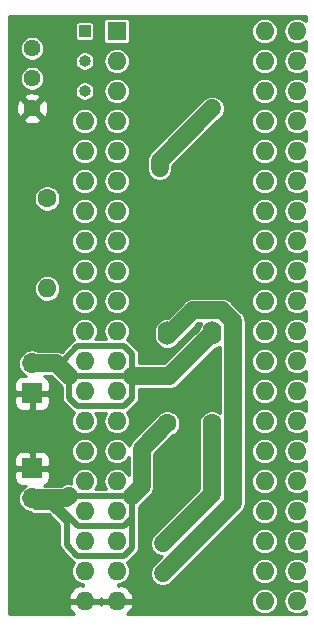
<source format=gbr>
G04 #@! TF.GenerationSoftware,KiCad,Pcbnew,(5.1.2)-1*
G04 #@! TF.CreationDate,2020-03-30T19:36:04-04:00*
G04 #@! TF.ProjectId,vic20-svideoLHM,76696332-302d-4737-9669-64656f4c484d,rev?*
G04 #@! TF.SameCoordinates,Original*
G04 #@! TF.FileFunction,Copper,L2,Bot*
G04 #@! TF.FilePolarity,Positive*
%FSLAX46Y46*%
G04 Gerber Fmt 4.6, Leading zero omitted, Abs format (unit mm)*
G04 Created by KiCad (PCBNEW (5.1.2)-1) date 2020-03-30 19:36:04*
%MOMM*%
%LPD*%
G04 APERTURE LIST*
%ADD10O,1.600000X1.600000*%
%ADD11O,1.000000X1.000000*%
%ADD12R,1.000000X1.000000*%
%ADD13R,1.700000X1.700000*%
%ADD14O,1.700000X1.700000*%
%ADD15C,1.600000*%
%ADD16C,1.440000*%
%ADD17O,1.600000X2.000000*%
%ADD18R,1.600000X1.600000*%
%ADD19C,0.500000*%
%ADD20C,1.500000*%
%ADD21C,0.533000*%
%ADD22C,0.750000*%
%ADD23C,0.254000*%
G04 APERTURE END LIST*
D10*
X74295000Y-22657001D03*
X59055000Y-70917001D03*
X74295000Y-25197001D03*
X59055000Y-68377001D03*
X74295000Y-27737001D03*
X59055000Y-65837001D03*
X74295000Y-30277001D03*
X59055000Y-63297001D03*
X74295000Y-32817001D03*
X59055000Y-60757001D03*
X74295000Y-35357001D03*
X59055000Y-58217001D03*
X74295000Y-37897001D03*
X59055000Y-55677001D03*
X74295000Y-40437001D03*
X59055000Y-53137001D03*
X74295000Y-42977001D03*
X59055000Y-50597001D03*
X74295000Y-45517001D03*
X59055000Y-48057001D03*
X74295000Y-48057001D03*
X59055000Y-45517001D03*
X74295000Y-50597001D03*
X59055000Y-42977001D03*
X74295000Y-53137001D03*
X59055000Y-40437001D03*
X74295000Y-55677001D03*
X59055000Y-37897001D03*
X74295000Y-58217001D03*
X59055000Y-35357001D03*
X74295000Y-60757001D03*
X59055000Y-32817001D03*
X74295000Y-63297001D03*
X59055000Y-30277001D03*
X74295000Y-65837001D03*
D11*
X59055000Y-27737001D03*
D10*
X74295000Y-68377001D03*
D11*
X59055000Y-25197001D03*
D10*
X74295000Y-70917001D03*
D12*
X59055000Y-22657001D03*
D13*
X54610000Y-59690000D03*
D14*
X54610000Y-62230000D03*
X54610000Y-50800000D03*
D13*
X54610000Y-53340000D03*
D15*
X55880000Y-36830000D03*
D10*
X55880000Y-44450000D03*
D16*
X54610000Y-24130000D03*
X54610000Y-26670000D03*
X54610000Y-29210000D03*
D15*
X66040000Y-55880000D03*
D17*
X66040000Y-48260000D03*
X69850000Y-48260000D03*
D15*
X69850000Y-55880000D03*
D18*
X61781001Y-22657001D03*
D10*
X77021001Y-70917001D03*
X61781001Y-25197001D03*
X77021001Y-68377001D03*
X61781001Y-27737001D03*
X77021001Y-65837001D03*
X61781001Y-30277001D03*
X77021001Y-63297001D03*
X61781001Y-32817001D03*
X77021001Y-60757001D03*
X61781001Y-35357001D03*
X77021001Y-58217001D03*
X61781001Y-37897001D03*
X77021001Y-55677001D03*
X61781001Y-40437001D03*
X77021001Y-53137001D03*
X61781001Y-42977001D03*
X77021001Y-50597001D03*
X61781001Y-45517001D03*
X77021001Y-48057001D03*
X61781001Y-48057001D03*
X77021001Y-45517001D03*
X61781001Y-50597001D03*
X77021001Y-42977001D03*
X61781001Y-53137001D03*
X77021001Y-40437001D03*
X61781001Y-55677001D03*
X77021001Y-37897001D03*
X61781001Y-58217001D03*
X77021001Y-35357001D03*
X61781001Y-60757001D03*
X77021001Y-32817001D03*
X61781001Y-63297001D03*
X77021001Y-30277001D03*
X61781001Y-65837001D03*
X77021001Y-27737001D03*
X61781001Y-68377001D03*
X77021001Y-25197001D03*
X61781001Y-70917001D03*
X77021001Y-22657001D03*
D19*
X69850000Y-29210000D03*
X65405000Y-34290000D03*
X65659000Y-68580000D03*
X65659000Y-66040000D03*
D20*
X65405000Y-33655000D02*
X69850000Y-29210000D01*
X65405000Y-34290000D02*
X65405000Y-33655000D01*
X57505404Y-62230000D02*
X57708702Y-62026702D01*
D21*
X63068298Y-62026702D02*
X57708702Y-62026702D01*
D20*
X63881000Y-61214000D02*
X63068298Y-62026702D01*
X66040000Y-55880000D02*
X63881000Y-58039000D01*
X63881000Y-58039000D02*
X63881000Y-61214000D01*
D21*
X58470702Y-64566702D02*
X56134000Y-62230000D01*
X62390458Y-64566702D02*
X58470702Y-64566702D01*
X63068298Y-63888862D02*
X62390458Y-64566702D01*
X63068298Y-62026702D02*
X63068298Y-63888862D01*
D20*
X54610000Y-62230000D02*
X56134000Y-62230000D01*
X56134000Y-62230000D02*
X57505404Y-62230000D01*
D21*
X58445543Y-67106702D02*
X57531000Y-66192159D01*
X62390458Y-67106702D02*
X58445543Y-67106702D01*
X63068298Y-63888862D02*
X63068298Y-66428862D01*
X63068298Y-66428862D02*
X62390458Y-67106702D01*
X57531000Y-66192159D02*
X57531000Y-64262000D01*
X57531000Y-64262000D02*
X56388000Y-63119000D01*
X56388000Y-63119000D02*
X56261000Y-62992000D01*
X56261000Y-62992000D02*
X54864000Y-62992000D01*
D20*
X69850000Y-48260000D02*
X66242999Y-51867001D01*
X66242999Y-51867001D02*
X63105739Y-51867001D01*
D21*
X63105739Y-51867001D02*
X57709001Y-51867001D01*
X56642000Y-50800000D02*
X54610000Y-50800000D01*
X57709001Y-51867001D02*
X56642000Y-50800000D01*
D20*
X57301799Y-51438538D02*
X57730262Y-51867001D01*
X54610000Y-50800000D02*
X56663261Y-50800000D01*
X56663261Y-50800000D02*
X57301799Y-51438538D01*
D21*
X57730262Y-53691421D02*
X57730262Y-51867001D01*
X58445543Y-54406702D02*
X57730262Y-53691421D01*
X62391056Y-54406702D02*
X58445543Y-54406702D01*
X63105739Y-53692019D02*
X62391056Y-54406702D01*
X63105739Y-51867001D02*
X63105739Y-53692019D01*
X57301799Y-50471044D02*
X57301799Y-51438538D01*
X58445543Y-49327300D02*
X57301799Y-50471044D01*
X62390458Y-49327300D02*
X58445543Y-49327300D01*
X63105739Y-50042581D02*
X62390458Y-49327300D01*
X63105739Y-51867001D02*
X63105739Y-50042581D01*
D22*
X65659000Y-68580000D02*
X65659000Y-68226447D01*
D20*
X71603201Y-47418463D02*
X71603201Y-49101537D01*
X71603201Y-62635799D02*
X71603201Y-47418463D01*
X65659000Y-68580000D02*
X71603201Y-62635799D01*
X71603201Y-47418463D02*
X71603201Y-47219201D01*
X70690790Y-46306790D02*
X68247210Y-46306790D01*
X71603201Y-47219201D02*
X70690790Y-46306790D01*
X66294000Y-48260000D02*
X66040000Y-48260000D01*
X68247210Y-46306790D02*
X66294000Y-48260000D01*
X65659000Y-66040000D02*
X69850000Y-61849000D01*
X69850000Y-61849000D02*
X69850000Y-55880000D01*
D23*
G36*
X77769700Y-21809237D02*
G01*
X77652000Y-21712644D01*
X77455641Y-21607687D01*
X77242579Y-21543055D01*
X77076530Y-21526701D01*
X76965472Y-21526701D01*
X76799423Y-21543055D01*
X76586361Y-21607687D01*
X76390002Y-21712644D01*
X76217891Y-21853891D01*
X76076644Y-22026002D01*
X75971687Y-22222361D01*
X75907055Y-22435423D01*
X75885232Y-22657001D01*
X75907055Y-22878579D01*
X75971687Y-23091641D01*
X76076644Y-23288000D01*
X76217891Y-23460111D01*
X76390002Y-23601358D01*
X76586361Y-23706315D01*
X76799423Y-23770947D01*
X76965472Y-23787301D01*
X77076530Y-23787301D01*
X77242579Y-23770947D01*
X77455641Y-23706315D01*
X77652000Y-23601358D01*
X77769700Y-23504765D01*
X77769700Y-24349237D01*
X77652000Y-24252644D01*
X77455641Y-24147687D01*
X77242579Y-24083055D01*
X77076530Y-24066701D01*
X76965472Y-24066701D01*
X76799423Y-24083055D01*
X76586361Y-24147687D01*
X76390002Y-24252644D01*
X76217891Y-24393891D01*
X76076644Y-24566002D01*
X75971687Y-24762361D01*
X75907055Y-24975423D01*
X75885232Y-25197001D01*
X75907055Y-25418579D01*
X75971687Y-25631641D01*
X76076644Y-25828000D01*
X76217891Y-26000111D01*
X76390002Y-26141358D01*
X76586361Y-26246315D01*
X76799423Y-26310947D01*
X76965472Y-26327301D01*
X77076530Y-26327301D01*
X77242579Y-26310947D01*
X77455641Y-26246315D01*
X77652000Y-26141358D01*
X77769700Y-26044765D01*
X77769700Y-26889237D01*
X77652000Y-26792644D01*
X77455641Y-26687687D01*
X77242579Y-26623055D01*
X77076530Y-26606701D01*
X76965472Y-26606701D01*
X76799423Y-26623055D01*
X76586361Y-26687687D01*
X76390002Y-26792644D01*
X76217891Y-26933891D01*
X76076644Y-27106002D01*
X75971687Y-27302361D01*
X75907055Y-27515423D01*
X75885232Y-27737001D01*
X75907055Y-27958579D01*
X75971687Y-28171641D01*
X76076644Y-28368000D01*
X76217891Y-28540111D01*
X76390002Y-28681358D01*
X76586361Y-28786315D01*
X76799423Y-28850947D01*
X76965472Y-28867301D01*
X77076530Y-28867301D01*
X77242579Y-28850947D01*
X77455641Y-28786315D01*
X77652000Y-28681358D01*
X77769700Y-28584765D01*
X77769700Y-29429237D01*
X77652000Y-29332644D01*
X77455641Y-29227687D01*
X77242579Y-29163055D01*
X77076530Y-29146701D01*
X76965472Y-29146701D01*
X76799423Y-29163055D01*
X76586361Y-29227687D01*
X76390002Y-29332644D01*
X76217891Y-29473891D01*
X76076644Y-29646002D01*
X75971687Y-29842361D01*
X75907055Y-30055423D01*
X75885232Y-30277001D01*
X75907055Y-30498579D01*
X75971687Y-30711641D01*
X76076644Y-30908000D01*
X76217891Y-31080111D01*
X76390002Y-31221358D01*
X76586361Y-31326315D01*
X76799423Y-31390947D01*
X76965472Y-31407301D01*
X77076530Y-31407301D01*
X77242579Y-31390947D01*
X77455641Y-31326315D01*
X77652000Y-31221358D01*
X77769700Y-31124765D01*
X77769700Y-31969237D01*
X77652000Y-31872644D01*
X77455641Y-31767687D01*
X77242579Y-31703055D01*
X77076530Y-31686701D01*
X76965472Y-31686701D01*
X76799423Y-31703055D01*
X76586361Y-31767687D01*
X76390002Y-31872644D01*
X76217891Y-32013891D01*
X76076644Y-32186002D01*
X75971687Y-32382361D01*
X75907055Y-32595423D01*
X75885232Y-32817001D01*
X75907055Y-33038579D01*
X75971687Y-33251641D01*
X76076644Y-33448000D01*
X76217891Y-33620111D01*
X76390002Y-33761358D01*
X76586361Y-33866315D01*
X76799423Y-33930947D01*
X76965472Y-33947301D01*
X77076530Y-33947301D01*
X77242579Y-33930947D01*
X77455641Y-33866315D01*
X77652000Y-33761358D01*
X77769700Y-33664764D01*
X77769700Y-34509238D01*
X77652000Y-34412644D01*
X77455641Y-34307687D01*
X77242579Y-34243055D01*
X77076530Y-34226701D01*
X76965472Y-34226701D01*
X76799423Y-34243055D01*
X76586361Y-34307687D01*
X76390002Y-34412644D01*
X76217891Y-34553891D01*
X76076644Y-34726002D01*
X75971687Y-34922361D01*
X75907055Y-35135423D01*
X75885232Y-35357001D01*
X75907055Y-35578579D01*
X75971687Y-35791641D01*
X76076644Y-35988000D01*
X76217891Y-36160111D01*
X76390002Y-36301358D01*
X76586361Y-36406315D01*
X76799423Y-36470947D01*
X76965472Y-36487301D01*
X77076530Y-36487301D01*
X77242579Y-36470947D01*
X77455641Y-36406315D01*
X77652000Y-36301358D01*
X77769700Y-36204764D01*
X77769700Y-37049238D01*
X77652000Y-36952644D01*
X77455641Y-36847687D01*
X77242579Y-36783055D01*
X77076530Y-36766701D01*
X76965472Y-36766701D01*
X76799423Y-36783055D01*
X76586361Y-36847687D01*
X76390002Y-36952644D01*
X76217891Y-37093891D01*
X76076644Y-37266002D01*
X75971687Y-37462361D01*
X75907055Y-37675423D01*
X75885232Y-37897001D01*
X75907055Y-38118579D01*
X75971687Y-38331641D01*
X76076644Y-38528000D01*
X76217891Y-38700111D01*
X76390002Y-38841358D01*
X76586361Y-38946315D01*
X76799423Y-39010947D01*
X76965472Y-39027301D01*
X77076530Y-39027301D01*
X77242579Y-39010947D01*
X77455641Y-38946315D01*
X77652000Y-38841358D01*
X77769700Y-38744764D01*
X77769700Y-39589238D01*
X77652000Y-39492644D01*
X77455641Y-39387687D01*
X77242579Y-39323055D01*
X77076530Y-39306701D01*
X76965472Y-39306701D01*
X76799423Y-39323055D01*
X76586361Y-39387687D01*
X76390002Y-39492644D01*
X76217891Y-39633891D01*
X76076644Y-39806002D01*
X75971687Y-40002361D01*
X75907055Y-40215423D01*
X75885232Y-40437001D01*
X75907055Y-40658579D01*
X75971687Y-40871641D01*
X76076644Y-41068000D01*
X76217891Y-41240111D01*
X76390002Y-41381358D01*
X76586361Y-41486315D01*
X76799423Y-41550947D01*
X76965472Y-41567301D01*
X77076530Y-41567301D01*
X77242579Y-41550947D01*
X77455641Y-41486315D01*
X77652000Y-41381358D01*
X77769700Y-41284764D01*
X77769700Y-42129238D01*
X77652000Y-42032644D01*
X77455641Y-41927687D01*
X77242579Y-41863055D01*
X77076530Y-41846701D01*
X76965472Y-41846701D01*
X76799423Y-41863055D01*
X76586361Y-41927687D01*
X76390002Y-42032644D01*
X76217891Y-42173891D01*
X76076644Y-42346002D01*
X75971687Y-42542361D01*
X75907055Y-42755423D01*
X75885232Y-42977001D01*
X75907055Y-43198579D01*
X75971687Y-43411641D01*
X76076644Y-43608000D01*
X76217891Y-43780111D01*
X76390002Y-43921358D01*
X76586361Y-44026315D01*
X76799423Y-44090947D01*
X76965472Y-44107301D01*
X77076530Y-44107301D01*
X77242579Y-44090947D01*
X77455641Y-44026315D01*
X77652000Y-43921358D01*
X77769700Y-43824764D01*
X77769700Y-44669238D01*
X77652000Y-44572644D01*
X77455641Y-44467687D01*
X77242579Y-44403055D01*
X77076530Y-44386701D01*
X76965472Y-44386701D01*
X76799423Y-44403055D01*
X76586361Y-44467687D01*
X76390002Y-44572644D01*
X76217891Y-44713891D01*
X76076644Y-44886002D01*
X75971687Y-45082361D01*
X75907055Y-45295423D01*
X75885232Y-45517001D01*
X75907055Y-45738579D01*
X75971687Y-45951641D01*
X76076644Y-46148000D01*
X76217891Y-46320111D01*
X76390002Y-46461358D01*
X76586361Y-46566315D01*
X76799423Y-46630947D01*
X76965472Y-46647301D01*
X77076530Y-46647301D01*
X77242579Y-46630947D01*
X77455641Y-46566315D01*
X77652000Y-46461358D01*
X77769700Y-46364764D01*
X77769701Y-47209238D01*
X77652000Y-47112644D01*
X77455641Y-47007687D01*
X77242579Y-46943055D01*
X77076530Y-46926701D01*
X76965472Y-46926701D01*
X76799423Y-46943055D01*
X76586361Y-47007687D01*
X76390002Y-47112644D01*
X76217891Y-47253891D01*
X76076644Y-47426002D01*
X75971687Y-47622361D01*
X75907055Y-47835423D01*
X75885232Y-48057001D01*
X75907055Y-48278579D01*
X75971687Y-48491641D01*
X76076644Y-48688000D01*
X76217891Y-48860111D01*
X76390002Y-49001358D01*
X76586361Y-49106315D01*
X76799423Y-49170947D01*
X76965472Y-49187301D01*
X77076530Y-49187301D01*
X77242579Y-49170947D01*
X77455641Y-49106315D01*
X77652000Y-49001358D01*
X77769701Y-48904764D01*
X77769701Y-49749238D01*
X77652000Y-49652644D01*
X77455641Y-49547687D01*
X77242579Y-49483055D01*
X77076530Y-49466701D01*
X76965472Y-49466701D01*
X76799423Y-49483055D01*
X76586361Y-49547687D01*
X76390002Y-49652644D01*
X76217891Y-49793891D01*
X76076644Y-49966002D01*
X75971687Y-50162361D01*
X75907055Y-50375423D01*
X75885232Y-50597001D01*
X75907055Y-50818579D01*
X75971687Y-51031641D01*
X76076644Y-51228000D01*
X76217891Y-51400111D01*
X76390002Y-51541358D01*
X76586361Y-51646315D01*
X76799423Y-51710947D01*
X76965472Y-51727301D01*
X77076530Y-51727301D01*
X77242579Y-51710947D01*
X77455641Y-51646315D01*
X77652000Y-51541358D01*
X77769701Y-51444764D01*
X77769701Y-52289238D01*
X77652000Y-52192644D01*
X77455641Y-52087687D01*
X77242579Y-52023055D01*
X77076530Y-52006701D01*
X76965472Y-52006701D01*
X76799423Y-52023055D01*
X76586361Y-52087687D01*
X76390002Y-52192644D01*
X76217891Y-52333891D01*
X76076644Y-52506002D01*
X75971687Y-52702361D01*
X75907055Y-52915423D01*
X75885232Y-53137001D01*
X75907055Y-53358579D01*
X75971687Y-53571641D01*
X76076644Y-53768000D01*
X76217891Y-53940111D01*
X76390002Y-54081358D01*
X76586361Y-54186315D01*
X76799423Y-54250947D01*
X76965472Y-54267301D01*
X77076530Y-54267301D01*
X77242579Y-54250947D01*
X77455641Y-54186315D01*
X77652000Y-54081358D01*
X77769701Y-53984764D01*
X77769701Y-54829238D01*
X77652000Y-54732644D01*
X77455641Y-54627687D01*
X77242579Y-54563055D01*
X77076530Y-54546701D01*
X76965472Y-54546701D01*
X76799423Y-54563055D01*
X76586361Y-54627687D01*
X76390002Y-54732644D01*
X76217891Y-54873891D01*
X76076644Y-55046002D01*
X75971687Y-55242361D01*
X75907055Y-55455423D01*
X75885232Y-55677001D01*
X75907055Y-55898579D01*
X75971687Y-56111641D01*
X76076644Y-56308000D01*
X76217891Y-56480111D01*
X76390002Y-56621358D01*
X76586361Y-56726315D01*
X76799423Y-56790947D01*
X76965472Y-56807301D01*
X77076530Y-56807301D01*
X77242579Y-56790947D01*
X77455641Y-56726315D01*
X77652000Y-56621358D01*
X77769701Y-56524764D01*
X77769701Y-57369238D01*
X77652000Y-57272644D01*
X77455641Y-57167687D01*
X77242579Y-57103055D01*
X77076530Y-57086701D01*
X76965472Y-57086701D01*
X76799423Y-57103055D01*
X76586361Y-57167687D01*
X76390002Y-57272644D01*
X76217891Y-57413891D01*
X76076644Y-57586002D01*
X75971687Y-57782361D01*
X75907055Y-57995423D01*
X75885232Y-58217001D01*
X75907055Y-58438579D01*
X75971687Y-58651641D01*
X76076644Y-58848000D01*
X76217891Y-59020111D01*
X76390002Y-59161358D01*
X76586361Y-59266315D01*
X76799423Y-59330947D01*
X76965472Y-59347301D01*
X77076530Y-59347301D01*
X77242579Y-59330947D01*
X77455641Y-59266315D01*
X77652000Y-59161358D01*
X77769701Y-59064764D01*
X77769701Y-59909238D01*
X77652000Y-59812644D01*
X77455641Y-59707687D01*
X77242579Y-59643055D01*
X77076530Y-59626701D01*
X76965472Y-59626701D01*
X76799423Y-59643055D01*
X76586361Y-59707687D01*
X76390002Y-59812644D01*
X76217891Y-59953891D01*
X76076644Y-60126002D01*
X75971687Y-60322361D01*
X75907055Y-60535423D01*
X75885232Y-60757001D01*
X75907055Y-60978579D01*
X75971687Y-61191641D01*
X76076644Y-61388000D01*
X76217891Y-61560111D01*
X76390002Y-61701358D01*
X76586361Y-61806315D01*
X76799423Y-61870947D01*
X76965472Y-61887301D01*
X77076530Y-61887301D01*
X77242579Y-61870947D01*
X77455641Y-61806315D01*
X77652000Y-61701358D01*
X77769701Y-61604764D01*
X77769701Y-62449238D01*
X77652000Y-62352644D01*
X77455641Y-62247687D01*
X77242579Y-62183055D01*
X77076530Y-62166701D01*
X76965472Y-62166701D01*
X76799423Y-62183055D01*
X76586361Y-62247687D01*
X76390002Y-62352644D01*
X76217891Y-62493891D01*
X76076644Y-62666002D01*
X75971687Y-62862361D01*
X75907055Y-63075423D01*
X75885232Y-63297001D01*
X75907055Y-63518579D01*
X75971687Y-63731641D01*
X76076644Y-63928000D01*
X76217891Y-64100111D01*
X76390002Y-64241358D01*
X76586361Y-64346315D01*
X76799423Y-64410947D01*
X76965472Y-64427301D01*
X77076530Y-64427301D01*
X77242579Y-64410947D01*
X77455641Y-64346315D01*
X77652000Y-64241358D01*
X77769701Y-64144764D01*
X77769701Y-64989238D01*
X77652000Y-64892644D01*
X77455641Y-64787687D01*
X77242579Y-64723055D01*
X77076530Y-64706701D01*
X76965472Y-64706701D01*
X76799423Y-64723055D01*
X76586361Y-64787687D01*
X76390002Y-64892644D01*
X76217891Y-65033891D01*
X76076644Y-65206002D01*
X75971687Y-65402361D01*
X75907055Y-65615423D01*
X75885232Y-65837001D01*
X75907055Y-66058579D01*
X75971687Y-66271641D01*
X76076644Y-66468000D01*
X76217891Y-66640111D01*
X76390002Y-66781358D01*
X76586361Y-66886315D01*
X76799423Y-66950947D01*
X76965472Y-66967301D01*
X77076530Y-66967301D01*
X77242579Y-66950947D01*
X77455641Y-66886315D01*
X77652000Y-66781358D01*
X77769701Y-66684764D01*
X77769701Y-67529238D01*
X77652000Y-67432644D01*
X77455641Y-67327687D01*
X77242579Y-67263055D01*
X77076530Y-67246701D01*
X76965472Y-67246701D01*
X76799423Y-67263055D01*
X76586361Y-67327687D01*
X76390002Y-67432644D01*
X76217891Y-67573891D01*
X76076644Y-67746002D01*
X75971687Y-67942361D01*
X75907055Y-68155423D01*
X75885232Y-68377001D01*
X75907055Y-68598579D01*
X75971687Y-68811641D01*
X76076644Y-69008000D01*
X76217891Y-69180111D01*
X76390002Y-69321358D01*
X76586361Y-69426315D01*
X76799423Y-69490947D01*
X76965472Y-69507301D01*
X77076530Y-69507301D01*
X77242579Y-69490947D01*
X77455641Y-69426315D01*
X77652000Y-69321358D01*
X77769701Y-69224764D01*
X77769701Y-70069238D01*
X77652000Y-69972644D01*
X77455641Y-69867687D01*
X77242579Y-69803055D01*
X77076530Y-69786701D01*
X76965472Y-69786701D01*
X76799423Y-69803055D01*
X76586361Y-69867687D01*
X76390002Y-69972644D01*
X76217891Y-70113891D01*
X76076644Y-70286002D01*
X75971687Y-70482361D01*
X75907055Y-70695423D01*
X75885232Y-70917001D01*
X75907055Y-71138579D01*
X75971687Y-71351641D01*
X76076644Y-71548000D01*
X76217891Y-71720111D01*
X76390002Y-71861358D01*
X76586361Y-71966315D01*
X76799423Y-72030947D01*
X76965472Y-72047301D01*
X77076530Y-72047301D01*
X77242579Y-72030947D01*
X77455641Y-71966315D01*
X77652000Y-71861358D01*
X77769701Y-71764764D01*
X77769701Y-72054700D01*
X62652327Y-72054700D01*
X62844520Y-71880415D01*
X63012038Y-71654421D01*
X63132247Y-71400088D01*
X63172905Y-71266040D01*
X63050916Y-71044001D01*
X61908001Y-71044001D01*
X61908001Y-71064001D01*
X61654001Y-71064001D01*
X61654001Y-71044001D01*
X60511086Y-71044001D01*
X60418001Y-71213431D01*
X60324915Y-71044001D01*
X59182000Y-71044001D01*
X59182000Y-71064001D01*
X58928000Y-71064001D01*
X58928000Y-71044001D01*
X57785085Y-71044001D01*
X57663096Y-71266040D01*
X57703754Y-71400088D01*
X57823963Y-71654421D01*
X57991481Y-71880415D01*
X58183674Y-72054700D01*
X52659300Y-72054700D01*
X52659300Y-70917001D01*
X73159231Y-70917001D01*
X73181054Y-71138579D01*
X73245686Y-71351641D01*
X73350643Y-71548000D01*
X73491890Y-71720111D01*
X73664001Y-71861358D01*
X73860360Y-71966315D01*
X74073422Y-72030947D01*
X74239471Y-72047301D01*
X74350529Y-72047301D01*
X74516578Y-72030947D01*
X74729640Y-71966315D01*
X74925999Y-71861358D01*
X75098110Y-71720111D01*
X75239357Y-71548000D01*
X75344314Y-71351641D01*
X75408946Y-71138579D01*
X75430769Y-70917001D01*
X75408946Y-70695423D01*
X75344314Y-70482361D01*
X75239357Y-70286002D01*
X75098110Y-70113891D01*
X74925999Y-69972644D01*
X74729640Y-69867687D01*
X74516578Y-69803055D01*
X74350529Y-69786701D01*
X74239471Y-69786701D01*
X74073422Y-69803055D01*
X73860360Y-69867687D01*
X73664001Y-69972644D01*
X73491890Y-70113891D01*
X73350643Y-70286002D01*
X73245686Y-70482361D01*
X73181054Y-70695423D01*
X73159231Y-70917001D01*
X52659300Y-70917001D01*
X52659300Y-60540000D01*
X53121928Y-60540000D01*
X53134188Y-60664482D01*
X53170498Y-60784180D01*
X53229463Y-60894494D01*
X53308815Y-60991185D01*
X53405506Y-61070537D01*
X53515820Y-61129502D01*
X53635518Y-61165812D01*
X53760000Y-61178072D01*
X54077419Y-61176344D01*
X53951088Y-61243869D01*
X53771364Y-61391364D01*
X53623869Y-61571088D01*
X53514270Y-61776134D01*
X53446779Y-61998621D01*
X53423990Y-62230000D01*
X53446779Y-62461379D01*
X53514270Y-62683866D01*
X53623869Y-62888912D01*
X53771364Y-63068636D01*
X53951088Y-63216131D01*
X54156134Y-63325730D01*
X54378621Y-63393221D01*
X54424974Y-63397786D01*
X54439957Y-63416043D01*
X54530832Y-63490622D01*
X54634510Y-63546039D01*
X54747007Y-63580164D01*
X54834688Y-63588800D01*
X56013798Y-63588800D01*
X56934201Y-64509203D01*
X56934200Y-66162847D01*
X56931313Y-66192159D01*
X56939142Y-66271641D01*
X56942836Y-66309151D01*
X56976961Y-66421648D01*
X57032378Y-66525326D01*
X57106957Y-66616202D01*
X57129732Y-66634893D01*
X58002809Y-67507970D01*
X58021500Y-67530745D01*
X58112375Y-67605324D01*
X58191420Y-67647574D01*
X58110643Y-67746002D01*
X58005686Y-67942361D01*
X57941054Y-68155423D01*
X57919231Y-68377001D01*
X57941054Y-68598579D01*
X58005686Y-68811641D01*
X58110643Y-69008000D01*
X58251890Y-69180111D01*
X58424001Y-69321358D01*
X58620360Y-69426315D01*
X58833422Y-69490947D01*
X58927998Y-69500262D01*
X58927998Y-69646376D01*
X58705960Y-69525092D01*
X58441119Y-69619931D01*
X58199869Y-69764616D01*
X57991481Y-69953587D01*
X57823963Y-70179581D01*
X57703754Y-70433914D01*
X57663096Y-70567962D01*
X57785085Y-70790001D01*
X58928000Y-70790001D01*
X58928000Y-70770001D01*
X59182000Y-70770001D01*
X59182000Y-70790001D01*
X60324915Y-70790001D01*
X60418001Y-70620571D01*
X60511086Y-70790001D01*
X61654001Y-70790001D01*
X61654001Y-70770001D01*
X61908001Y-70770001D01*
X61908001Y-70790001D01*
X63050916Y-70790001D01*
X63172905Y-70567962D01*
X63132247Y-70433914D01*
X63012038Y-70179581D01*
X62844520Y-69953587D01*
X62636132Y-69764616D01*
X62394882Y-69619931D01*
X62130041Y-69525092D01*
X61908003Y-69646376D01*
X61908003Y-69500262D01*
X62002579Y-69490947D01*
X62215641Y-69426315D01*
X62412000Y-69321358D01*
X62584111Y-69180111D01*
X62725358Y-69008000D01*
X62830315Y-68811641D01*
X62894947Y-68598579D01*
X62916770Y-68377001D01*
X62894947Y-68155423D01*
X62830315Y-67942361D01*
X62725358Y-67746002D01*
X62644581Y-67647574D01*
X62723626Y-67605324D01*
X62814501Y-67530745D01*
X62833191Y-67507971D01*
X63469572Y-66871591D01*
X63492341Y-66852905D01*
X63566920Y-66762030D01*
X63609345Y-66682659D01*
X63622337Y-66658353D01*
X63656462Y-66545856D01*
X63667985Y-66428862D01*
X63665098Y-66399550D01*
X63665098Y-63918174D01*
X63667985Y-63888862D01*
X63665098Y-63859550D01*
X63665098Y-62932644D01*
X63671384Y-62929284D01*
X63794658Y-62828116D01*
X64607357Y-62015418D01*
X64648584Y-61981584D01*
X64783583Y-61817086D01*
X64883896Y-61629413D01*
X64945669Y-61425776D01*
X64961300Y-61267071D01*
X64961300Y-61267069D01*
X64966527Y-61214001D01*
X64961300Y-61160932D01*
X64961300Y-58486474D01*
X66559552Y-56888222D01*
X66575398Y-56881659D01*
X66760524Y-56757961D01*
X66917961Y-56600524D01*
X67041659Y-56415398D01*
X67126863Y-56209696D01*
X67170300Y-55991325D01*
X67170300Y-55768675D01*
X67126863Y-55550304D01*
X67041659Y-55344602D01*
X66917961Y-55159476D01*
X66760524Y-55002039D01*
X66575398Y-54878341D01*
X66369696Y-54793137D01*
X66151325Y-54749700D01*
X65928675Y-54749700D01*
X65710304Y-54793137D01*
X65504602Y-54878341D01*
X65319476Y-55002039D01*
X65162039Y-55159476D01*
X65038341Y-55344602D01*
X65031778Y-55360448D01*
X63154648Y-57237578D01*
X63113416Y-57271416D01*
X62978417Y-57435914D01*
X62878104Y-57623588D01*
X62830076Y-57781914D01*
X62725358Y-57586002D01*
X62584111Y-57413891D01*
X62412000Y-57272644D01*
X62215641Y-57167687D01*
X62002579Y-57103055D01*
X61836530Y-57086701D01*
X61725472Y-57086701D01*
X61559423Y-57103055D01*
X61346361Y-57167687D01*
X61150002Y-57272644D01*
X60977891Y-57413891D01*
X60836644Y-57586002D01*
X60731687Y-57782361D01*
X60667055Y-57995423D01*
X60645232Y-58217001D01*
X60667055Y-58438579D01*
X60731687Y-58651641D01*
X60836644Y-58848000D01*
X60977891Y-59020111D01*
X61150002Y-59161358D01*
X61346361Y-59266315D01*
X61559423Y-59330947D01*
X61725472Y-59347301D01*
X61836530Y-59347301D01*
X62002579Y-59330947D01*
X62215641Y-59266315D01*
X62412000Y-59161358D01*
X62584111Y-59020111D01*
X62725358Y-58848000D01*
X62800700Y-58707046D01*
X62800701Y-60266957D01*
X62725358Y-60126002D01*
X62584111Y-59953891D01*
X62412000Y-59812644D01*
X62215641Y-59707687D01*
X62002579Y-59643055D01*
X61836530Y-59626701D01*
X61725472Y-59626701D01*
X61559423Y-59643055D01*
X61346361Y-59707687D01*
X61150002Y-59812644D01*
X60977891Y-59953891D01*
X60836644Y-60126002D01*
X60731687Y-60322361D01*
X60667055Y-60535423D01*
X60645232Y-60757001D01*
X60667055Y-60978579D01*
X60731687Y-61191641D01*
X60836644Y-61388000D01*
X60871032Y-61429902D01*
X59964969Y-61429902D01*
X59999357Y-61388000D01*
X60104314Y-61191641D01*
X60168946Y-60978579D01*
X60190769Y-60757001D01*
X60168946Y-60535423D01*
X60104314Y-60322361D01*
X59999357Y-60126002D01*
X59858110Y-59953891D01*
X59685999Y-59812644D01*
X59489640Y-59707687D01*
X59276578Y-59643055D01*
X59110529Y-59626701D01*
X58999471Y-59626701D01*
X58833422Y-59643055D01*
X58620360Y-59707687D01*
X58424001Y-59812644D01*
X58251890Y-59953891D01*
X58110643Y-60126002D01*
X58005686Y-60322361D01*
X57941054Y-60535423D01*
X57919231Y-60757001D01*
X57940008Y-60967958D01*
X57920478Y-60962034D01*
X57708702Y-60941175D01*
X57496926Y-60962034D01*
X57293289Y-61023806D01*
X57105616Y-61124119D01*
X57074446Y-61149700D01*
X55637596Y-61149700D01*
X55704180Y-61129502D01*
X55814494Y-61070537D01*
X55911185Y-60991185D01*
X55990537Y-60894494D01*
X56049502Y-60784180D01*
X56085812Y-60664482D01*
X56098072Y-60540000D01*
X56095000Y-59975750D01*
X55936250Y-59817000D01*
X54737000Y-59817000D01*
X54737000Y-59837000D01*
X54483000Y-59837000D01*
X54483000Y-59817000D01*
X53283750Y-59817000D01*
X53125000Y-59975750D01*
X53121928Y-60540000D01*
X52659300Y-60540000D01*
X52659300Y-58840000D01*
X53121928Y-58840000D01*
X53125000Y-59404250D01*
X53283750Y-59563000D01*
X54483000Y-59563000D01*
X54483000Y-58363750D01*
X54737000Y-58363750D01*
X54737000Y-59563000D01*
X55936250Y-59563000D01*
X56095000Y-59404250D01*
X56098072Y-58840000D01*
X56085812Y-58715518D01*
X56049502Y-58595820D01*
X55990537Y-58485506D01*
X55911185Y-58388815D01*
X55814494Y-58309463D01*
X55704180Y-58250498D01*
X55593756Y-58217001D01*
X57919231Y-58217001D01*
X57941054Y-58438579D01*
X58005686Y-58651641D01*
X58110643Y-58848000D01*
X58251890Y-59020111D01*
X58424001Y-59161358D01*
X58620360Y-59266315D01*
X58833422Y-59330947D01*
X58999471Y-59347301D01*
X59110529Y-59347301D01*
X59276578Y-59330947D01*
X59489640Y-59266315D01*
X59685999Y-59161358D01*
X59858110Y-59020111D01*
X59999357Y-58848000D01*
X60104314Y-58651641D01*
X60168946Y-58438579D01*
X60190769Y-58217001D01*
X60168946Y-57995423D01*
X60104314Y-57782361D01*
X59999357Y-57586002D01*
X59858110Y-57413891D01*
X59685999Y-57272644D01*
X59489640Y-57167687D01*
X59276578Y-57103055D01*
X59110529Y-57086701D01*
X58999471Y-57086701D01*
X58833422Y-57103055D01*
X58620360Y-57167687D01*
X58424001Y-57272644D01*
X58251890Y-57413891D01*
X58110643Y-57586002D01*
X58005686Y-57782361D01*
X57941054Y-57995423D01*
X57919231Y-58217001D01*
X55593756Y-58217001D01*
X55584482Y-58214188D01*
X55460000Y-58201928D01*
X54895750Y-58205000D01*
X54737000Y-58363750D01*
X54483000Y-58363750D01*
X54324250Y-58205000D01*
X53760000Y-58201928D01*
X53635518Y-58214188D01*
X53515820Y-58250498D01*
X53405506Y-58309463D01*
X53308815Y-58388815D01*
X53229463Y-58485506D01*
X53170498Y-58595820D01*
X53134188Y-58715518D01*
X53121928Y-58840000D01*
X52659300Y-58840000D01*
X52659300Y-54190000D01*
X53121928Y-54190000D01*
X53134188Y-54314482D01*
X53170498Y-54434180D01*
X53229463Y-54544494D01*
X53308815Y-54641185D01*
X53405506Y-54720537D01*
X53515820Y-54779502D01*
X53635518Y-54815812D01*
X53760000Y-54828072D01*
X54324250Y-54825000D01*
X54483000Y-54666250D01*
X54483000Y-53467000D01*
X54737000Y-53467000D01*
X54737000Y-54666250D01*
X54895750Y-54825000D01*
X55460000Y-54828072D01*
X55584482Y-54815812D01*
X55704180Y-54779502D01*
X55814494Y-54720537D01*
X55911185Y-54641185D01*
X55990537Y-54544494D01*
X56049502Y-54434180D01*
X56085812Y-54314482D01*
X56098072Y-54190000D01*
X56095000Y-53625750D01*
X55936250Y-53467000D01*
X54737000Y-53467000D01*
X54483000Y-53467000D01*
X53283750Y-53467000D01*
X53125000Y-53625750D01*
X53121928Y-54190000D01*
X52659300Y-54190000D01*
X52659300Y-52490000D01*
X53121928Y-52490000D01*
X53125000Y-53054250D01*
X53283750Y-53213000D01*
X54483000Y-53213000D01*
X54483000Y-53193000D01*
X54737000Y-53193000D01*
X54737000Y-53213000D01*
X55936250Y-53213000D01*
X56095000Y-53054250D01*
X56098072Y-52490000D01*
X56085812Y-52365518D01*
X56049502Y-52245820D01*
X55990537Y-52135506D01*
X55911185Y-52038815D01*
X55814494Y-51959463D01*
X55704180Y-51900498D01*
X55637596Y-51880300D01*
X56215787Y-51880300D01*
X57003902Y-52668415D01*
X57127176Y-52769583D01*
X57133463Y-52772943D01*
X57133462Y-53662109D01*
X57130575Y-53691421D01*
X57142098Y-53808414D01*
X57145169Y-53818538D01*
X57176223Y-53920910D01*
X57231640Y-54024588D01*
X57306219Y-54115464D01*
X57328994Y-54134155D01*
X58002809Y-54807970D01*
X58021500Y-54830745D01*
X58112375Y-54905324D01*
X58191420Y-54947574D01*
X58110643Y-55046002D01*
X58005686Y-55242361D01*
X57941054Y-55455423D01*
X57919231Y-55677001D01*
X57941054Y-55898579D01*
X58005686Y-56111641D01*
X58110643Y-56308000D01*
X58251890Y-56480111D01*
X58424001Y-56621358D01*
X58620360Y-56726315D01*
X58833422Y-56790947D01*
X58999471Y-56807301D01*
X59110529Y-56807301D01*
X59276578Y-56790947D01*
X59489640Y-56726315D01*
X59685999Y-56621358D01*
X59858110Y-56480111D01*
X59999357Y-56308000D01*
X60104314Y-56111641D01*
X60168946Y-55898579D01*
X60190769Y-55677001D01*
X60168946Y-55455423D01*
X60104314Y-55242361D01*
X59999357Y-55046002D01*
X59964478Y-55003502D01*
X60871523Y-55003502D01*
X60836644Y-55046002D01*
X60731687Y-55242361D01*
X60667055Y-55455423D01*
X60645232Y-55677001D01*
X60667055Y-55898579D01*
X60731687Y-56111641D01*
X60836644Y-56308000D01*
X60977891Y-56480111D01*
X61150002Y-56621358D01*
X61346361Y-56726315D01*
X61559423Y-56790947D01*
X61725472Y-56807301D01*
X61836530Y-56807301D01*
X62002579Y-56790947D01*
X62215641Y-56726315D01*
X62412000Y-56621358D01*
X62584111Y-56480111D01*
X62725358Y-56308000D01*
X62830315Y-56111641D01*
X62894947Y-55898579D01*
X62916770Y-55677001D01*
X62894947Y-55455423D01*
X62830315Y-55242361D01*
X62725358Y-55046002D01*
X62644763Y-54947797D01*
X62724224Y-54905324D01*
X62815099Y-54830745D01*
X62833790Y-54807970D01*
X63507007Y-54134753D01*
X63529782Y-54116062D01*
X63604361Y-54025187D01*
X63659778Y-53921509D01*
X63680662Y-53852663D01*
X63693903Y-53809013D01*
X63705426Y-53692020D01*
X63702539Y-53662708D01*
X63702539Y-52947301D01*
X66189931Y-52947301D01*
X66242999Y-52952528D01*
X66296067Y-52947301D01*
X66296070Y-52947301D01*
X66454775Y-52931670D01*
X66658412Y-52869897D01*
X66846085Y-52769584D01*
X67010583Y-52634585D01*
X67044421Y-52593353D01*
X70062982Y-49574793D01*
X70071578Y-49573946D01*
X70284640Y-49509314D01*
X70480999Y-49404357D01*
X70522902Y-49369968D01*
X70522902Y-54970218D01*
X70385398Y-54878341D01*
X70179696Y-54793137D01*
X69961325Y-54749700D01*
X69738675Y-54749700D01*
X69520304Y-54793137D01*
X69314602Y-54878341D01*
X69129476Y-55002039D01*
X68972039Y-55159476D01*
X68848341Y-55344602D01*
X68763137Y-55550304D01*
X68719700Y-55768675D01*
X68719700Y-55991325D01*
X68763137Y-56209696D01*
X68769701Y-56225543D01*
X68769700Y-61401525D01*
X64857586Y-65313640D01*
X64756418Y-65436914D01*
X64656105Y-65624587D01*
X64594332Y-65828224D01*
X64573473Y-66040000D01*
X64594332Y-66251776D01*
X64656105Y-66455413D01*
X64756418Y-66643086D01*
X64891417Y-66807583D01*
X65055914Y-66942582D01*
X65243587Y-67042895D01*
X65447224Y-67104668D01*
X65592271Y-67118955D01*
X64857586Y-67853640D01*
X64756418Y-67976914D01*
X64656105Y-68164587D01*
X64594332Y-68368224D01*
X64573473Y-68580000D01*
X64594332Y-68791776D01*
X64656105Y-68995413D01*
X64756418Y-69183086D01*
X64891417Y-69347583D01*
X65055914Y-69482582D01*
X65243587Y-69582895D01*
X65447224Y-69644668D01*
X65659000Y-69665527D01*
X65870776Y-69644668D01*
X66074413Y-69582895D01*
X66262086Y-69482582D01*
X66385360Y-69381414D01*
X67389773Y-68377001D01*
X73159231Y-68377001D01*
X73181054Y-68598579D01*
X73245686Y-68811641D01*
X73350643Y-69008000D01*
X73491890Y-69180111D01*
X73664001Y-69321358D01*
X73860360Y-69426315D01*
X74073422Y-69490947D01*
X74239471Y-69507301D01*
X74350529Y-69507301D01*
X74516578Y-69490947D01*
X74729640Y-69426315D01*
X74925999Y-69321358D01*
X75098110Y-69180111D01*
X75239357Y-69008000D01*
X75344314Y-68811641D01*
X75408946Y-68598579D01*
X75430769Y-68377001D01*
X75408946Y-68155423D01*
X75344314Y-67942361D01*
X75239357Y-67746002D01*
X75098110Y-67573891D01*
X74925999Y-67432644D01*
X74729640Y-67327687D01*
X74516578Y-67263055D01*
X74350529Y-67246701D01*
X74239471Y-67246701D01*
X74073422Y-67263055D01*
X73860360Y-67327687D01*
X73664001Y-67432644D01*
X73491890Y-67573891D01*
X73350643Y-67746002D01*
X73245686Y-67942361D01*
X73181054Y-68155423D01*
X73159231Y-68377001D01*
X67389773Y-68377001D01*
X69929773Y-65837001D01*
X73159231Y-65837001D01*
X73181054Y-66058579D01*
X73245686Y-66271641D01*
X73350643Y-66468000D01*
X73491890Y-66640111D01*
X73664001Y-66781358D01*
X73860360Y-66886315D01*
X74073422Y-66950947D01*
X74239471Y-66967301D01*
X74350529Y-66967301D01*
X74516578Y-66950947D01*
X74729640Y-66886315D01*
X74925999Y-66781358D01*
X75098110Y-66640111D01*
X75239357Y-66468000D01*
X75344314Y-66271641D01*
X75408946Y-66058579D01*
X75430769Y-65837001D01*
X75408946Y-65615423D01*
X75344314Y-65402361D01*
X75239357Y-65206002D01*
X75098110Y-65033891D01*
X74925999Y-64892644D01*
X74729640Y-64787687D01*
X74516578Y-64723055D01*
X74350529Y-64706701D01*
X74239471Y-64706701D01*
X74073422Y-64723055D01*
X73860360Y-64787687D01*
X73664001Y-64892644D01*
X73491890Y-65033891D01*
X73350643Y-65206002D01*
X73245686Y-65402361D01*
X73181054Y-65615423D01*
X73159231Y-65837001D01*
X69929773Y-65837001D01*
X72329559Y-63437216D01*
X72370785Y-63403383D01*
X72458090Y-63297001D01*
X73159231Y-63297001D01*
X73181054Y-63518579D01*
X73245686Y-63731641D01*
X73350643Y-63928000D01*
X73491890Y-64100111D01*
X73664001Y-64241358D01*
X73860360Y-64346315D01*
X74073422Y-64410947D01*
X74239471Y-64427301D01*
X74350529Y-64427301D01*
X74516578Y-64410947D01*
X74729640Y-64346315D01*
X74925999Y-64241358D01*
X75098110Y-64100111D01*
X75239357Y-63928000D01*
X75344314Y-63731641D01*
X75408946Y-63518579D01*
X75430769Y-63297001D01*
X75408946Y-63075423D01*
X75344314Y-62862361D01*
X75239357Y-62666002D01*
X75098110Y-62493891D01*
X74925999Y-62352644D01*
X74729640Y-62247687D01*
X74516578Y-62183055D01*
X74350529Y-62166701D01*
X74239471Y-62166701D01*
X74073422Y-62183055D01*
X73860360Y-62247687D01*
X73664001Y-62352644D01*
X73491890Y-62493891D01*
X73350643Y-62666002D01*
X73245686Y-62862361D01*
X73181054Y-63075423D01*
X73159231Y-63297001D01*
X72458090Y-63297001D01*
X72460004Y-63294669D01*
X72505784Y-63238886D01*
X72606097Y-63051212D01*
X72621023Y-63002007D01*
X72667870Y-62847575D01*
X72683501Y-62688870D01*
X72683501Y-62688868D01*
X72688728Y-62635799D01*
X72683501Y-62582731D01*
X72683501Y-60757001D01*
X73159231Y-60757001D01*
X73181054Y-60978579D01*
X73245686Y-61191641D01*
X73350643Y-61388000D01*
X73491890Y-61560111D01*
X73664001Y-61701358D01*
X73860360Y-61806315D01*
X74073422Y-61870947D01*
X74239471Y-61887301D01*
X74350529Y-61887301D01*
X74516578Y-61870947D01*
X74729640Y-61806315D01*
X74925999Y-61701358D01*
X75098110Y-61560111D01*
X75239357Y-61388000D01*
X75344314Y-61191641D01*
X75408946Y-60978579D01*
X75430769Y-60757001D01*
X75408946Y-60535423D01*
X75344314Y-60322361D01*
X75239357Y-60126002D01*
X75098110Y-59953891D01*
X74925999Y-59812644D01*
X74729640Y-59707687D01*
X74516578Y-59643055D01*
X74350529Y-59626701D01*
X74239471Y-59626701D01*
X74073422Y-59643055D01*
X73860360Y-59707687D01*
X73664001Y-59812644D01*
X73491890Y-59953891D01*
X73350643Y-60126002D01*
X73245686Y-60322361D01*
X73181054Y-60535423D01*
X73159231Y-60757001D01*
X72683501Y-60757001D01*
X72683501Y-58217001D01*
X73159231Y-58217001D01*
X73181054Y-58438579D01*
X73245686Y-58651641D01*
X73350643Y-58848000D01*
X73491890Y-59020111D01*
X73664001Y-59161358D01*
X73860360Y-59266315D01*
X74073422Y-59330947D01*
X74239471Y-59347301D01*
X74350529Y-59347301D01*
X74516578Y-59330947D01*
X74729640Y-59266315D01*
X74925999Y-59161358D01*
X75098110Y-59020111D01*
X75239357Y-58848000D01*
X75344314Y-58651641D01*
X75408946Y-58438579D01*
X75430769Y-58217001D01*
X75408946Y-57995423D01*
X75344314Y-57782361D01*
X75239357Y-57586002D01*
X75098110Y-57413891D01*
X74925999Y-57272644D01*
X74729640Y-57167687D01*
X74516578Y-57103055D01*
X74350529Y-57086701D01*
X74239471Y-57086701D01*
X74073422Y-57103055D01*
X73860360Y-57167687D01*
X73664001Y-57272644D01*
X73491890Y-57413891D01*
X73350643Y-57586002D01*
X73245686Y-57782361D01*
X73181054Y-57995423D01*
X73159231Y-58217001D01*
X72683501Y-58217001D01*
X72683501Y-55677001D01*
X73159231Y-55677001D01*
X73181054Y-55898579D01*
X73245686Y-56111641D01*
X73350643Y-56308000D01*
X73491890Y-56480111D01*
X73664001Y-56621358D01*
X73860360Y-56726315D01*
X74073422Y-56790947D01*
X74239471Y-56807301D01*
X74350529Y-56807301D01*
X74516578Y-56790947D01*
X74729640Y-56726315D01*
X74925999Y-56621358D01*
X75098110Y-56480111D01*
X75239357Y-56308000D01*
X75344314Y-56111641D01*
X75408946Y-55898579D01*
X75430769Y-55677001D01*
X75408946Y-55455423D01*
X75344314Y-55242361D01*
X75239357Y-55046002D01*
X75098110Y-54873891D01*
X74925999Y-54732644D01*
X74729640Y-54627687D01*
X74516578Y-54563055D01*
X74350529Y-54546701D01*
X74239471Y-54546701D01*
X74073422Y-54563055D01*
X73860360Y-54627687D01*
X73664001Y-54732644D01*
X73491890Y-54873891D01*
X73350643Y-55046002D01*
X73245686Y-55242361D01*
X73181054Y-55455423D01*
X73159231Y-55677001D01*
X72683501Y-55677001D01*
X72683501Y-53137001D01*
X73159231Y-53137001D01*
X73181054Y-53358579D01*
X73245686Y-53571641D01*
X73350643Y-53768000D01*
X73491890Y-53940111D01*
X73664001Y-54081358D01*
X73860360Y-54186315D01*
X74073422Y-54250947D01*
X74239471Y-54267301D01*
X74350529Y-54267301D01*
X74516578Y-54250947D01*
X74729640Y-54186315D01*
X74925999Y-54081358D01*
X75098110Y-53940111D01*
X75239357Y-53768000D01*
X75344314Y-53571641D01*
X75408946Y-53358579D01*
X75430769Y-53137001D01*
X75408946Y-52915423D01*
X75344314Y-52702361D01*
X75239357Y-52506002D01*
X75098110Y-52333891D01*
X74925999Y-52192644D01*
X74729640Y-52087687D01*
X74516578Y-52023055D01*
X74350529Y-52006701D01*
X74239471Y-52006701D01*
X74073422Y-52023055D01*
X73860360Y-52087687D01*
X73664001Y-52192644D01*
X73491890Y-52333891D01*
X73350643Y-52506002D01*
X73245686Y-52702361D01*
X73181054Y-52915423D01*
X73159231Y-53137001D01*
X72683501Y-53137001D01*
X72683501Y-50597001D01*
X73159231Y-50597001D01*
X73181054Y-50818579D01*
X73245686Y-51031641D01*
X73350643Y-51228000D01*
X73491890Y-51400111D01*
X73664001Y-51541358D01*
X73860360Y-51646315D01*
X74073422Y-51710947D01*
X74239471Y-51727301D01*
X74350529Y-51727301D01*
X74516578Y-51710947D01*
X74729640Y-51646315D01*
X74925999Y-51541358D01*
X75098110Y-51400111D01*
X75239357Y-51228000D01*
X75344314Y-51031641D01*
X75408946Y-50818579D01*
X75430769Y-50597001D01*
X75408946Y-50375423D01*
X75344314Y-50162361D01*
X75239357Y-49966002D01*
X75098110Y-49793891D01*
X74925999Y-49652644D01*
X74729640Y-49547687D01*
X74516578Y-49483055D01*
X74350529Y-49466701D01*
X74239471Y-49466701D01*
X74073422Y-49483055D01*
X73860360Y-49547687D01*
X73664001Y-49652644D01*
X73491890Y-49793891D01*
X73350643Y-49966002D01*
X73245686Y-50162361D01*
X73181054Y-50375423D01*
X73159231Y-50597001D01*
X72683501Y-50597001D01*
X72683501Y-48057001D01*
X73159231Y-48057001D01*
X73181054Y-48278579D01*
X73245686Y-48491641D01*
X73350643Y-48688000D01*
X73491890Y-48860111D01*
X73664001Y-49001358D01*
X73860360Y-49106315D01*
X74073422Y-49170947D01*
X74239471Y-49187301D01*
X74350529Y-49187301D01*
X74516578Y-49170947D01*
X74729640Y-49106315D01*
X74925999Y-49001358D01*
X75098110Y-48860111D01*
X75239357Y-48688000D01*
X75344314Y-48491641D01*
X75408946Y-48278579D01*
X75430769Y-48057001D01*
X75408946Y-47835423D01*
X75344314Y-47622361D01*
X75239357Y-47426002D01*
X75098110Y-47253891D01*
X74925999Y-47112644D01*
X74729640Y-47007687D01*
X74516578Y-46943055D01*
X74350529Y-46926701D01*
X74239471Y-46926701D01*
X74073422Y-46943055D01*
X73860360Y-47007687D01*
X73664001Y-47112644D01*
X73491890Y-47253891D01*
X73350643Y-47426002D01*
X73245686Y-47622361D01*
X73181054Y-47835423D01*
X73159231Y-48057001D01*
X72683501Y-48057001D01*
X72683501Y-47272269D01*
X72688728Y-47219200D01*
X72678233Y-47112644D01*
X72667870Y-47007426D01*
X72606097Y-46803789D01*
X72505784Y-46616115D01*
X72370785Y-46451617D01*
X72329558Y-46417783D01*
X71492211Y-45580437D01*
X71458374Y-45539206D01*
X71431317Y-45517001D01*
X73159231Y-45517001D01*
X73181054Y-45738579D01*
X73245686Y-45951641D01*
X73350643Y-46148000D01*
X73491890Y-46320111D01*
X73664001Y-46461358D01*
X73860360Y-46566315D01*
X74073422Y-46630947D01*
X74239471Y-46647301D01*
X74350529Y-46647301D01*
X74516578Y-46630947D01*
X74729640Y-46566315D01*
X74925999Y-46461358D01*
X75098110Y-46320111D01*
X75239357Y-46148000D01*
X75344314Y-45951641D01*
X75408946Y-45738579D01*
X75430769Y-45517001D01*
X75408946Y-45295423D01*
X75344314Y-45082361D01*
X75239357Y-44886002D01*
X75098110Y-44713891D01*
X74925999Y-44572644D01*
X74729640Y-44467687D01*
X74516578Y-44403055D01*
X74350529Y-44386701D01*
X74239471Y-44386701D01*
X74073422Y-44403055D01*
X73860360Y-44467687D01*
X73664001Y-44572644D01*
X73491890Y-44713891D01*
X73350643Y-44886002D01*
X73245686Y-45082361D01*
X73181054Y-45295423D01*
X73159231Y-45517001D01*
X71431317Y-45517001D01*
X71293876Y-45404207D01*
X71106203Y-45303894D01*
X70902566Y-45242121D01*
X70743861Y-45226490D01*
X70743858Y-45226490D01*
X70690790Y-45221263D01*
X70637722Y-45226490D01*
X68300278Y-45226490D01*
X68247209Y-45221263D01*
X68194141Y-45226490D01*
X68194139Y-45226490D01*
X68035434Y-45242121D01*
X67831797Y-45303894D01*
X67644124Y-45404207D01*
X67479626Y-45539206D01*
X67445793Y-45580432D01*
X66096436Y-46929789D01*
X66040000Y-46924231D01*
X65818422Y-46946054D01*
X65605360Y-47010686D01*
X65409001Y-47115643D01*
X65236890Y-47256890D01*
X65095643Y-47429001D01*
X64990686Y-47625361D01*
X64926054Y-47838423D01*
X64909700Y-48004472D01*
X64909700Y-48515529D01*
X64926054Y-48681578D01*
X64990686Y-48894640D01*
X65095644Y-49090999D01*
X65236891Y-49263110D01*
X65409002Y-49404357D01*
X65605361Y-49509314D01*
X65818423Y-49573946D01*
X66040000Y-49595769D01*
X66261578Y-49573946D01*
X66474640Y-49509314D01*
X66670999Y-49404357D01*
X66843110Y-49263110D01*
X66984357Y-49090999D01*
X66984392Y-49090933D01*
X67061584Y-49027584D01*
X67095422Y-48986352D01*
X68694685Y-47387090D01*
X68940038Y-47387090D01*
X68905643Y-47429001D01*
X68800686Y-47625361D01*
X68736054Y-47838423D01*
X68735208Y-47847018D01*
X65795525Y-50786701D01*
X63702539Y-50786701D01*
X63702539Y-50071892D01*
X63705426Y-50042580D01*
X63693903Y-49925587D01*
X63663670Y-49825922D01*
X63659778Y-49813091D01*
X63604361Y-49709413D01*
X63529782Y-49618538D01*
X63507007Y-49599847D01*
X62833192Y-48926032D01*
X62814501Y-48903257D01*
X62723626Y-48828678D01*
X62644581Y-48786428D01*
X62725358Y-48688000D01*
X62830315Y-48491641D01*
X62894947Y-48278579D01*
X62916770Y-48057001D01*
X62894947Y-47835423D01*
X62830315Y-47622361D01*
X62725358Y-47426002D01*
X62584111Y-47253891D01*
X62412000Y-47112644D01*
X62215641Y-47007687D01*
X62002579Y-46943055D01*
X61836530Y-46926701D01*
X61725472Y-46926701D01*
X61559423Y-46943055D01*
X61346361Y-47007687D01*
X61150002Y-47112644D01*
X60977891Y-47253891D01*
X60836644Y-47426002D01*
X60731687Y-47622361D01*
X60667055Y-47835423D01*
X60645232Y-48057001D01*
X60667055Y-48278579D01*
X60731687Y-48491641D01*
X60836644Y-48688000D01*
X60871523Y-48730500D01*
X59964478Y-48730500D01*
X59999357Y-48688000D01*
X60104314Y-48491641D01*
X60168946Y-48278579D01*
X60190769Y-48057001D01*
X60168946Y-47835423D01*
X60104314Y-47622361D01*
X59999357Y-47426002D01*
X59858110Y-47253891D01*
X59685999Y-47112644D01*
X59489640Y-47007687D01*
X59276578Y-46943055D01*
X59110529Y-46926701D01*
X58999471Y-46926701D01*
X58833422Y-46943055D01*
X58620360Y-47007687D01*
X58424001Y-47112644D01*
X58251890Y-47253891D01*
X58110643Y-47426002D01*
X58005686Y-47622361D01*
X57941054Y-47835423D01*
X57919231Y-48057001D01*
X57941054Y-48278579D01*
X58005686Y-48491641D01*
X58110643Y-48688000D01*
X58191420Y-48786428D01*
X58112375Y-48828678D01*
X58021500Y-48903257D01*
X58002809Y-48926032D01*
X57113254Y-49815587D01*
X57078674Y-49797104D01*
X56875037Y-49735331D01*
X56716332Y-49719700D01*
X56716329Y-49719700D01*
X56663261Y-49714473D01*
X56610193Y-49719700D01*
X55092734Y-49719700D01*
X55063866Y-49704270D01*
X54841379Y-49636779D01*
X54667974Y-49619700D01*
X54552026Y-49619700D01*
X54378621Y-49636779D01*
X54156134Y-49704270D01*
X53951088Y-49813869D01*
X53771364Y-49961364D01*
X53623869Y-50141088D01*
X53514270Y-50346134D01*
X53446779Y-50568621D01*
X53423990Y-50800000D01*
X53446779Y-51031379D01*
X53514270Y-51253866D01*
X53623869Y-51458912D01*
X53771364Y-51638636D01*
X53951088Y-51786131D01*
X54077419Y-51853656D01*
X53760000Y-51851928D01*
X53635518Y-51864188D01*
X53515820Y-51900498D01*
X53405506Y-51959463D01*
X53308815Y-52038815D01*
X53229463Y-52135506D01*
X53170498Y-52245820D01*
X53134188Y-52365518D01*
X53121928Y-52490000D01*
X52659300Y-52490000D01*
X52659300Y-44450000D01*
X54744231Y-44450000D01*
X54766054Y-44671578D01*
X54830686Y-44884640D01*
X54935643Y-45080999D01*
X55076890Y-45253110D01*
X55249001Y-45394357D01*
X55445360Y-45499314D01*
X55658422Y-45563946D01*
X55824471Y-45580300D01*
X55935529Y-45580300D01*
X56101578Y-45563946D01*
X56256334Y-45517001D01*
X57919231Y-45517001D01*
X57941054Y-45738579D01*
X58005686Y-45951641D01*
X58110643Y-46148000D01*
X58251890Y-46320111D01*
X58424001Y-46461358D01*
X58620360Y-46566315D01*
X58833422Y-46630947D01*
X58999471Y-46647301D01*
X59110529Y-46647301D01*
X59276578Y-46630947D01*
X59489640Y-46566315D01*
X59685999Y-46461358D01*
X59858110Y-46320111D01*
X59999357Y-46148000D01*
X60104314Y-45951641D01*
X60168946Y-45738579D01*
X60190769Y-45517001D01*
X60645232Y-45517001D01*
X60667055Y-45738579D01*
X60731687Y-45951641D01*
X60836644Y-46148000D01*
X60977891Y-46320111D01*
X61150002Y-46461358D01*
X61346361Y-46566315D01*
X61559423Y-46630947D01*
X61725472Y-46647301D01*
X61836530Y-46647301D01*
X62002579Y-46630947D01*
X62215641Y-46566315D01*
X62412000Y-46461358D01*
X62584111Y-46320111D01*
X62725358Y-46148000D01*
X62830315Y-45951641D01*
X62894947Y-45738579D01*
X62916770Y-45517001D01*
X62894947Y-45295423D01*
X62830315Y-45082361D01*
X62725358Y-44886002D01*
X62584111Y-44713891D01*
X62412000Y-44572644D01*
X62215641Y-44467687D01*
X62002579Y-44403055D01*
X61836530Y-44386701D01*
X61725472Y-44386701D01*
X61559423Y-44403055D01*
X61346361Y-44467687D01*
X61150002Y-44572644D01*
X60977891Y-44713891D01*
X60836644Y-44886002D01*
X60731687Y-45082361D01*
X60667055Y-45295423D01*
X60645232Y-45517001D01*
X60190769Y-45517001D01*
X60168946Y-45295423D01*
X60104314Y-45082361D01*
X59999357Y-44886002D01*
X59858110Y-44713891D01*
X59685999Y-44572644D01*
X59489640Y-44467687D01*
X59276578Y-44403055D01*
X59110529Y-44386701D01*
X58999471Y-44386701D01*
X58833422Y-44403055D01*
X58620360Y-44467687D01*
X58424001Y-44572644D01*
X58251890Y-44713891D01*
X58110643Y-44886002D01*
X58005686Y-45082361D01*
X57941054Y-45295423D01*
X57919231Y-45517001D01*
X56256334Y-45517001D01*
X56314640Y-45499314D01*
X56510999Y-45394357D01*
X56683110Y-45253110D01*
X56824357Y-45080999D01*
X56929314Y-44884640D01*
X56993946Y-44671578D01*
X57015769Y-44450000D01*
X56993946Y-44228422D01*
X56929314Y-44015360D01*
X56824357Y-43819001D01*
X56683110Y-43646890D01*
X56510999Y-43505643D01*
X56314640Y-43400686D01*
X56101578Y-43336054D01*
X55935529Y-43319700D01*
X55824471Y-43319700D01*
X55658422Y-43336054D01*
X55445360Y-43400686D01*
X55249001Y-43505643D01*
X55076890Y-43646890D01*
X54935643Y-43819001D01*
X54830686Y-44015360D01*
X54766054Y-44228422D01*
X54744231Y-44450000D01*
X52659300Y-44450000D01*
X52659300Y-42977001D01*
X57919231Y-42977001D01*
X57941054Y-43198579D01*
X58005686Y-43411641D01*
X58110643Y-43608000D01*
X58251890Y-43780111D01*
X58424001Y-43921358D01*
X58620360Y-44026315D01*
X58833422Y-44090947D01*
X58999471Y-44107301D01*
X59110529Y-44107301D01*
X59276578Y-44090947D01*
X59489640Y-44026315D01*
X59685999Y-43921358D01*
X59858110Y-43780111D01*
X59999357Y-43608000D01*
X60104314Y-43411641D01*
X60168946Y-43198579D01*
X60190769Y-42977001D01*
X60645232Y-42977001D01*
X60667055Y-43198579D01*
X60731687Y-43411641D01*
X60836644Y-43608000D01*
X60977891Y-43780111D01*
X61150002Y-43921358D01*
X61346361Y-44026315D01*
X61559423Y-44090947D01*
X61725472Y-44107301D01*
X61836530Y-44107301D01*
X62002579Y-44090947D01*
X62215641Y-44026315D01*
X62412000Y-43921358D01*
X62584111Y-43780111D01*
X62725358Y-43608000D01*
X62830315Y-43411641D01*
X62894947Y-43198579D01*
X62916770Y-42977001D01*
X73159231Y-42977001D01*
X73181054Y-43198579D01*
X73245686Y-43411641D01*
X73350643Y-43608000D01*
X73491890Y-43780111D01*
X73664001Y-43921358D01*
X73860360Y-44026315D01*
X74073422Y-44090947D01*
X74239471Y-44107301D01*
X74350529Y-44107301D01*
X74516578Y-44090947D01*
X74729640Y-44026315D01*
X74925999Y-43921358D01*
X75098110Y-43780111D01*
X75239357Y-43608000D01*
X75344314Y-43411641D01*
X75408946Y-43198579D01*
X75430769Y-42977001D01*
X75408946Y-42755423D01*
X75344314Y-42542361D01*
X75239357Y-42346002D01*
X75098110Y-42173891D01*
X74925999Y-42032644D01*
X74729640Y-41927687D01*
X74516578Y-41863055D01*
X74350529Y-41846701D01*
X74239471Y-41846701D01*
X74073422Y-41863055D01*
X73860360Y-41927687D01*
X73664001Y-42032644D01*
X73491890Y-42173891D01*
X73350643Y-42346002D01*
X73245686Y-42542361D01*
X73181054Y-42755423D01*
X73159231Y-42977001D01*
X62916770Y-42977001D01*
X62894947Y-42755423D01*
X62830315Y-42542361D01*
X62725358Y-42346002D01*
X62584111Y-42173891D01*
X62412000Y-42032644D01*
X62215641Y-41927687D01*
X62002579Y-41863055D01*
X61836530Y-41846701D01*
X61725472Y-41846701D01*
X61559423Y-41863055D01*
X61346361Y-41927687D01*
X61150002Y-42032644D01*
X60977891Y-42173891D01*
X60836644Y-42346002D01*
X60731687Y-42542361D01*
X60667055Y-42755423D01*
X60645232Y-42977001D01*
X60190769Y-42977001D01*
X60168946Y-42755423D01*
X60104314Y-42542361D01*
X59999357Y-42346002D01*
X59858110Y-42173891D01*
X59685999Y-42032644D01*
X59489640Y-41927687D01*
X59276578Y-41863055D01*
X59110529Y-41846701D01*
X58999471Y-41846701D01*
X58833422Y-41863055D01*
X58620360Y-41927687D01*
X58424001Y-42032644D01*
X58251890Y-42173891D01*
X58110643Y-42346002D01*
X58005686Y-42542361D01*
X57941054Y-42755423D01*
X57919231Y-42977001D01*
X52659300Y-42977001D01*
X52659300Y-40437001D01*
X57919231Y-40437001D01*
X57941054Y-40658579D01*
X58005686Y-40871641D01*
X58110643Y-41068000D01*
X58251890Y-41240111D01*
X58424001Y-41381358D01*
X58620360Y-41486315D01*
X58833422Y-41550947D01*
X58999471Y-41567301D01*
X59110529Y-41567301D01*
X59276578Y-41550947D01*
X59489640Y-41486315D01*
X59685999Y-41381358D01*
X59858110Y-41240111D01*
X59999357Y-41068000D01*
X60104314Y-40871641D01*
X60168946Y-40658579D01*
X60190769Y-40437001D01*
X60645232Y-40437001D01*
X60667055Y-40658579D01*
X60731687Y-40871641D01*
X60836644Y-41068000D01*
X60977891Y-41240111D01*
X61150002Y-41381358D01*
X61346361Y-41486315D01*
X61559423Y-41550947D01*
X61725472Y-41567301D01*
X61836530Y-41567301D01*
X62002579Y-41550947D01*
X62215641Y-41486315D01*
X62412000Y-41381358D01*
X62584111Y-41240111D01*
X62725358Y-41068000D01*
X62830315Y-40871641D01*
X62894947Y-40658579D01*
X62916770Y-40437001D01*
X73159231Y-40437001D01*
X73181054Y-40658579D01*
X73245686Y-40871641D01*
X73350643Y-41068000D01*
X73491890Y-41240111D01*
X73664001Y-41381358D01*
X73860360Y-41486315D01*
X74073422Y-41550947D01*
X74239471Y-41567301D01*
X74350529Y-41567301D01*
X74516578Y-41550947D01*
X74729640Y-41486315D01*
X74925999Y-41381358D01*
X75098110Y-41240111D01*
X75239357Y-41068000D01*
X75344314Y-40871641D01*
X75408946Y-40658579D01*
X75430769Y-40437001D01*
X75408946Y-40215423D01*
X75344314Y-40002361D01*
X75239357Y-39806002D01*
X75098110Y-39633891D01*
X74925999Y-39492644D01*
X74729640Y-39387687D01*
X74516578Y-39323055D01*
X74350529Y-39306701D01*
X74239471Y-39306701D01*
X74073422Y-39323055D01*
X73860360Y-39387687D01*
X73664001Y-39492644D01*
X73491890Y-39633891D01*
X73350643Y-39806002D01*
X73245686Y-40002361D01*
X73181054Y-40215423D01*
X73159231Y-40437001D01*
X62916770Y-40437001D01*
X62894947Y-40215423D01*
X62830315Y-40002361D01*
X62725358Y-39806002D01*
X62584111Y-39633891D01*
X62412000Y-39492644D01*
X62215641Y-39387687D01*
X62002579Y-39323055D01*
X61836530Y-39306701D01*
X61725472Y-39306701D01*
X61559423Y-39323055D01*
X61346361Y-39387687D01*
X61150002Y-39492644D01*
X60977891Y-39633891D01*
X60836644Y-39806002D01*
X60731687Y-40002361D01*
X60667055Y-40215423D01*
X60645232Y-40437001D01*
X60190769Y-40437001D01*
X60168946Y-40215423D01*
X60104314Y-40002361D01*
X59999357Y-39806002D01*
X59858110Y-39633891D01*
X59685999Y-39492644D01*
X59489640Y-39387687D01*
X59276578Y-39323055D01*
X59110529Y-39306701D01*
X58999471Y-39306701D01*
X58833422Y-39323055D01*
X58620360Y-39387687D01*
X58424001Y-39492644D01*
X58251890Y-39633891D01*
X58110643Y-39806002D01*
X58005686Y-40002361D01*
X57941054Y-40215423D01*
X57919231Y-40437001D01*
X52659300Y-40437001D01*
X52659300Y-36718675D01*
X54749700Y-36718675D01*
X54749700Y-36941325D01*
X54793137Y-37159696D01*
X54878341Y-37365398D01*
X55002039Y-37550524D01*
X55159476Y-37707961D01*
X55344602Y-37831659D01*
X55550304Y-37916863D01*
X55768675Y-37960300D01*
X55991325Y-37960300D01*
X56209696Y-37916863D01*
X56257647Y-37897001D01*
X57919231Y-37897001D01*
X57941054Y-38118579D01*
X58005686Y-38331641D01*
X58110643Y-38528000D01*
X58251890Y-38700111D01*
X58424001Y-38841358D01*
X58620360Y-38946315D01*
X58833422Y-39010947D01*
X58999471Y-39027301D01*
X59110529Y-39027301D01*
X59276578Y-39010947D01*
X59489640Y-38946315D01*
X59685999Y-38841358D01*
X59858110Y-38700111D01*
X59999357Y-38528000D01*
X60104314Y-38331641D01*
X60168946Y-38118579D01*
X60190769Y-37897001D01*
X60645232Y-37897001D01*
X60667055Y-38118579D01*
X60731687Y-38331641D01*
X60836644Y-38528000D01*
X60977891Y-38700111D01*
X61150002Y-38841358D01*
X61346361Y-38946315D01*
X61559423Y-39010947D01*
X61725472Y-39027301D01*
X61836530Y-39027301D01*
X62002579Y-39010947D01*
X62215641Y-38946315D01*
X62412000Y-38841358D01*
X62584111Y-38700111D01*
X62725358Y-38528000D01*
X62830315Y-38331641D01*
X62894947Y-38118579D01*
X62916770Y-37897001D01*
X73159231Y-37897001D01*
X73181054Y-38118579D01*
X73245686Y-38331641D01*
X73350643Y-38528000D01*
X73491890Y-38700111D01*
X73664001Y-38841358D01*
X73860360Y-38946315D01*
X74073422Y-39010947D01*
X74239471Y-39027301D01*
X74350529Y-39027301D01*
X74516578Y-39010947D01*
X74729640Y-38946315D01*
X74925999Y-38841358D01*
X75098110Y-38700111D01*
X75239357Y-38528000D01*
X75344314Y-38331641D01*
X75408946Y-38118579D01*
X75430769Y-37897001D01*
X75408946Y-37675423D01*
X75344314Y-37462361D01*
X75239357Y-37266002D01*
X75098110Y-37093891D01*
X74925999Y-36952644D01*
X74729640Y-36847687D01*
X74516578Y-36783055D01*
X74350529Y-36766701D01*
X74239471Y-36766701D01*
X74073422Y-36783055D01*
X73860360Y-36847687D01*
X73664001Y-36952644D01*
X73491890Y-37093891D01*
X73350643Y-37266002D01*
X73245686Y-37462361D01*
X73181054Y-37675423D01*
X73159231Y-37897001D01*
X62916770Y-37897001D01*
X62894947Y-37675423D01*
X62830315Y-37462361D01*
X62725358Y-37266002D01*
X62584111Y-37093891D01*
X62412000Y-36952644D01*
X62215641Y-36847687D01*
X62002579Y-36783055D01*
X61836530Y-36766701D01*
X61725472Y-36766701D01*
X61559423Y-36783055D01*
X61346361Y-36847687D01*
X61150002Y-36952644D01*
X60977891Y-37093891D01*
X60836644Y-37266002D01*
X60731687Y-37462361D01*
X60667055Y-37675423D01*
X60645232Y-37897001D01*
X60190769Y-37897001D01*
X60168946Y-37675423D01*
X60104314Y-37462361D01*
X59999357Y-37266002D01*
X59858110Y-37093891D01*
X59685999Y-36952644D01*
X59489640Y-36847687D01*
X59276578Y-36783055D01*
X59110529Y-36766701D01*
X58999471Y-36766701D01*
X58833422Y-36783055D01*
X58620360Y-36847687D01*
X58424001Y-36952644D01*
X58251890Y-37093891D01*
X58110643Y-37266002D01*
X58005686Y-37462361D01*
X57941054Y-37675423D01*
X57919231Y-37897001D01*
X56257647Y-37897001D01*
X56415398Y-37831659D01*
X56600524Y-37707961D01*
X56757961Y-37550524D01*
X56881659Y-37365398D01*
X56966863Y-37159696D01*
X57010300Y-36941325D01*
X57010300Y-36718675D01*
X56966863Y-36500304D01*
X56881659Y-36294602D01*
X56757961Y-36109476D01*
X56600524Y-35952039D01*
X56415398Y-35828341D01*
X56209696Y-35743137D01*
X55991325Y-35699700D01*
X55768675Y-35699700D01*
X55550304Y-35743137D01*
X55344602Y-35828341D01*
X55159476Y-35952039D01*
X55002039Y-36109476D01*
X54878341Y-36294602D01*
X54793137Y-36500304D01*
X54749700Y-36718675D01*
X52659300Y-36718675D01*
X52659300Y-35357001D01*
X57919231Y-35357001D01*
X57941054Y-35578579D01*
X58005686Y-35791641D01*
X58110643Y-35988000D01*
X58251890Y-36160111D01*
X58424001Y-36301358D01*
X58620360Y-36406315D01*
X58833422Y-36470947D01*
X58999471Y-36487301D01*
X59110529Y-36487301D01*
X59276578Y-36470947D01*
X59489640Y-36406315D01*
X59685999Y-36301358D01*
X59858110Y-36160111D01*
X59999357Y-35988000D01*
X60104314Y-35791641D01*
X60168946Y-35578579D01*
X60190769Y-35357001D01*
X60645232Y-35357001D01*
X60667055Y-35578579D01*
X60731687Y-35791641D01*
X60836644Y-35988000D01*
X60977891Y-36160111D01*
X61150002Y-36301358D01*
X61346361Y-36406315D01*
X61559423Y-36470947D01*
X61725472Y-36487301D01*
X61836530Y-36487301D01*
X62002579Y-36470947D01*
X62215641Y-36406315D01*
X62412000Y-36301358D01*
X62584111Y-36160111D01*
X62725358Y-35988000D01*
X62830315Y-35791641D01*
X62894947Y-35578579D01*
X62916770Y-35357001D01*
X62894947Y-35135423D01*
X62830315Y-34922361D01*
X62725358Y-34726002D01*
X62584111Y-34553891D01*
X62412000Y-34412644D01*
X62215641Y-34307687D01*
X62002579Y-34243055D01*
X61836530Y-34226701D01*
X61725472Y-34226701D01*
X61559423Y-34243055D01*
X61346361Y-34307687D01*
X61150002Y-34412644D01*
X60977891Y-34553891D01*
X60836644Y-34726002D01*
X60731687Y-34922361D01*
X60667055Y-35135423D01*
X60645232Y-35357001D01*
X60190769Y-35357001D01*
X60168946Y-35135423D01*
X60104314Y-34922361D01*
X59999357Y-34726002D01*
X59858110Y-34553891D01*
X59685999Y-34412644D01*
X59489640Y-34307687D01*
X59276578Y-34243055D01*
X59110529Y-34226701D01*
X58999471Y-34226701D01*
X58833422Y-34243055D01*
X58620360Y-34307687D01*
X58424001Y-34412644D01*
X58251890Y-34553891D01*
X58110643Y-34726002D01*
X58005686Y-34922361D01*
X57941054Y-35135423D01*
X57919231Y-35357001D01*
X52659300Y-35357001D01*
X52659300Y-32817001D01*
X57919231Y-32817001D01*
X57941054Y-33038579D01*
X58005686Y-33251641D01*
X58110643Y-33448000D01*
X58251890Y-33620111D01*
X58424001Y-33761358D01*
X58620360Y-33866315D01*
X58833422Y-33930947D01*
X58999471Y-33947301D01*
X59110529Y-33947301D01*
X59276578Y-33930947D01*
X59489640Y-33866315D01*
X59685999Y-33761358D01*
X59858110Y-33620111D01*
X59999357Y-33448000D01*
X60104314Y-33251641D01*
X60168946Y-33038579D01*
X60190769Y-32817001D01*
X60645232Y-32817001D01*
X60667055Y-33038579D01*
X60731687Y-33251641D01*
X60836644Y-33448000D01*
X60977891Y-33620111D01*
X61150002Y-33761358D01*
X61346361Y-33866315D01*
X61559423Y-33930947D01*
X61725472Y-33947301D01*
X61836530Y-33947301D01*
X62002579Y-33930947D01*
X62215641Y-33866315D01*
X62412000Y-33761358D01*
X62541598Y-33655000D01*
X64319473Y-33655000D01*
X64324700Y-33708068D01*
X64324700Y-34343070D01*
X64340331Y-34501775D01*
X64402104Y-34705412D01*
X64502417Y-34893086D01*
X64637416Y-35057584D01*
X64801914Y-35192583D01*
X64989587Y-35292896D01*
X65193224Y-35354669D01*
X65405000Y-35375527D01*
X65593097Y-35357001D01*
X73159231Y-35357001D01*
X73181054Y-35578579D01*
X73245686Y-35791641D01*
X73350643Y-35988000D01*
X73491890Y-36160111D01*
X73664001Y-36301358D01*
X73860360Y-36406315D01*
X74073422Y-36470947D01*
X74239471Y-36487301D01*
X74350529Y-36487301D01*
X74516578Y-36470947D01*
X74729640Y-36406315D01*
X74925999Y-36301358D01*
X75098110Y-36160111D01*
X75239357Y-35988000D01*
X75344314Y-35791641D01*
X75408946Y-35578579D01*
X75430769Y-35357001D01*
X75408946Y-35135423D01*
X75344314Y-34922361D01*
X75239357Y-34726002D01*
X75098110Y-34553891D01*
X74925999Y-34412644D01*
X74729640Y-34307687D01*
X74516578Y-34243055D01*
X74350529Y-34226701D01*
X74239471Y-34226701D01*
X74073422Y-34243055D01*
X73860360Y-34307687D01*
X73664001Y-34412644D01*
X73491890Y-34553891D01*
X73350643Y-34726002D01*
X73245686Y-34922361D01*
X73181054Y-35135423D01*
X73159231Y-35357001D01*
X65593097Y-35357001D01*
X65616775Y-35354669D01*
X65820412Y-35292896D01*
X66008086Y-35192583D01*
X66172584Y-35057584D01*
X66307583Y-34893086D01*
X66407896Y-34705413D01*
X66469669Y-34501776D01*
X66485300Y-34343071D01*
X66485300Y-34102474D01*
X67770773Y-32817001D01*
X73159231Y-32817001D01*
X73181054Y-33038579D01*
X73245686Y-33251641D01*
X73350643Y-33448000D01*
X73491890Y-33620111D01*
X73664001Y-33761358D01*
X73860360Y-33866315D01*
X74073422Y-33930947D01*
X74239471Y-33947301D01*
X74350529Y-33947301D01*
X74516578Y-33930947D01*
X74729640Y-33866315D01*
X74925999Y-33761358D01*
X75098110Y-33620111D01*
X75239357Y-33448000D01*
X75344314Y-33251641D01*
X75408946Y-33038579D01*
X75430769Y-32817001D01*
X75408946Y-32595423D01*
X75344314Y-32382361D01*
X75239357Y-32186002D01*
X75098110Y-32013891D01*
X74925999Y-31872644D01*
X74729640Y-31767687D01*
X74516578Y-31703055D01*
X74350529Y-31686701D01*
X74239471Y-31686701D01*
X74073422Y-31703055D01*
X73860360Y-31767687D01*
X73664001Y-31872644D01*
X73491890Y-32013891D01*
X73350643Y-32186002D01*
X73245686Y-32382361D01*
X73181054Y-32595423D01*
X73159231Y-32817001D01*
X67770773Y-32817001D01*
X70310773Y-30277001D01*
X73159231Y-30277001D01*
X73181054Y-30498579D01*
X73245686Y-30711641D01*
X73350643Y-30908000D01*
X73491890Y-31080111D01*
X73664001Y-31221358D01*
X73860360Y-31326315D01*
X74073422Y-31390947D01*
X74239471Y-31407301D01*
X74350529Y-31407301D01*
X74516578Y-31390947D01*
X74729640Y-31326315D01*
X74925999Y-31221358D01*
X75098110Y-31080111D01*
X75239357Y-30908000D01*
X75344314Y-30711641D01*
X75408946Y-30498579D01*
X75430769Y-30277001D01*
X75408946Y-30055423D01*
X75344314Y-29842361D01*
X75239357Y-29646002D01*
X75098110Y-29473891D01*
X74925999Y-29332644D01*
X74729640Y-29227687D01*
X74516578Y-29163055D01*
X74350529Y-29146701D01*
X74239471Y-29146701D01*
X74073422Y-29163055D01*
X73860360Y-29227687D01*
X73664001Y-29332644D01*
X73491890Y-29473891D01*
X73350643Y-29646002D01*
X73245686Y-29842361D01*
X73181054Y-30055423D01*
X73159231Y-30277001D01*
X70310773Y-30277001D01*
X70651414Y-29936361D01*
X70752582Y-29813087D01*
X70852895Y-29625414D01*
X70914668Y-29421777D01*
X70935527Y-29210001D01*
X70914668Y-28998224D01*
X70852895Y-28794587D01*
X70752582Y-28606914D01*
X70617583Y-28442417D01*
X70453086Y-28307418D01*
X70265413Y-28207105D01*
X70061776Y-28145332D01*
X69849999Y-28124473D01*
X69638223Y-28145332D01*
X69434586Y-28207105D01*
X69246913Y-28307418D01*
X69123639Y-28408586D01*
X64678643Y-32853583D01*
X64637417Y-32887416D01*
X64502418Y-33051914D01*
X64402105Y-33239587D01*
X64340331Y-33443224D01*
X64324700Y-33601929D01*
X64319473Y-33655000D01*
X62541598Y-33655000D01*
X62584111Y-33620111D01*
X62725358Y-33448000D01*
X62830315Y-33251641D01*
X62894947Y-33038579D01*
X62916770Y-32817001D01*
X62894947Y-32595423D01*
X62830315Y-32382361D01*
X62725358Y-32186002D01*
X62584111Y-32013891D01*
X62412000Y-31872644D01*
X62215641Y-31767687D01*
X62002579Y-31703055D01*
X61836530Y-31686701D01*
X61725472Y-31686701D01*
X61559423Y-31703055D01*
X61346361Y-31767687D01*
X61150002Y-31872644D01*
X60977891Y-32013891D01*
X60836644Y-32186002D01*
X60731687Y-32382361D01*
X60667055Y-32595423D01*
X60645232Y-32817001D01*
X60190769Y-32817001D01*
X60168946Y-32595423D01*
X60104314Y-32382361D01*
X59999357Y-32186002D01*
X59858110Y-32013891D01*
X59685999Y-31872644D01*
X59489640Y-31767687D01*
X59276578Y-31703055D01*
X59110529Y-31686701D01*
X58999471Y-31686701D01*
X58833422Y-31703055D01*
X58620360Y-31767687D01*
X58424001Y-31872644D01*
X58251890Y-32013891D01*
X58110643Y-32186002D01*
X58005686Y-32382361D01*
X57941054Y-32595423D01*
X57919231Y-32817001D01*
X52659300Y-32817001D01*
X52659300Y-30145560D01*
X53854045Y-30145560D01*
X53915932Y-30381368D01*
X54157790Y-30494266D01*
X54417027Y-30557811D01*
X54683680Y-30569561D01*
X54947501Y-30529063D01*
X55198353Y-30437875D01*
X55304068Y-30381368D01*
X55331458Y-30277001D01*
X57919231Y-30277001D01*
X57941054Y-30498579D01*
X58005686Y-30711641D01*
X58110643Y-30908000D01*
X58251890Y-31080111D01*
X58424001Y-31221358D01*
X58620360Y-31326315D01*
X58833422Y-31390947D01*
X58999471Y-31407301D01*
X59110529Y-31407301D01*
X59276578Y-31390947D01*
X59489640Y-31326315D01*
X59685999Y-31221358D01*
X59858110Y-31080111D01*
X59999357Y-30908000D01*
X60104314Y-30711641D01*
X60168946Y-30498579D01*
X60190769Y-30277001D01*
X60645232Y-30277001D01*
X60667055Y-30498579D01*
X60731687Y-30711641D01*
X60836644Y-30908000D01*
X60977891Y-31080111D01*
X61150002Y-31221358D01*
X61346361Y-31326315D01*
X61559423Y-31390947D01*
X61725472Y-31407301D01*
X61836530Y-31407301D01*
X62002579Y-31390947D01*
X62215641Y-31326315D01*
X62412000Y-31221358D01*
X62584111Y-31080111D01*
X62725358Y-30908000D01*
X62830315Y-30711641D01*
X62894947Y-30498579D01*
X62916770Y-30277001D01*
X62894947Y-30055423D01*
X62830315Y-29842361D01*
X62725358Y-29646002D01*
X62584111Y-29473891D01*
X62412000Y-29332644D01*
X62215641Y-29227687D01*
X62002579Y-29163055D01*
X61836530Y-29146701D01*
X61725472Y-29146701D01*
X61559423Y-29163055D01*
X61346361Y-29227687D01*
X61150002Y-29332644D01*
X60977891Y-29473891D01*
X60836644Y-29646002D01*
X60731687Y-29842361D01*
X60667055Y-30055423D01*
X60645232Y-30277001D01*
X60190769Y-30277001D01*
X60168946Y-30055423D01*
X60104314Y-29842361D01*
X59999357Y-29646002D01*
X59858110Y-29473891D01*
X59685999Y-29332644D01*
X59489640Y-29227687D01*
X59276578Y-29163055D01*
X59110529Y-29146701D01*
X58999471Y-29146701D01*
X58833422Y-29163055D01*
X58620360Y-29227687D01*
X58424001Y-29332644D01*
X58251890Y-29473891D01*
X58110643Y-29646002D01*
X58005686Y-29842361D01*
X57941054Y-30055423D01*
X57919231Y-30277001D01*
X55331458Y-30277001D01*
X55365955Y-30145560D01*
X54610000Y-29389605D01*
X53854045Y-30145560D01*
X52659300Y-30145560D01*
X52659300Y-29283680D01*
X53250439Y-29283680D01*
X53290937Y-29547501D01*
X53382125Y-29798353D01*
X53438632Y-29904068D01*
X53674440Y-29965955D01*
X54430395Y-29210000D01*
X54789605Y-29210000D01*
X55545560Y-29965955D01*
X55781368Y-29904068D01*
X55894266Y-29662210D01*
X55957811Y-29402973D01*
X55969561Y-29136320D01*
X55929063Y-28872499D01*
X55837875Y-28621647D01*
X55781368Y-28515932D01*
X55545560Y-28454045D01*
X54789605Y-29210000D01*
X54430395Y-29210000D01*
X53674440Y-28454045D01*
X53438632Y-28515932D01*
X53325734Y-28757790D01*
X53262189Y-29017027D01*
X53250439Y-29283680D01*
X52659300Y-29283680D01*
X52659300Y-28274440D01*
X53854045Y-28274440D01*
X54610000Y-29030395D01*
X55365955Y-28274440D01*
X55304068Y-28038632D01*
X55062210Y-27925734D01*
X54802973Y-27862189D01*
X54536320Y-27850439D01*
X54272499Y-27890937D01*
X54021647Y-27982125D01*
X53915932Y-28038632D01*
X53854045Y-28274440D01*
X52659300Y-28274440D01*
X52659300Y-27737001D01*
X58220683Y-27737001D01*
X58236714Y-27899768D01*
X58284192Y-28056280D01*
X58361291Y-28200523D01*
X58465049Y-28326952D01*
X58591478Y-28430710D01*
X58735721Y-28507809D01*
X58892233Y-28555287D01*
X59014214Y-28567301D01*
X59095786Y-28567301D01*
X59217767Y-28555287D01*
X59374279Y-28507809D01*
X59518522Y-28430710D01*
X59644951Y-28326952D01*
X59748709Y-28200523D01*
X59825808Y-28056280D01*
X59873286Y-27899768D01*
X59889317Y-27737001D01*
X60645232Y-27737001D01*
X60667055Y-27958579D01*
X60731687Y-28171641D01*
X60836644Y-28368000D01*
X60977891Y-28540111D01*
X61150002Y-28681358D01*
X61346361Y-28786315D01*
X61559423Y-28850947D01*
X61725472Y-28867301D01*
X61836530Y-28867301D01*
X62002579Y-28850947D01*
X62215641Y-28786315D01*
X62412000Y-28681358D01*
X62584111Y-28540111D01*
X62725358Y-28368000D01*
X62830315Y-28171641D01*
X62894947Y-27958579D01*
X62916770Y-27737001D01*
X73159231Y-27737001D01*
X73181054Y-27958579D01*
X73245686Y-28171641D01*
X73350643Y-28368000D01*
X73491890Y-28540111D01*
X73664001Y-28681358D01*
X73860360Y-28786315D01*
X74073422Y-28850947D01*
X74239471Y-28867301D01*
X74350529Y-28867301D01*
X74516578Y-28850947D01*
X74729640Y-28786315D01*
X74925999Y-28681358D01*
X75098110Y-28540111D01*
X75239357Y-28368000D01*
X75344314Y-28171641D01*
X75408946Y-27958579D01*
X75430769Y-27737001D01*
X75408946Y-27515423D01*
X75344314Y-27302361D01*
X75239357Y-27106002D01*
X75098110Y-26933891D01*
X74925999Y-26792644D01*
X74729640Y-26687687D01*
X74516578Y-26623055D01*
X74350529Y-26606701D01*
X74239471Y-26606701D01*
X74073422Y-26623055D01*
X73860360Y-26687687D01*
X73664001Y-26792644D01*
X73491890Y-26933891D01*
X73350643Y-27106002D01*
X73245686Y-27302361D01*
X73181054Y-27515423D01*
X73159231Y-27737001D01*
X62916770Y-27737001D01*
X62894947Y-27515423D01*
X62830315Y-27302361D01*
X62725358Y-27106002D01*
X62584111Y-26933891D01*
X62412000Y-26792644D01*
X62215641Y-26687687D01*
X62002579Y-26623055D01*
X61836530Y-26606701D01*
X61725472Y-26606701D01*
X61559423Y-26623055D01*
X61346361Y-26687687D01*
X61150002Y-26792644D01*
X60977891Y-26933891D01*
X60836644Y-27106002D01*
X60731687Y-27302361D01*
X60667055Y-27515423D01*
X60645232Y-27737001D01*
X59889317Y-27737001D01*
X59873286Y-27574234D01*
X59825808Y-27417722D01*
X59748709Y-27273479D01*
X59644951Y-27147050D01*
X59518522Y-27043292D01*
X59374279Y-26966193D01*
X59217767Y-26918715D01*
X59095786Y-26906701D01*
X59014214Y-26906701D01*
X58892233Y-26918715D01*
X58735721Y-26966193D01*
X58591478Y-27043292D01*
X58465049Y-27147050D01*
X58361291Y-27273479D01*
X58284192Y-27417722D01*
X58236714Y-27574234D01*
X58220683Y-27737001D01*
X52659300Y-27737001D01*
X52659300Y-26566554D01*
X53559700Y-26566554D01*
X53559700Y-26773446D01*
X53600062Y-26976361D01*
X53679236Y-27167504D01*
X53794179Y-27339527D01*
X53940473Y-27485821D01*
X54112496Y-27600764D01*
X54303639Y-27679938D01*
X54506554Y-27720300D01*
X54713446Y-27720300D01*
X54916361Y-27679938D01*
X55107504Y-27600764D01*
X55279527Y-27485821D01*
X55425821Y-27339527D01*
X55540764Y-27167504D01*
X55619938Y-26976361D01*
X55660300Y-26773446D01*
X55660300Y-26566554D01*
X55619938Y-26363639D01*
X55540764Y-26172496D01*
X55425821Y-26000473D01*
X55279527Y-25854179D01*
X55107504Y-25739236D01*
X54916361Y-25660062D01*
X54713446Y-25619700D01*
X54506554Y-25619700D01*
X54303639Y-25660062D01*
X54112496Y-25739236D01*
X53940473Y-25854179D01*
X53794179Y-26000473D01*
X53679236Y-26172496D01*
X53600062Y-26363639D01*
X53559700Y-26566554D01*
X52659300Y-26566554D01*
X52659300Y-25197001D01*
X58220683Y-25197001D01*
X58236714Y-25359768D01*
X58284192Y-25516280D01*
X58361291Y-25660523D01*
X58465049Y-25786952D01*
X58591478Y-25890710D01*
X58735721Y-25967809D01*
X58892233Y-26015287D01*
X59014214Y-26027301D01*
X59095786Y-26027301D01*
X59217767Y-26015287D01*
X59374279Y-25967809D01*
X59518522Y-25890710D01*
X59644951Y-25786952D01*
X59748709Y-25660523D01*
X59825808Y-25516280D01*
X59873286Y-25359768D01*
X59889317Y-25197001D01*
X60645232Y-25197001D01*
X60667055Y-25418579D01*
X60731687Y-25631641D01*
X60836644Y-25828000D01*
X60977891Y-26000111D01*
X61150002Y-26141358D01*
X61346361Y-26246315D01*
X61559423Y-26310947D01*
X61725472Y-26327301D01*
X61836530Y-26327301D01*
X62002579Y-26310947D01*
X62215641Y-26246315D01*
X62412000Y-26141358D01*
X62584111Y-26000111D01*
X62725358Y-25828000D01*
X62830315Y-25631641D01*
X62894947Y-25418579D01*
X62916770Y-25197001D01*
X73159231Y-25197001D01*
X73181054Y-25418579D01*
X73245686Y-25631641D01*
X73350643Y-25828000D01*
X73491890Y-26000111D01*
X73664001Y-26141358D01*
X73860360Y-26246315D01*
X74073422Y-26310947D01*
X74239471Y-26327301D01*
X74350529Y-26327301D01*
X74516578Y-26310947D01*
X74729640Y-26246315D01*
X74925999Y-26141358D01*
X75098110Y-26000111D01*
X75239357Y-25828000D01*
X75344314Y-25631641D01*
X75408946Y-25418579D01*
X75430769Y-25197001D01*
X75408946Y-24975423D01*
X75344314Y-24762361D01*
X75239357Y-24566002D01*
X75098110Y-24393891D01*
X74925999Y-24252644D01*
X74729640Y-24147687D01*
X74516578Y-24083055D01*
X74350529Y-24066701D01*
X74239471Y-24066701D01*
X74073422Y-24083055D01*
X73860360Y-24147687D01*
X73664001Y-24252644D01*
X73491890Y-24393891D01*
X73350643Y-24566002D01*
X73245686Y-24762361D01*
X73181054Y-24975423D01*
X73159231Y-25197001D01*
X62916770Y-25197001D01*
X62894947Y-24975423D01*
X62830315Y-24762361D01*
X62725358Y-24566002D01*
X62584111Y-24393891D01*
X62412000Y-24252644D01*
X62215641Y-24147687D01*
X62002579Y-24083055D01*
X61836530Y-24066701D01*
X61725472Y-24066701D01*
X61559423Y-24083055D01*
X61346361Y-24147687D01*
X61150002Y-24252644D01*
X60977891Y-24393891D01*
X60836644Y-24566002D01*
X60731687Y-24762361D01*
X60667055Y-24975423D01*
X60645232Y-25197001D01*
X59889317Y-25197001D01*
X59873286Y-25034234D01*
X59825808Y-24877722D01*
X59748709Y-24733479D01*
X59644951Y-24607050D01*
X59518522Y-24503292D01*
X59374279Y-24426193D01*
X59217767Y-24378715D01*
X59095786Y-24366701D01*
X59014214Y-24366701D01*
X58892233Y-24378715D01*
X58735721Y-24426193D01*
X58591478Y-24503292D01*
X58465049Y-24607050D01*
X58361291Y-24733479D01*
X58284192Y-24877722D01*
X58236714Y-25034234D01*
X58220683Y-25197001D01*
X52659300Y-25197001D01*
X52659300Y-24026554D01*
X53559700Y-24026554D01*
X53559700Y-24233446D01*
X53600062Y-24436361D01*
X53679236Y-24627504D01*
X53794179Y-24799527D01*
X53940473Y-24945821D01*
X54112496Y-25060764D01*
X54303639Y-25139938D01*
X54506554Y-25180300D01*
X54713446Y-25180300D01*
X54916361Y-25139938D01*
X55107504Y-25060764D01*
X55279527Y-24945821D01*
X55425821Y-24799527D01*
X55540764Y-24627504D01*
X55619938Y-24436361D01*
X55660300Y-24233446D01*
X55660300Y-24026554D01*
X55619938Y-23823639D01*
X55540764Y-23632496D01*
X55425821Y-23460473D01*
X55279527Y-23314179D01*
X55107504Y-23199236D01*
X54916361Y-23120062D01*
X54713446Y-23079700D01*
X54506554Y-23079700D01*
X54303639Y-23120062D01*
X54112496Y-23199236D01*
X53940473Y-23314179D01*
X53794179Y-23460473D01*
X53679236Y-23632496D01*
X53600062Y-23823639D01*
X53559700Y-24026554D01*
X52659300Y-24026554D01*
X52659300Y-22157001D01*
X58223102Y-22157001D01*
X58223102Y-23157001D01*
X58229479Y-23221751D01*
X58248366Y-23284013D01*
X58279037Y-23341394D01*
X58320313Y-23391688D01*
X58370607Y-23432964D01*
X58427988Y-23463635D01*
X58490250Y-23482522D01*
X58555000Y-23488899D01*
X59555000Y-23488899D01*
X59619750Y-23482522D01*
X59682012Y-23463635D01*
X59739393Y-23432964D01*
X59789687Y-23391688D01*
X59830963Y-23341394D01*
X59861634Y-23284013D01*
X59880521Y-23221751D01*
X59886898Y-23157001D01*
X59886898Y-22157001D01*
X59880521Y-22092251D01*
X59861634Y-22029989D01*
X59830963Y-21972608D01*
X59789687Y-21922314D01*
X59739393Y-21881038D01*
X59694424Y-21857001D01*
X60649103Y-21857001D01*
X60649103Y-23457001D01*
X60655480Y-23521751D01*
X60674367Y-23584013D01*
X60705038Y-23641394D01*
X60746314Y-23691688D01*
X60796608Y-23732964D01*
X60853989Y-23763635D01*
X60916251Y-23782522D01*
X60981001Y-23788899D01*
X62581001Y-23788899D01*
X62645751Y-23782522D01*
X62708013Y-23763635D01*
X62765394Y-23732964D01*
X62815688Y-23691688D01*
X62856964Y-23641394D01*
X62887635Y-23584013D01*
X62906522Y-23521751D01*
X62912899Y-23457001D01*
X62912899Y-22657001D01*
X73159231Y-22657001D01*
X73181054Y-22878579D01*
X73245686Y-23091641D01*
X73350643Y-23288000D01*
X73491890Y-23460111D01*
X73664001Y-23601358D01*
X73860360Y-23706315D01*
X74073422Y-23770947D01*
X74239471Y-23787301D01*
X74350529Y-23787301D01*
X74516578Y-23770947D01*
X74729640Y-23706315D01*
X74925999Y-23601358D01*
X75098110Y-23460111D01*
X75239357Y-23288000D01*
X75344314Y-23091641D01*
X75408946Y-22878579D01*
X75430769Y-22657001D01*
X75408946Y-22435423D01*
X75344314Y-22222361D01*
X75239357Y-22026002D01*
X75098110Y-21853891D01*
X74925999Y-21712644D01*
X74729640Y-21607687D01*
X74516578Y-21543055D01*
X74350529Y-21526701D01*
X74239471Y-21526701D01*
X74073422Y-21543055D01*
X73860360Y-21607687D01*
X73664001Y-21712644D01*
X73491890Y-21853891D01*
X73350643Y-22026002D01*
X73245686Y-22222361D01*
X73181054Y-22435423D01*
X73159231Y-22657001D01*
X62912899Y-22657001D01*
X62912899Y-21857001D01*
X62906522Y-21792251D01*
X62887635Y-21729989D01*
X62856964Y-21672608D01*
X62815688Y-21622314D01*
X62765394Y-21581038D01*
X62708013Y-21550367D01*
X62645751Y-21531480D01*
X62581001Y-21525103D01*
X60981001Y-21525103D01*
X60916251Y-21531480D01*
X60853989Y-21550367D01*
X60796608Y-21581038D01*
X60746314Y-21622314D01*
X60705038Y-21672608D01*
X60674367Y-21729989D01*
X60655480Y-21792251D01*
X60649103Y-21857001D01*
X59694424Y-21857001D01*
X59682012Y-21850367D01*
X59619750Y-21831480D01*
X59555000Y-21825103D01*
X58555000Y-21825103D01*
X58490250Y-21831480D01*
X58427988Y-21850367D01*
X58370607Y-21881038D01*
X58320313Y-21922314D01*
X58279037Y-21972608D01*
X58248366Y-22029989D01*
X58229479Y-22092251D01*
X58223102Y-22157001D01*
X52659300Y-22157001D01*
X52659300Y-21417300D01*
X77769700Y-21417300D01*
X77769700Y-21809237D01*
X77769700Y-21809237D01*
G37*
X77769700Y-21809237D02*
X77652000Y-21712644D01*
X77455641Y-21607687D01*
X77242579Y-21543055D01*
X77076530Y-21526701D01*
X76965472Y-21526701D01*
X76799423Y-21543055D01*
X76586361Y-21607687D01*
X76390002Y-21712644D01*
X76217891Y-21853891D01*
X76076644Y-22026002D01*
X75971687Y-22222361D01*
X75907055Y-22435423D01*
X75885232Y-22657001D01*
X75907055Y-22878579D01*
X75971687Y-23091641D01*
X76076644Y-23288000D01*
X76217891Y-23460111D01*
X76390002Y-23601358D01*
X76586361Y-23706315D01*
X76799423Y-23770947D01*
X76965472Y-23787301D01*
X77076530Y-23787301D01*
X77242579Y-23770947D01*
X77455641Y-23706315D01*
X77652000Y-23601358D01*
X77769700Y-23504765D01*
X77769700Y-24349237D01*
X77652000Y-24252644D01*
X77455641Y-24147687D01*
X77242579Y-24083055D01*
X77076530Y-24066701D01*
X76965472Y-24066701D01*
X76799423Y-24083055D01*
X76586361Y-24147687D01*
X76390002Y-24252644D01*
X76217891Y-24393891D01*
X76076644Y-24566002D01*
X75971687Y-24762361D01*
X75907055Y-24975423D01*
X75885232Y-25197001D01*
X75907055Y-25418579D01*
X75971687Y-25631641D01*
X76076644Y-25828000D01*
X76217891Y-26000111D01*
X76390002Y-26141358D01*
X76586361Y-26246315D01*
X76799423Y-26310947D01*
X76965472Y-26327301D01*
X77076530Y-26327301D01*
X77242579Y-26310947D01*
X77455641Y-26246315D01*
X77652000Y-26141358D01*
X77769700Y-26044765D01*
X77769700Y-26889237D01*
X77652000Y-26792644D01*
X77455641Y-26687687D01*
X77242579Y-26623055D01*
X77076530Y-26606701D01*
X76965472Y-26606701D01*
X76799423Y-26623055D01*
X76586361Y-26687687D01*
X76390002Y-26792644D01*
X76217891Y-26933891D01*
X76076644Y-27106002D01*
X75971687Y-27302361D01*
X75907055Y-27515423D01*
X75885232Y-27737001D01*
X75907055Y-27958579D01*
X75971687Y-28171641D01*
X76076644Y-28368000D01*
X76217891Y-28540111D01*
X76390002Y-28681358D01*
X76586361Y-28786315D01*
X76799423Y-28850947D01*
X76965472Y-28867301D01*
X77076530Y-28867301D01*
X77242579Y-28850947D01*
X77455641Y-28786315D01*
X77652000Y-28681358D01*
X77769700Y-28584765D01*
X77769700Y-29429237D01*
X77652000Y-29332644D01*
X77455641Y-29227687D01*
X77242579Y-29163055D01*
X77076530Y-29146701D01*
X76965472Y-29146701D01*
X76799423Y-29163055D01*
X76586361Y-29227687D01*
X76390002Y-29332644D01*
X76217891Y-29473891D01*
X76076644Y-29646002D01*
X75971687Y-29842361D01*
X75907055Y-30055423D01*
X75885232Y-30277001D01*
X75907055Y-30498579D01*
X75971687Y-30711641D01*
X76076644Y-30908000D01*
X76217891Y-31080111D01*
X76390002Y-31221358D01*
X76586361Y-31326315D01*
X76799423Y-31390947D01*
X76965472Y-31407301D01*
X77076530Y-31407301D01*
X77242579Y-31390947D01*
X77455641Y-31326315D01*
X77652000Y-31221358D01*
X77769700Y-31124765D01*
X77769700Y-31969237D01*
X77652000Y-31872644D01*
X77455641Y-31767687D01*
X77242579Y-31703055D01*
X77076530Y-31686701D01*
X76965472Y-31686701D01*
X76799423Y-31703055D01*
X76586361Y-31767687D01*
X76390002Y-31872644D01*
X76217891Y-32013891D01*
X76076644Y-32186002D01*
X75971687Y-32382361D01*
X75907055Y-32595423D01*
X75885232Y-32817001D01*
X75907055Y-33038579D01*
X75971687Y-33251641D01*
X76076644Y-33448000D01*
X76217891Y-33620111D01*
X76390002Y-33761358D01*
X76586361Y-33866315D01*
X76799423Y-33930947D01*
X76965472Y-33947301D01*
X77076530Y-33947301D01*
X77242579Y-33930947D01*
X77455641Y-33866315D01*
X77652000Y-33761358D01*
X77769700Y-33664764D01*
X77769700Y-34509238D01*
X77652000Y-34412644D01*
X77455641Y-34307687D01*
X77242579Y-34243055D01*
X77076530Y-34226701D01*
X76965472Y-34226701D01*
X76799423Y-34243055D01*
X76586361Y-34307687D01*
X76390002Y-34412644D01*
X76217891Y-34553891D01*
X76076644Y-34726002D01*
X75971687Y-34922361D01*
X75907055Y-35135423D01*
X75885232Y-35357001D01*
X75907055Y-35578579D01*
X75971687Y-35791641D01*
X76076644Y-35988000D01*
X76217891Y-36160111D01*
X76390002Y-36301358D01*
X76586361Y-36406315D01*
X76799423Y-36470947D01*
X76965472Y-36487301D01*
X77076530Y-36487301D01*
X77242579Y-36470947D01*
X77455641Y-36406315D01*
X77652000Y-36301358D01*
X77769700Y-36204764D01*
X77769700Y-37049238D01*
X77652000Y-36952644D01*
X77455641Y-36847687D01*
X77242579Y-36783055D01*
X77076530Y-36766701D01*
X76965472Y-36766701D01*
X76799423Y-36783055D01*
X76586361Y-36847687D01*
X76390002Y-36952644D01*
X76217891Y-37093891D01*
X76076644Y-37266002D01*
X75971687Y-37462361D01*
X75907055Y-37675423D01*
X75885232Y-37897001D01*
X75907055Y-38118579D01*
X75971687Y-38331641D01*
X76076644Y-38528000D01*
X76217891Y-38700111D01*
X76390002Y-38841358D01*
X76586361Y-38946315D01*
X76799423Y-39010947D01*
X76965472Y-39027301D01*
X77076530Y-39027301D01*
X77242579Y-39010947D01*
X77455641Y-38946315D01*
X77652000Y-38841358D01*
X77769700Y-38744764D01*
X77769700Y-39589238D01*
X77652000Y-39492644D01*
X77455641Y-39387687D01*
X77242579Y-39323055D01*
X77076530Y-39306701D01*
X76965472Y-39306701D01*
X76799423Y-39323055D01*
X76586361Y-39387687D01*
X76390002Y-39492644D01*
X76217891Y-39633891D01*
X76076644Y-39806002D01*
X75971687Y-40002361D01*
X75907055Y-40215423D01*
X75885232Y-40437001D01*
X75907055Y-40658579D01*
X75971687Y-40871641D01*
X76076644Y-41068000D01*
X76217891Y-41240111D01*
X76390002Y-41381358D01*
X76586361Y-41486315D01*
X76799423Y-41550947D01*
X76965472Y-41567301D01*
X77076530Y-41567301D01*
X77242579Y-41550947D01*
X77455641Y-41486315D01*
X77652000Y-41381358D01*
X77769700Y-41284764D01*
X77769700Y-42129238D01*
X77652000Y-42032644D01*
X77455641Y-41927687D01*
X77242579Y-41863055D01*
X77076530Y-41846701D01*
X76965472Y-41846701D01*
X76799423Y-41863055D01*
X76586361Y-41927687D01*
X76390002Y-42032644D01*
X76217891Y-42173891D01*
X76076644Y-42346002D01*
X75971687Y-42542361D01*
X75907055Y-42755423D01*
X75885232Y-42977001D01*
X75907055Y-43198579D01*
X75971687Y-43411641D01*
X76076644Y-43608000D01*
X76217891Y-43780111D01*
X76390002Y-43921358D01*
X76586361Y-44026315D01*
X76799423Y-44090947D01*
X76965472Y-44107301D01*
X77076530Y-44107301D01*
X77242579Y-44090947D01*
X77455641Y-44026315D01*
X77652000Y-43921358D01*
X77769700Y-43824764D01*
X77769700Y-44669238D01*
X77652000Y-44572644D01*
X77455641Y-44467687D01*
X77242579Y-44403055D01*
X77076530Y-44386701D01*
X76965472Y-44386701D01*
X76799423Y-44403055D01*
X76586361Y-44467687D01*
X76390002Y-44572644D01*
X76217891Y-44713891D01*
X76076644Y-44886002D01*
X75971687Y-45082361D01*
X75907055Y-45295423D01*
X75885232Y-45517001D01*
X75907055Y-45738579D01*
X75971687Y-45951641D01*
X76076644Y-46148000D01*
X76217891Y-46320111D01*
X76390002Y-46461358D01*
X76586361Y-46566315D01*
X76799423Y-46630947D01*
X76965472Y-46647301D01*
X77076530Y-46647301D01*
X77242579Y-46630947D01*
X77455641Y-46566315D01*
X77652000Y-46461358D01*
X77769700Y-46364764D01*
X77769701Y-47209238D01*
X77652000Y-47112644D01*
X77455641Y-47007687D01*
X77242579Y-46943055D01*
X77076530Y-46926701D01*
X76965472Y-46926701D01*
X76799423Y-46943055D01*
X76586361Y-47007687D01*
X76390002Y-47112644D01*
X76217891Y-47253891D01*
X76076644Y-47426002D01*
X75971687Y-47622361D01*
X75907055Y-47835423D01*
X75885232Y-48057001D01*
X75907055Y-48278579D01*
X75971687Y-48491641D01*
X76076644Y-48688000D01*
X76217891Y-48860111D01*
X76390002Y-49001358D01*
X76586361Y-49106315D01*
X76799423Y-49170947D01*
X76965472Y-49187301D01*
X77076530Y-49187301D01*
X77242579Y-49170947D01*
X77455641Y-49106315D01*
X77652000Y-49001358D01*
X77769701Y-48904764D01*
X77769701Y-49749238D01*
X77652000Y-49652644D01*
X77455641Y-49547687D01*
X77242579Y-49483055D01*
X77076530Y-49466701D01*
X76965472Y-49466701D01*
X76799423Y-49483055D01*
X76586361Y-49547687D01*
X76390002Y-49652644D01*
X76217891Y-49793891D01*
X76076644Y-49966002D01*
X75971687Y-50162361D01*
X75907055Y-50375423D01*
X75885232Y-50597001D01*
X75907055Y-50818579D01*
X75971687Y-51031641D01*
X76076644Y-51228000D01*
X76217891Y-51400111D01*
X76390002Y-51541358D01*
X76586361Y-51646315D01*
X76799423Y-51710947D01*
X76965472Y-51727301D01*
X77076530Y-51727301D01*
X77242579Y-51710947D01*
X77455641Y-51646315D01*
X77652000Y-51541358D01*
X77769701Y-51444764D01*
X77769701Y-52289238D01*
X77652000Y-52192644D01*
X77455641Y-52087687D01*
X77242579Y-52023055D01*
X77076530Y-52006701D01*
X76965472Y-52006701D01*
X76799423Y-52023055D01*
X76586361Y-52087687D01*
X76390002Y-52192644D01*
X76217891Y-52333891D01*
X76076644Y-52506002D01*
X75971687Y-52702361D01*
X75907055Y-52915423D01*
X75885232Y-53137001D01*
X75907055Y-53358579D01*
X75971687Y-53571641D01*
X76076644Y-53768000D01*
X76217891Y-53940111D01*
X76390002Y-54081358D01*
X76586361Y-54186315D01*
X76799423Y-54250947D01*
X76965472Y-54267301D01*
X77076530Y-54267301D01*
X77242579Y-54250947D01*
X77455641Y-54186315D01*
X77652000Y-54081358D01*
X77769701Y-53984764D01*
X77769701Y-54829238D01*
X77652000Y-54732644D01*
X77455641Y-54627687D01*
X77242579Y-54563055D01*
X77076530Y-54546701D01*
X76965472Y-54546701D01*
X76799423Y-54563055D01*
X76586361Y-54627687D01*
X76390002Y-54732644D01*
X76217891Y-54873891D01*
X76076644Y-55046002D01*
X75971687Y-55242361D01*
X75907055Y-55455423D01*
X75885232Y-55677001D01*
X75907055Y-55898579D01*
X75971687Y-56111641D01*
X76076644Y-56308000D01*
X76217891Y-56480111D01*
X76390002Y-56621358D01*
X76586361Y-56726315D01*
X76799423Y-56790947D01*
X76965472Y-56807301D01*
X77076530Y-56807301D01*
X77242579Y-56790947D01*
X77455641Y-56726315D01*
X77652000Y-56621358D01*
X77769701Y-56524764D01*
X77769701Y-57369238D01*
X77652000Y-57272644D01*
X77455641Y-57167687D01*
X77242579Y-57103055D01*
X77076530Y-57086701D01*
X76965472Y-57086701D01*
X76799423Y-57103055D01*
X76586361Y-57167687D01*
X76390002Y-57272644D01*
X76217891Y-57413891D01*
X76076644Y-57586002D01*
X75971687Y-57782361D01*
X75907055Y-57995423D01*
X75885232Y-58217001D01*
X75907055Y-58438579D01*
X75971687Y-58651641D01*
X76076644Y-58848000D01*
X76217891Y-59020111D01*
X76390002Y-59161358D01*
X76586361Y-59266315D01*
X76799423Y-59330947D01*
X76965472Y-59347301D01*
X77076530Y-59347301D01*
X77242579Y-59330947D01*
X77455641Y-59266315D01*
X77652000Y-59161358D01*
X77769701Y-59064764D01*
X77769701Y-59909238D01*
X77652000Y-59812644D01*
X77455641Y-59707687D01*
X77242579Y-59643055D01*
X77076530Y-59626701D01*
X76965472Y-59626701D01*
X76799423Y-59643055D01*
X76586361Y-59707687D01*
X76390002Y-59812644D01*
X76217891Y-59953891D01*
X76076644Y-60126002D01*
X75971687Y-60322361D01*
X75907055Y-60535423D01*
X75885232Y-60757001D01*
X75907055Y-60978579D01*
X75971687Y-61191641D01*
X76076644Y-61388000D01*
X76217891Y-61560111D01*
X76390002Y-61701358D01*
X76586361Y-61806315D01*
X76799423Y-61870947D01*
X76965472Y-61887301D01*
X77076530Y-61887301D01*
X77242579Y-61870947D01*
X77455641Y-61806315D01*
X77652000Y-61701358D01*
X77769701Y-61604764D01*
X77769701Y-62449238D01*
X77652000Y-62352644D01*
X77455641Y-62247687D01*
X77242579Y-62183055D01*
X77076530Y-62166701D01*
X76965472Y-62166701D01*
X76799423Y-62183055D01*
X76586361Y-62247687D01*
X76390002Y-62352644D01*
X76217891Y-62493891D01*
X76076644Y-62666002D01*
X75971687Y-62862361D01*
X75907055Y-63075423D01*
X75885232Y-63297001D01*
X75907055Y-63518579D01*
X75971687Y-63731641D01*
X76076644Y-63928000D01*
X76217891Y-64100111D01*
X76390002Y-64241358D01*
X76586361Y-64346315D01*
X76799423Y-64410947D01*
X76965472Y-64427301D01*
X77076530Y-64427301D01*
X77242579Y-64410947D01*
X77455641Y-64346315D01*
X77652000Y-64241358D01*
X77769701Y-64144764D01*
X77769701Y-64989238D01*
X77652000Y-64892644D01*
X77455641Y-64787687D01*
X77242579Y-64723055D01*
X77076530Y-64706701D01*
X76965472Y-64706701D01*
X76799423Y-64723055D01*
X76586361Y-64787687D01*
X76390002Y-64892644D01*
X76217891Y-65033891D01*
X76076644Y-65206002D01*
X75971687Y-65402361D01*
X75907055Y-65615423D01*
X75885232Y-65837001D01*
X75907055Y-66058579D01*
X75971687Y-66271641D01*
X76076644Y-66468000D01*
X76217891Y-66640111D01*
X76390002Y-66781358D01*
X76586361Y-66886315D01*
X76799423Y-66950947D01*
X76965472Y-66967301D01*
X77076530Y-66967301D01*
X77242579Y-66950947D01*
X77455641Y-66886315D01*
X77652000Y-66781358D01*
X77769701Y-66684764D01*
X77769701Y-67529238D01*
X77652000Y-67432644D01*
X77455641Y-67327687D01*
X77242579Y-67263055D01*
X77076530Y-67246701D01*
X76965472Y-67246701D01*
X76799423Y-67263055D01*
X76586361Y-67327687D01*
X76390002Y-67432644D01*
X76217891Y-67573891D01*
X76076644Y-67746002D01*
X75971687Y-67942361D01*
X75907055Y-68155423D01*
X75885232Y-68377001D01*
X75907055Y-68598579D01*
X75971687Y-68811641D01*
X76076644Y-69008000D01*
X76217891Y-69180111D01*
X76390002Y-69321358D01*
X76586361Y-69426315D01*
X76799423Y-69490947D01*
X76965472Y-69507301D01*
X77076530Y-69507301D01*
X77242579Y-69490947D01*
X77455641Y-69426315D01*
X77652000Y-69321358D01*
X77769701Y-69224764D01*
X77769701Y-70069238D01*
X77652000Y-69972644D01*
X77455641Y-69867687D01*
X77242579Y-69803055D01*
X77076530Y-69786701D01*
X76965472Y-69786701D01*
X76799423Y-69803055D01*
X76586361Y-69867687D01*
X76390002Y-69972644D01*
X76217891Y-70113891D01*
X76076644Y-70286002D01*
X75971687Y-70482361D01*
X75907055Y-70695423D01*
X75885232Y-70917001D01*
X75907055Y-71138579D01*
X75971687Y-71351641D01*
X76076644Y-71548000D01*
X76217891Y-71720111D01*
X76390002Y-71861358D01*
X76586361Y-71966315D01*
X76799423Y-72030947D01*
X76965472Y-72047301D01*
X77076530Y-72047301D01*
X77242579Y-72030947D01*
X77455641Y-71966315D01*
X77652000Y-71861358D01*
X77769701Y-71764764D01*
X77769701Y-72054700D01*
X62652327Y-72054700D01*
X62844520Y-71880415D01*
X63012038Y-71654421D01*
X63132247Y-71400088D01*
X63172905Y-71266040D01*
X63050916Y-71044001D01*
X61908001Y-71044001D01*
X61908001Y-71064001D01*
X61654001Y-71064001D01*
X61654001Y-71044001D01*
X60511086Y-71044001D01*
X60418001Y-71213431D01*
X60324915Y-71044001D01*
X59182000Y-71044001D01*
X59182000Y-71064001D01*
X58928000Y-71064001D01*
X58928000Y-71044001D01*
X57785085Y-71044001D01*
X57663096Y-71266040D01*
X57703754Y-71400088D01*
X57823963Y-71654421D01*
X57991481Y-71880415D01*
X58183674Y-72054700D01*
X52659300Y-72054700D01*
X52659300Y-70917001D01*
X73159231Y-70917001D01*
X73181054Y-71138579D01*
X73245686Y-71351641D01*
X73350643Y-71548000D01*
X73491890Y-71720111D01*
X73664001Y-71861358D01*
X73860360Y-71966315D01*
X74073422Y-72030947D01*
X74239471Y-72047301D01*
X74350529Y-72047301D01*
X74516578Y-72030947D01*
X74729640Y-71966315D01*
X74925999Y-71861358D01*
X75098110Y-71720111D01*
X75239357Y-71548000D01*
X75344314Y-71351641D01*
X75408946Y-71138579D01*
X75430769Y-70917001D01*
X75408946Y-70695423D01*
X75344314Y-70482361D01*
X75239357Y-70286002D01*
X75098110Y-70113891D01*
X74925999Y-69972644D01*
X74729640Y-69867687D01*
X74516578Y-69803055D01*
X74350529Y-69786701D01*
X74239471Y-69786701D01*
X74073422Y-69803055D01*
X73860360Y-69867687D01*
X73664001Y-69972644D01*
X73491890Y-70113891D01*
X73350643Y-70286002D01*
X73245686Y-70482361D01*
X73181054Y-70695423D01*
X73159231Y-70917001D01*
X52659300Y-70917001D01*
X52659300Y-60540000D01*
X53121928Y-60540000D01*
X53134188Y-60664482D01*
X53170498Y-60784180D01*
X53229463Y-60894494D01*
X53308815Y-60991185D01*
X53405506Y-61070537D01*
X53515820Y-61129502D01*
X53635518Y-61165812D01*
X53760000Y-61178072D01*
X54077419Y-61176344D01*
X53951088Y-61243869D01*
X53771364Y-61391364D01*
X53623869Y-61571088D01*
X53514270Y-61776134D01*
X53446779Y-61998621D01*
X53423990Y-62230000D01*
X53446779Y-62461379D01*
X53514270Y-62683866D01*
X53623869Y-62888912D01*
X53771364Y-63068636D01*
X53951088Y-63216131D01*
X54156134Y-63325730D01*
X54378621Y-63393221D01*
X54424974Y-63397786D01*
X54439957Y-63416043D01*
X54530832Y-63490622D01*
X54634510Y-63546039D01*
X54747007Y-63580164D01*
X54834688Y-63588800D01*
X56013798Y-63588800D01*
X56934201Y-64509203D01*
X56934200Y-66162847D01*
X56931313Y-66192159D01*
X56939142Y-66271641D01*
X56942836Y-66309151D01*
X56976961Y-66421648D01*
X57032378Y-66525326D01*
X57106957Y-66616202D01*
X57129732Y-66634893D01*
X58002809Y-67507970D01*
X58021500Y-67530745D01*
X58112375Y-67605324D01*
X58191420Y-67647574D01*
X58110643Y-67746002D01*
X58005686Y-67942361D01*
X57941054Y-68155423D01*
X57919231Y-68377001D01*
X57941054Y-68598579D01*
X58005686Y-68811641D01*
X58110643Y-69008000D01*
X58251890Y-69180111D01*
X58424001Y-69321358D01*
X58620360Y-69426315D01*
X58833422Y-69490947D01*
X58927998Y-69500262D01*
X58927998Y-69646376D01*
X58705960Y-69525092D01*
X58441119Y-69619931D01*
X58199869Y-69764616D01*
X57991481Y-69953587D01*
X57823963Y-70179581D01*
X57703754Y-70433914D01*
X57663096Y-70567962D01*
X57785085Y-70790001D01*
X58928000Y-70790001D01*
X58928000Y-70770001D01*
X59182000Y-70770001D01*
X59182000Y-70790001D01*
X60324915Y-70790001D01*
X60418001Y-70620571D01*
X60511086Y-70790001D01*
X61654001Y-70790001D01*
X61654001Y-70770001D01*
X61908001Y-70770001D01*
X61908001Y-70790001D01*
X63050916Y-70790001D01*
X63172905Y-70567962D01*
X63132247Y-70433914D01*
X63012038Y-70179581D01*
X62844520Y-69953587D01*
X62636132Y-69764616D01*
X62394882Y-69619931D01*
X62130041Y-69525092D01*
X61908003Y-69646376D01*
X61908003Y-69500262D01*
X62002579Y-69490947D01*
X62215641Y-69426315D01*
X62412000Y-69321358D01*
X62584111Y-69180111D01*
X62725358Y-69008000D01*
X62830315Y-68811641D01*
X62894947Y-68598579D01*
X62916770Y-68377001D01*
X62894947Y-68155423D01*
X62830315Y-67942361D01*
X62725358Y-67746002D01*
X62644581Y-67647574D01*
X62723626Y-67605324D01*
X62814501Y-67530745D01*
X62833191Y-67507971D01*
X63469572Y-66871591D01*
X63492341Y-66852905D01*
X63566920Y-66762030D01*
X63609345Y-66682659D01*
X63622337Y-66658353D01*
X63656462Y-66545856D01*
X63667985Y-66428862D01*
X63665098Y-66399550D01*
X63665098Y-63918174D01*
X63667985Y-63888862D01*
X63665098Y-63859550D01*
X63665098Y-62932644D01*
X63671384Y-62929284D01*
X63794658Y-62828116D01*
X64607357Y-62015418D01*
X64648584Y-61981584D01*
X64783583Y-61817086D01*
X64883896Y-61629413D01*
X64945669Y-61425776D01*
X64961300Y-61267071D01*
X64961300Y-61267069D01*
X64966527Y-61214001D01*
X64961300Y-61160932D01*
X64961300Y-58486474D01*
X66559552Y-56888222D01*
X66575398Y-56881659D01*
X66760524Y-56757961D01*
X66917961Y-56600524D01*
X67041659Y-56415398D01*
X67126863Y-56209696D01*
X67170300Y-55991325D01*
X67170300Y-55768675D01*
X67126863Y-55550304D01*
X67041659Y-55344602D01*
X66917961Y-55159476D01*
X66760524Y-55002039D01*
X66575398Y-54878341D01*
X66369696Y-54793137D01*
X66151325Y-54749700D01*
X65928675Y-54749700D01*
X65710304Y-54793137D01*
X65504602Y-54878341D01*
X65319476Y-55002039D01*
X65162039Y-55159476D01*
X65038341Y-55344602D01*
X65031778Y-55360448D01*
X63154648Y-57237578D01*
X63113416Y-57271416D01*
X62978417Y-57435914D01*
X62878104Y-57623588D01*
X62830076Y-57781914D01*
X62725358Y-57586002D01*
X62584111Y-57413891D01*
X62412000Y-57272644D01*
X62215641Y-57167687D01*
X62002579Y-57103055D01*
X61836530Y-57086701D01*
X61725472Y-57086701D01*
X61559423Y-57103055D01*
X61346361Y-57167687D01*
X61150002Y-57272644D01*
X60977891Y-57413891D01*
X60836644Y-57586002D01*
X60731687Y-57782361D01*
X60667055Y-57995423D01*
X60645232Y-58217001D01*
X60667055Y-58438579D01*
X60731687Y-58651641D01*
X60836644Y-58848000D01*
X60977891Y-59020111D01*
X61150002Y-59161358D01*
X61346361Y-59266315D01*
X61559423Y-59330947D01*
X61725472Y-59347301D01*
X61836530Y-59347301D01*
X62002579Y-59330947D01*
X62215641Y-59266315D01*
X62412000Y-59161358D01*
X62584111Y-59020111D01*
X62725358Y-58848000D01*
X62800700Y-58707046D01*
X62800701Y-60266957D01*
X62725358Y-60126002D01*
X62584111Y-59953891D01*
X62412000Y-59812644D01*
X62215641Y-59707687D01*
X62002579Y-59643055D01*
X61836530Y-59626701D01*
X61725472Y-59626701D01*
X61559423Y-59643055D01*
X61346361Y-59707687D01*
X61150002Y-59812644D01*
X60977891Y-59953891D01*
X60836644Y-60126002D01*
X60731687Y-60322361D01*
X60667055Y-60535423D01*
X60645232Y-60757001D01*
X60667055Y-60978579D01*
X60731687Y-61191641D01*
X60836644Y-61388000D01*
X60871032Y-61429902D01*
X59964969Y-61429902D01*
X59999357Y-61388000D01*
X60104314Y-61191641D01*
X60168946Y-60978579D01*
X60190769Y-60757001D01*
X60168946Y-60535423D01*
X60104314Y-60322361D01*
X59999357Y-60126002D01*
X59858110Y-59953891D01*
X59685999Y-59812644D01*
X59489640Y-59707687D01*
X59276578Y-59643055D01*
X59110529Y-59626701D01*
X58999471Y-59626701D01*
X58833422Y-59643055D01*
X58620360Y-59707687D01*
X58424001Y-59812644D01*
X58251890Y-59953891D01*
X58110643Y-60126002D01*
X58005686Y-60322361D01*
X57941054Y-60535423D01*
X57919231Y-60757001D01*
X57940008Y-60967958D01*
X57920478Y-60962034D01*
X57708702Y-60941175D01*
X57496926Y-60962034D01*
X57293289Y-61023806D01*
X57105616Y-61124119D01*
X57074446Y-61149700D01*
X55637596Y-61149700D01*
X55704180Y-61129502D01*
X55814494Y-61070537D01*
X55911185Y-60991185D01*
X55990537Y-60894494D01*
X56049502Y-60784180D01*
X56085812Y-60664482D01*
X56098072Y-60540000D01*
X56095000Y-59975750D01*
X55936250Y-59817000D01*
X54737000Y-59817000D01*
X54737000Y-59837000D01*
X54483000Y-59837000D01*
X54483000Y-59817000D01*
X53283750Y-59817000D01*
X53125000Y-59975750D01*
X53121928Y-60540000D01*
X52659300Y-60540000D01*
X52659300Y-58840000D01*
X53121928Y-58840000D01*
X53125000Y-59404250D01*
X53283750Y-59563000D01*
X54483000Y-59563000D01*
X54483000Y-58363750D01*
X54737000Y-58363750D01*
X54737000Y-59563000D01*
X55936250Y-59563000D01*
X56095000Y-59404250D01*
X56098072Y-58840000D01*
X56085812Y-58715518D01*
X56049502Y-58595820D01*
X55990537Y-58485506D01*
X55911185Y-58388815D01*
X55814494Y-58309463D01*
X55704180Y-58250498D01*
X55593756Y-58217001D01*
X57919231Y-58217001D01*
X57941054Y-58438579D01*
X58005686Y-58651641D01*
X58110643Y-58848000D01*
X58251890Y-59020111D01*
X58424001Y-59161358D01*
X58620360Y-59266315D01*
X58833422Y-59330947D01*
X58999471Y-59347301D01*
X59110529Y-59347301D01*
X59276578Y-59330947D01*
X59489640Y-59266315D01*
X59685999Y-59161358D01*
X59858110Y-59020111D01*
X59999357Y-58848000D01*
X60104314Y-58651641D01*
X60168946Y-58438579D01*
X60190769Y-58217001D01*
X60168946Y-57995423D01*
X60104314Y-57782361D01*
X59999357Y-57586002D01*
X59858110Y-57413891D01*
X59685999Y-57272644D01*
X59489640Y-57167687D01*
X59276578Y-57103055D01*
X59110529Y-57086701D01*
X58999471Y-57086701D01*
X58833422Y-57103055D01*
X58620360Y-57167687D01*
X58424001Y-57272644D01*
X58251890Y-57413891D01*
X58110643Y-57586002D01*
X58005686Y-57782361D01*
X57941054Y-57995423D01*
X57919231Y-58217001D01*
X55593756Y-58217001D01*
X55584482Y-58214188D01*
X55460000Y-58201928D01*
X54895750Y-58205000D01*
X54737000Y-58363750D01*
X54483000Y-58363750D01*
X54324250Y-58205000D01*
X53760000Y-58201928D01*
X53635518Y-58214188D01*
X53515820Y-58250498D01*
X53405506Y-58309463D01*
X53308815Y-58388815D01*
X53229463Y-58485506D01*
X53170498Y-58595820D01*
X53134188Y-58715518D01*
X53121928Y-58840000D01*
X52659300Y-58840000D01*
X52659300Y-54190000D01*
X53121928Y-54190000D01*
X53134188Y-54314482D01*
X53170498Y-54434180D01*
X53229463Y-54544494D01*
X53308815Y-54641185D01*
X53405506Y-54720537D01*
X53515820Y-54779502D01*
X53635518Y-54815812D01*
X53760000Y-54828072D01*
X54324250Y-54825000D01*
X54483000Y-54666250D01*
X54483000Y-53467000D01*
X54737000Y-53467000D01*
X54737000Y-54666250D01*
X54895750Y-54825000D01*
X55460000Y-54828072D01*
X55584482Y-54815812D01*
X55704180Y-54779502D01*
X55814494Y-54720537D01*
X55911185Y-54641185D01*
X55990537Y-54544494D01*
X56049502Y-54434180D01*
X56085812Y-54314482D01*
X56098072Y-54190000D01*
X56095000Y-53625750D01*
X55936250Y-53467000D01*
X54737000Y-53467000D01*
X54483000Y-53467000D01*
X53283750Y-53467000D01*
X53125000Y-53625750D01*
X53121928Y-54190000D01*
X52659300Y-54190000D01*
X52659300Y-52490000D01*
X53121928Y-52490000D01*
X53125000Y-53054250D01*
X53283750Y-53213000D01*
X54483000Y-53213000D01*
X54483000Y-53193000D01*
X54737000Y-53193000D01*
X54737000Y-53213000D01*
X55936250Y-53213000D01*
X56095000Y-53054250D01*
X56098072Y-52490000D01*
X56085812Y-52365518D01*
X56049502Y-52245820D01*
X55990537Y-52135506D01*
X55911185Y-52038815D01*
X55814494Y-51959463D01*
X55704180Y-51900498D01*
X55637596Y-51880300D01*
X56215787Y-51880300D01*
X57003902Y-52668415D01*
X57127176Y-52769583D01*
X57133463Y-52772943D01*
X57133462Y-53662109D01*
X57130575Y-53691421D01*
X57142098Y-53808414D01*
X57145169Y-53818538D01*
X57176223Y-53920910D01*
X57231640Y-54024588D01*
X57306219Y-54115464D01*
X57328994Y-54134155D01*
X58002809Y-54807970D01*
X58021500Y-54830745D01*
X58112375Y-54905324D01*
X58191420Y-54947574D01*
X58110643Y-55046002D01*
X58005686Y-55242361D01*
X57941054Y-55455423D01*
X57919231Y-55677001D01*
X57941054Y-55898579D01*
X58005686Y-56111641D01*
X58110643Y-56308000D01*
X58251890Y-56480111D01*
X58424001Y-56621358D01*
X58620360Y-56726315D01*
X58833422Y-56790947D01*
X58999471Y-56807301D01*
X59110529Y-56807301D01*
X59276578Y-56790947D01*
X59489640Y-56726315D01*
X59685999Y-56621358D01*
X59858110Y-56480111D01*
X59999357Y-56308000D01*
X60104314Y-56111641D01*
X60168946Y-55898579D01*
X60190769Y-55677001D01*
X60168946Y-55455423D01*
X60104314Y-55242361D01*
X59999357Y-55046002D01*
X59964478Y-55003502D01*
X60871523Y-55003502D01*
X60836644Y-55046002D01*
X60731687Y-55242361D01*
X60667055Y-55455423D01*
X60645232Y-55677001D01*
X60667055Y-55898579D01*
X60731687Y-56111641D01*
X60836644Y-56308000D01*
X60977891Y-56480111D01*
X61150002Y-56621358D01*
X61346361Y-56726315D01*
X61559423Y-56790947D01*
X61725472Y-56807301D01*
X61836530Y-56807301D01*
X62002579Y-56790947D01*
X62215641Y-56726315D01*
X62412000Y-56621358D01*
X62584111Y-56480111D01*
X62725358Y-56308000D01*
X62830315Y-56111641D01*
X62894947Y-55898579D01*
X62916770Y-55677001D01*
X62894947Y-55455423D01*
X62830315Y-55242361D01*
X62725358Y-55046002D01*
X62644763Y-54947797D01*
X62724224Y-54905324D01*
X62815099Y-54830745D01*
X62833790Y-54807970D01*
X63507007Y-54134753D01*
X63529782Y-54116062D01*
X63604361Y-54025187D01*
X63659778Y-53921509D01*
X63680662Y-53852663D01*
X63693903Y-53809013D01*
X63705426Y-53692020D01*
X63702539Y-53662708D01*
X63702539Y-52947301D01*
X66189931Y-52947301D01*
X66242999Y-52952528D01*
X66296067Y-52947301D01*
X66296070Y-52947301D01*
X66454775Y-52931670D01*
X66658412Y-52869897D01*
X66846085Y-52769584D01*
X67010583Y-52634585D01*
X67044421Y-52593353D01*
X70062982Y-49574793D01*
X70071578Y-49573946D01*
X70284640Y-49509314D01*
X70480999Y-49404357D01*
X70522902Y-49369968D01*
X70522902Y-54970218D01*
X70385398Y-54878341D01*
X70179696Y-54793137D01*
X69961325Y-54749700D01*
X69738675Y-54749700D01*
X69520304Y-54793137D01*
X69314602Y-54878341D01*
X69129476Y-55002039D01*
X68972039Y-55159476D01*
X68848341Y-55344602D01*
X68763137Y-55550304D01*
X68719700Y-55768675D01*
X68719700Y-55991325D01*
X68763137Y-56209696D01*
X68769701Y-56225543D01*
X68769700Y-61401525D01*
X64857586Y-65313640D01*
X64756418Y-65436914D01*
X64656105Y-65624587D01*
X64594332Y-65828224D01*
X64573473Y-66040000D01*
X64594332Y-66251776D01*
X64656105Y-66455413D01*
X64756418Y-66643086D01*
X64891417Y-66807583D01*
X65055914Y-66942582D01*
X65243587Y-67042895D01*
X65447224Y-67104668D01*
X65592271Y-67118955D01*
X64857586Y-67853640D01*
X64756418Y-67976914D01*
X64656105Y-68164587D01*
X64594332Y-68368224D01*
X64573473Y-68580000D01*
X64594332Y-68791776D01*
X64656105Y-68995413D01*
X64756418Y-69183086D01*
X64891417Y-69347583D01*
X65055914Y-69482582D01*
X65243587Y-69582895D01*
X65447224Y-69644668D01*
X65659000Y-69665527D01*
X65870776Y-69644668D01*
X66074413Y-69582895D01*
X66262086Y-69482582D01*
X66385360Y-69381414D01*
X67389773Y-68377001D01*
X73159231Y-68377001D01*
X73181054Y-68598579D01*
X73245686Y-68811641D01*
X73350643Y-69008000D01*
X73491890Y-69180111D01*
X73664001Y-69321358D01*
X73860360Y-69426315D01*
X74073422Y-69490947D01*
X74239471Y-69507301D01*
X74350529Y-69507301D01*
X74516578Y-69490947D01*
X74729640Y-69426315D01*
X74925999Y-69321358D01*
X75098110Y-69180111D01*
X75239357Y-69008000D01*
X75344314Y-68811641D01*
X75408946Y-68598579D01*
X75430769Y-68377001D01*
X75408946Y-68155423D01*
X75344314Y-67942361D01*
X75239357Y-67746002D01*
X75098110Y-67573891D01*
X74925999Y-67432644D01*
X74729640Y-67327687D01*
X74516578Y-67263055D01*
X74350529Y-67246701D01*
X74239471Y-67246701D01*
X74073422Y-67263055D01*
X73860360Y-67327687D01*
X73664001Y-67432644D01*
X73491890Y-67573891D01*
X73350643Y-67746002D01*
X73245686Y-67942361D01*
X73181054Y-68155423D01*
X73159231Y-68377001D01*
X67389773Y-68377001D01*
X69929773Y-65837001D01*
X73159231Y-65837001D01*
X73181054Y-66058579D01*
X73245686Y-66271641D01*
X73350643Y-66468000D01*
X73491890Y-66640111D01*
X73664001Y-66781358D01*
X73860360Y-66886315D01*
X74073422Y-66950947D01*
X74239471Y-66967301D01*
X74350529Y-66967301D01*
X74516578Y-66950947D01*
X74729640Y-66886315D01*
X74925999Y-66781358D01*
X75098110Y-66640111D01*
X75239357Y-66468000D01*
X75344314Y-66271641D01*
X75408946Y-66058579D01*
X75430769Y-65837001D01*
X75408946Y-65615423D01*
X75344314Y-65402361D01*
X75239357Y-65206002D01*
X75098110Y-65033891D01*
X74925999Y-64892644D01*
X74729640Y-64787687D01*
X74516578Y-64723055D01*
X74350529Y-64706701D01*
X74239471Y-64706701D01*
X74073422Y-64723055D01*
X73860360Y-64787687D01*
X73664001Y-64892644D01*
X73491890Y-65033891D01*
X73350643Y-65206002D01*
X73245686Y-65402361D01*
X73181054Y-65615423D01*
X73159231Y-65837001D01*
X69929773Y-65837001D01*
X72329559Y-63437216D01*
X72370785Y-63403383D01*
X72458090Y-63297001D01*
X73159231Y-63297001D01*
X73181054Y-63518579D01*
X73245686Y-63731641D01*
X73350643Y-63928000D01*
X73491890Y-64100111D01*
X73664001Y-64241358D01*
X73860360Y-64346315D01*
X74073422Y-64410947D01*
X74239471Y-64427301D01*
X74350529Y-64427301D01*
X74516578Y-64410947D01*
X74729640Y-64346315D01*
X74925999Y-64241358D01*
X75098110Y-64100111D01*
X75239357Y-63928000D01*
X75344314Y-63731641D01*
X75408946Y-63518579D01*
X75430769Y-63297001D01*
X75408946Y-63075423D01*
X75344314Y-62862361D01*
X75239357Y-62666002D01*
X75098110Y-62493891D01*
X74925999Y-62352644D01*
X74729640Y-62247687D01*
X74516578Y-62183055D01*
X74350529Y-62166701D01*
X74239471Y-62166701D01*
X74073422Y-62183055D01*
X73860360Y-62247687D01*
X73664001Y-62352644D01*
X73491890Y-62493891D01*
X73350643Y-62666002D01*
X73245686Y-62862361D01*
X73181054Y-63075423D01*
X73159231Y-63297001D01*
X72458090Y-63297001D01*
X72460004Y-63294669D01*
X72505784Y-63238886D01*
X72606097Y-63051212D01*
X72621023Y-63002007D01*
X72667870Y-62847575D01*
X72683501Y-62688870D01*
X72683501Y-62688868D01*
X72688728Y-62635799D01*
X72683501Y-62582731D01*
X72683501Y-60757001D01*
X73159231Y-60757001D01*
X73181054Y-60978579D01*
X73245686Y-61191641D01*
X73350643Y-61388000D01*
X73491890Y-61560111D01*
X73664001Y-61701358D01*
X73860360Y-61806315D01*
X74073422Y-61870947D01*
X74239471Y-61887301D01*
X74350529Y-61887301D01*
X74516578Y-61870947D01*
X74729640Y-61806315D01*
X74925999Y-61701358D01*
X75098110Y-61560111D01*
X75239357Y-61388000D01*
X75344314Y-61191641D01*
X75408946Y-60978579D01*
X75430769Y-60757001D01*
X75408946Y-60535423D01*
X75344314Y-60322361D01*
X75239357Y-60126002D01*
X75098110Y-59953891D01*
X74925999Y-59812644D01*
X74729640Y-59707687D01*
X74516578Y-59643055D01*
X74350529Y-59626701D01*
X74239471Y-59626701D01*
X74073422Y-59643055D01*
X73860360Y-59707687D01*
X73664001Y-59812644D01*
X73491890Y-59953891D01*
X73350643Y-60126002D01*
X73245686Y-60322361D01*
X73181054Y-60535423D01*
X73159231Y-60757001D01*
X72683501Y-60757001D01*
X72683501Y-58217001D01*
X73159231Y-58217001D01*
X73181054Y-58438579D01*
X73245686Y-58651641D01*
X73350643Y-58848000D01*
X73491890Y-59020111D01*
X73664001Y-59161358D01*
X73860360Y-59266315D01*
X74073422Y-59330947D01*
X74239471Y-59347301D01*
X74350529Y-59347301D01*
X74516578Y-59330947D01*
X74729640Y-59266315D01*
X74925999Y-59161358D01*
X75098110Y-59020111D01*
X75239357Y-58848000D01*
X75344314Y-58651641D01*
X75408946Y-58438579D01*
X75430769Y-58217001D01*
X75408946Y-57995423D01*
X75344314Y-57782361D01*
X75239357Y-57586002D01*
X75098110Y-57413891D01*
X74925999Y-57272644D01*
X74729640Y-57167687D01*
X74516578Y-57103055D01*
X74350529Y-57086701D01*
X74239471Y-57086701D01*
X74073422Y-57103055D01*
X73860360Y-57167687D01*
X73664001Y-57272644D01*
X73491890Y-57413891D01*
X73350643Y-57586002D01*
X73245686Y-57782361D01*
X73181054Y-57995423D01*
X73159231Y-58217001D01*
X72683501Y-58217001D01*
X72683501Y-55677001D01*
X73159231Y-55677001D01*
X73181054Y-55898579D01*
X73245686Y-56111641D01*
X73350643Y-56308000D01*
X73491890Y-56480111D01*
X73664001Y-56621358D01*
X73860360Y-56726315D01*
X74073422Y-56790947D01*
X74239471Y-56807301D01*
X74350529Y-56807301D01*
X74516578Y-56790947D01*
X74729640Y-56726315D01*
X74925999Y-56621358D01*
X75098110Y-56480111D01*
X75239357Y-56308000D01*
X75344314Y-56111641D01*
X75408946Y-55898579D01*
X75430769Y-55677001D01*
X75408946Y-55455423D01*
X75344314Y-55242361D01*
X75239357Y-55046002D01*
X75098110Y-54873891D01*
X74925999Y-54732644D01*
X74729640Y-54627687D01*
X74516578Y-54563055D01*
X74350529Y-54546701D01*
X74239471Y-54546701D01*
X74073422Y-54563055D01*
X73860360Y-54627687D01*
X73664001Y-54732644D01*
X73491890Y-54873891D01*
X73350643Y-55046002D01*
X73245686Y-55242361D01*
X73181054Y-55455423D01*
X73159231Y-55677001D01*
X72683501Y-55677001D01*
X72683501Y-53137001D01*
X73159231Y-53137001D01*
X73181054Y-53358579D01*
X73245686Y-53571641D01*
X73350643Y-53768000D01*
X73491890Y-53940111D01*
X73664001Y-54081358D01*
X73860360Y-54186315D01*
X74073422Y-54250947D01*
X74239471Y-54267301D01*
X74350529Y-54267301D01*
X74516578Y-54250947D01*
X74729640Y-54186315D01*
X74925999Y-54081358D01*
X75098110Y-53940111D01*
X75239357Y-53768000D01*
X75344314Y-53571641D01*
X75408946Y-53358579D01*
X75430769Y-53137001D01*
X75408946Y-52915423D01*
X75344314Y-52702361D01*
X75239357Y-52506002D01*
X75098110Y-52333891D01*
X74925999Y-52192644D01*
X74729640Y-52087687D01*
X74516578Y-52023055D01*
X74350529Y-52006701D01*
X74239471Y-52006701D01*
X74073422Y-52023055D01*
X73860360Y-52087687D01*
X73664001Y-52192644D01*
X73491890Y-52333891D01*
X73350643Y-52506002D01*
X73245686Y-52702361D01*
X73181054Y-52915423D01*
X73159231Y-53137001D01*
X72683501Y-53137001D01*
X72683501Y-50597001D01*
X73159231Y-50597001D01*
X73181054Y-50818579D01*
X73245686Y-51031641D01*
X73350643Y-51228000D01*
X73491890Y-51400111D01*
X73664001Y-51541358D01*
X73860360Y-51646315D01*
X74073422Y-51710947D01*
X74239471Y-51727301D01*
X74350529Y-51727301D01*
X74516578Y-51710947D01*
X74729640Y-51646315D01*
X74925999Y-51541358D01*
X75098110Y-51400111D01*
X75239357Y-51228000D01*
X75344314Y-51031641D01*
X75408946Y-50818579D01*
X75430769Y-50597001D01*
X75408946Y-50375423D01*
X75344314Y-50162361D01*
X75239357Y-49966002D01*
X75098110Y-49793891D01*
X74925999Y-49652644D01*
X74729640Y-49547687D01*
X74516578Y-49483055D01*
X74350529Y-49466701D01*
X74239471Y-49466701D01*
X74073422Y-49483055D01*
X73860360Y-49547687D01*
X73664001Y-49652644D01*
X73491890Y-49793891D01*
X73350643Y-49966002D01*
X73245686Y-50162361D01*
X73181054Y-50375423D01*
X73159231Y-50597001D01*
X72683501Y-50597001D01*
X72683501Y-48057001D01*
X73159231Y-48057001D01*
X73181054Y-48278579D01*
X73245686Y-48491641D01*
X73350643Y-48688000D01*
X73491890Y-48860111D01*
X73664001Y-49001358D01*
X73860360Y-49106315D01*
X74073422Y-49170947D01*
X74239471Y-49187301D01*
X74350529Y-49187301D01*
X74516578Y-49170947D01*
X74729640Y-49106315D01*
X74925999Y-49001358D01*
X75098110Y-48860111D01*
X75239357Y-48688000D01*
X75344314Y-48491641D01*
X75408946Y-48278579D01*
X75430769Y-48057001D01*
X75408946Y-47835423D01*
X75344314Y-47622361D01*
X75239357Y-47426002D01*
X75098110Y-47253891D01*
X74925999Y-47112644D01*
X74729640Y-47007687D01*
X74516578Y-46943055D01*
X74350529Y-46926701D01*
X74239471Y-46926701D01*
X74073422Y-46943055D01*
X73860360Y-47007687D01*
X73664001Y-47112644D01*
X73491890Y-47253891D01*
X73350643Y-47426002D01*
X73245686Y-47622361D01*
X73181054Y-47835423D01*
X73159231Y-48057001D01*
X72683501Y-48057001D01*
X72683501Y-47272269D01*
X72688728Y-47219200D01*
X72678233Y-47112644D01*
X72667870Y-47007426D01*
X72606097Y-46803789D01*
X72505784Y-46616115D01*
X72370785Y-46451617D01*
X72329558Y-46417783D01*
X71492211Y-45580437D01*
X71458374Y-45539206D01*
X71431317Y-45517001D01*
X73159231Y-45517001D01*
X73181054Y-45738579D01*
X73245686Y-45951641D01*
X73350643Y-46148000D01*
X73491890Y-46320111D01*
X73664001Y-46461358D01*
X73860360Y-46566315D01*
X74073422Y-46630947D01*
X74239471Y-46647301D01*
X74350529Y-46647301D01*
X74516578Y-46630947D01*
X74729640Y-46566315D01*
X74925999Y-46461358D01*
X75098110Y-46320111D01*
X75239357Y-46148000D01*
X75344314Y-45951641D01*
X75408946Y-45738579D01*
X75430769Y-45517001D01*
X75408946Y-45295423D01*
X75344314Y-45082361D01*
X75239357Y-44886002D01*
X75098110Y-44713891D01*
X74925999Y-44572644D01*
X74729640Y-44467687D01*
X74516578Y-44403055D01*
X74350529Y-44386701D01*
X74239471Y-44386701D01*
X74073422Y-44403055D01*
X73860360Y-44467687D01*
X73664001Y-44572644D01*
X73491890Y-44713891D01*
X73350643Y-44886002D01*
X73245686Y-45082361D01*
X73181054Y-45295423D01*
X73159231Y-45517001D01*
X71431317Y-45517001D01*
X71293876Y-45404207D01*
X71106203Y-45303894D01*
X70902566Y-45242121D01*
X70743861Y-45226490D01*
X70743858Y-45226490D01*
X70690790Y-45221263D01*
X70637722Y-45226490D01*
X68300278Y-45226490D01*
X68247209Y-45221263D01*
X68194141Y-45226490D01*
X68194139Y-45226490D01*
X68035434Y-45242121D01*
X67831797Y-45303894D01*
X67644124Y-45404207D01*
X67479626Y-45539206D01*
X67445793Y-45580432D01*
X66096436Y-46929789D01*
X66040000Y-46924231D01*
X65818422Y-46946054D01*
X65605360Y-47010686D01*
X65409001Y-47115643D01*
X65236890Y-47256890D01*
X65095643Y-47429001D01*
X64990686Y-47625361D01*
X64926054Y-47838423D01*
X64909700Y-48004472D01*
X64909700Y-48515529D01*
X64926054Y-48681578D01*
X64990686Y-48894640D01*
X65095644Y-49090999D01*
X65236891Y-49263110D01*
X65409002Y-49404357D01*
X65605361Y-49509314D01*
X65818423Y-49573946D01*
X66040000Y-49595769D01*
X66261578Y-49573946D01*
X66474640Y-49509314D01*
X66670999Y-49404357D01*
X66843110Y-49263110D01*
X66984357Y-49090999D01*
X66984392Y-49090933D01*
X67061584Y-49027584D01*
X67095422Y-48986352D01*
X68694685Y-47387090D01*
X68940038Y-47387090D01*
X68905643Y-47429001D01*
X68800686Y-47625361D01*
X68736054Y-47838423D01*
X68735208Y-47847018D01*
X65795525Y-50786701D01*
X63702539Y-50786701D01*
X63702539Y-50071892D01*
X63705426Y-50042580D01*
X63693903Y-49925587D01*
X63663670Y-49825922D01*
X63659778Y-49813091D01*
X63604361Y-49709413D01*
X63529782Y-49618538D01*
X63507007Y-49599847D01*
X62833192Y-48926032D01*
X62814501Y-48903257D01*
X62723626Y-48828678D01*
X62644581Y-48786428D01*
X62725358Y-48688000D01*
X62830315Y-48491641D01*
X62894947Y-48278579D01*
X62916770Y-48057001D01*
X62894947Y-47835423D01*
X62830315Y-47622361D01*
X62725358Y-47426002D01*
X62584111Y-47253891D01*
X62412000Y-47112644D01*
X62215641Y-47007687D01*
X62002579Y-46943055D01*
X61836530Y-46926701D01*
X61725472Y-46926701D01*
X61559423Y-46943055D01*
X61346361Y-47007687D01*
X61150002Y-47112644D01*
X60977891Y-47253891D01*
X60836644Y-47426002D01*
X60731687Y-47622361D01*
X60667055Y-47835423D01*
X60645232Y-48057001D01*
X60667055Y-48278579D01*
X60731687Y-48491641D01*
X60836644Y-48688000D01*
X60871523Y-48730500D01*
X59964478Y-48730500D01*
X59999357Y-48688000D01*
X60104314Y-48491641D01*
X60168946Y-48278579D01*
X60190769Y-48057001D01*
X60168946Y-47835423D01*
X60104314Y-47622361D01*
X59999357Y-47426002D01*
X59858110Y-47253891D01*
X59685999Y-47112644D01*
X59489640Y-47007687D01*
X59276578Y-46943055D01*
X59110529Y-46926701D01*
X58999471Y-46926701D01*
X58833422Y-46943055D01*
X58620360Y-47007687D01*
X58424001Y-47112644D01*
X58251890Y-47253891D01*
X58110643Y-47426002D01*
X58005686Y-47622361D01*
X57941054Y-47835423D01*
X57919231Y-48057001D01*
X57941054Y-48278579D01*
X58005686Y-48491641D01*
X58110643Y-48688000D01*
X58191420Y-48786428D01*
X58112375Y-48828678D01*
X58021500Y-48903257D01*
X58002809Y-48926032D01*
X57113254Y-49815587D01*
X57078674Y-49797104D01*
X56875037Y-49735331D01*
X56716332Y-49719700D01*
X56716329Y-49719700D01*
X56663261Y-49714473D01*
X56610193Y-49719700D01*
X55092734Y-49719700D01*
X55063866Y-49704270D01*
X54841379Y-49636779D01*
X54667974Y-49619700D01*
X54552026Y-49619700D01*
X54378621Y-49636779D01*
X54156134Y-49704270D01*
X53951088Y-49813869D01*
X53771364Y-49961364D01*
X53623869Y-50141088D01*
X53514270Y-50346134D01*
X53446779Y-50568621D01*
X53423990Y-50800000D01*
X53446779Y-51031379D01*
X53514270Y-51253866D01*
X53623869Y-51458912D01*
X53771364Y-51638636D01*
X53951088Y-51786131D01*
X54077419Y-51853656D01*
X53760000Y-51851928D01*
X53635518Y-51864188D01*
X53515820Y-51900498D01*
X53405506Y-51959463D01*
X53308815Y-52038815D01*
X53229463Y-52135506D01*
X53170498Y-52245820D01*
X53134188Y-52365518D01*
X53121928Y-52490000D01*
X52659300Y-52490000D01*
X52659300Y-44450000D01*
X54744231Y-44450000D01*
X54766054Y-44671578D01*
X54830686Y-44884640D01*
X54935643Y-45080999D01*
X55076890Y-45253110D01*
X55249001Y-45394357D01*
X55445360Y-45499314D01*
X55658422Y-45563946D01*
X55824471Y-45580300D01*
X55935529Y-45580300D01*
X56101578Y-45563946D01*
X56256334Y-45517001D01*
X57919231Y-45517001D01*
X57941054Y-45738579D01*
X58005686Y-45951641D01*
X58110643Y-46148000D01*
X58251890Y-46320111D01*
X58424001Y-46461358D01*
X58620360Y-46566315D01*
X58833422Y-46630947D01*
X58999471Y-46647301D01*
X59110529Y-46647301D01*
X59276578Y-46630947D01*
X59489640Y-46566315D01*
X59685999Y-46461358D01*
X59858110Y-46320111D01*
X59999357Y-46148000D01*
X60104314Y-45951641D01*
X60168946Y-45738579D01*
X60190769Y-45517001D01*
X60645232Y-45517001D01*
X60667055Y-45738579D01*
X60731687Y-45951641D01*
X60836644Y-46148000D01*
X60977891Y-46320111D01*
X61150002Y-46461358D01*
X61346361Y-46566315D01*
X61559423Y-46630947D01*
X61725472Y-46647301D01*
X61836530Y-46647301D01*
X62002579Y-46630947D01*
X62215641Y-46566315D01*
X62412000Y-46461358D01*
X62584111Y-46320111D01*
X62725358Y-46148000D01*
X62830315Y-45951641D01*
X62894947Y-45738579D01*
X62916770Y-45517001D01*
X62894947Y-45295423D01*
X62830315Y-45082361D01*
X62725358Y-44886002D01*
X62584111Y-44713891D01*
X62412000Y-44572644D01*
X62215641Y-44467687D01*
X62002579Y-44403055D01*
X61836530Y-44386701D01*
X61725472Y-44386701D01*
X61559423Y-44403055D01*
X61346361Y-44467687D01*
X61150002Y-44572644D01*
X60977891Y-44713891D01*
X60836644Y-44886002D01*
X60731687Y-45082361D01*
X60667055Y-45295423D01*
X60645232Y-45517001D01*
X60190769Y-45517001D01*
X60168946Y-45295423D01*
X60104314Y-45082361D01*
X59999357Y-44886002D01*
X59858110Y-44713891D01*
X59685999Y-44572644D01*
X59489640Y-44467687D01*
X59276578Y-44403055D01*
X59110529Y-44386701D01*
X58999471Y-44386701D01*
X58833422Y-44403055D01*
X58620360Y-44467687D01*
X58424001Y-44572644D01*
X58251890Y-44713891D01*
X58110643Y-44886002D01*
X58005686Y-45082361D01*
X57941054Y-45295423D01*
X57919231Y-45517001D01*
X56256334Y-45517001D01*
X56314640Y-45499314D01*
X56510999Y-45394357D01*
X56683110Y-45253110D01*
X56824357Y-45080999D01*
X56929314Y-44884640D01*
X56993946Y-44671578D01*
X57015769Y-44450000D01*
X56993946Y-44228422D01*
X56929314Y-44015360D01*
X56824357Y-43819001D01*
X56683110Y-43646890D01*
X56510999Y-43505643D01*
X56314640Y-43400686D01*
X56101578Y-43336054D01*
X55935529Y-43319700D01*
X55824471Y-43319700D01*
X55658422Y-43336054D01*
X55445360Y-43400686D01*
X55249001Y-43505643D01*
X55076890Y-43646890D01*
X54935643Y-43819001D01*
X54830686Y-44015360D01*
X54766054Y-44228422D01*
X54744231Y-44450000D01*
X52659300Y-44450000D01*
X52659300Y-42977001D01*
X57919231Y-42977001D01*
X57941054Y-43198579D01*
X58005686Y-43411641D01*
X58110643Y-43608000D01*
X58251890Y-43780111D01*
X58424001Y-43921358D01*
X58620360Y-44026315D01*
X58833422Y-44090947D01*
X58999471Y-44107301D01*
X59110529Y-44107301D01*
X59276578Y-44090947D01*
X59489640Y-44026315D01*
X59685999Y-43921358D01*
X59858110Y-43780111D01*
X59999357Y-43608000D01*
X60104314Y-43411641D01*
X60168946Y-43198579D01*
X60190769Y-42977001D01*
X60645232Y-42977001D01*
X60667055Y-43198579D01*
X60731687Y-43411641D01*
X60836644Y-43608000D01*
X60977891Y-43780111D01*
X61150002Y-43921358D01*
X61346361Y-44026315D01*
X61559423Y-44090947D01*
X61725472Y-44107301D01*
X61836530Y-44107301D01*
X62002579Y-44090947D01*
X62215641Y-44026315D01*
X62412000Y-43921358D01*
X62584111Y-43780111D01*
X62725358Y-43608000D01*
X62830315Y-43411641D01*
X62894947Y-43198579D01*
X62916770Y-42977001D01*
X73159231Y-42977001D01*
X73181054Y-43198579D01*
X73245686Y-43411641D01*
X73350643Y-43608000D01*
X73491890Y-43780111D01*
X73664001Y-43921358D01*
X73860360Y-44026315D01*
X74073422Y-44090947D01*
X74239471Y-44107301D01*
X74350529Y-44107301D01*
X74516578Y-44090947D01*
X74729640Y-44026315D01*
X74925999Y-43921358D01*
X75098110Y-43780111D01*
X75239357Y-43608000D01*
X75344314Y-43411641D01*
X75408946Y-43198579D01*
X75430769Y-42977001D01*
X75408946Y-42755423D01*
X75344314Y-42542361D01*
X75239357Y-42346002D01*
X75098110Y-42173891D01*
X74925999Y-42032644D01*
X74729640Y-41927687D01*
X74516578Y-41863055D01*
X74350529Y-41846701D01*
X74239471Y-41846701D01*
X74073422Y-41863055D01*
X73860360Y-41927687D01*
X73664001Y-42032644D01*
X73491890Y-42173891D01*
X73350643Y-42346002D01*
X73245686Y-42542361D01*
X73181054Y-42755423D01*
X73159231Y-42977001D01*
X62916770Y-42977001D01*
X62894947Y-42755423D01*
X62830315Y-42542361D01*
X62725358Y-42346002D01*
X62584111Y-42173891D01*
X62412000Y-42032644D01*
X62215641Y-41927687D01*
X62002579Y-41863055D01*
X61836530Y-41846701D01*
X61725472Y-41846701D01*
X61559423Y-41863055D01*
X61346361Y-41927687D01*
X61150002Y-42032644D01*
X60977891Y-42173891D01*
X60836644Y-42346002D01*
X60731687Y-42542361D01*
X60667055Y-42755423D01*
X60645232Y-42977001D01*
X60190769Y-42977001D01*
X60168946Y-42755423D01*
X60104314Y-42542361D01*
X59999357Y-42346002D01*
X59858110Y-42173891D01*
X59685999Y-42032644D01*
X59489640Y-41927687D01*
X59276578Y-41863055D01*
X59110529Y-41846701D01*
X58999471Y-41846701D01*
X58833422Y-41863055D01*
X58620360Y-41927687D01*
X58424001Y-42032644D01*
X58251890Y-42173891D01*
X58110643Y-42346002D01*
X58005686Y-42542361D01*
X57941054Y-42755423D01*
X57919231Y-42977001D01*
X52659300Y-42977001D01*
X52659300Y-40437001D01*
X57919231Y-40437001D01*
X57941054Y-40658579D01*
X58005686Y-40871641D01*
X58110643Y-41068000D01*
X58251890Y-41240111D01*
X58424001Y-41381358D01*
X58620360Y-41486315D01*
X58833422Y-41550947D01*
X58999471Y-41567301D01*
X59110529Y-41567301D01*
X59276578Y-41550947D01*
X59489640Y-41486315D01*
X59685999Y-41381358D01*
X59858110Y-41240111D01*
X59999357Y-41068000D01*
X60104314Y-40871641D01*
X60168946Y-40658579D01*
X60190769Y-40437001D01*
X60645232Y-40437001D01*
X60667055Y-40658579D01*
X60731687Y-40871641D01*
X60836644Y-41068000D01*
X60977891Y-41240111D01*
X61150002Y-41381358D01*
X61346361Y-41486315D01*
X61559423Y-41550947D01*
X61725472Y-41567301D01*
X61836530Y-41567301D01*
X62002579Y-41550947D01*
X62215641Y-41486315D01*
X62412000Y-41381358D01*
X62584111Y-41240111D01*
X62725358Y-41068000D01*
X62830315Y-40871641D01*
X62894947Y-40658579D01*
X62916770Y-40437001D01*
X73159231Y-40437001D01*
X73181054Y-40658579D01*
X73245686Y-40871641D01*
X73350643Y-41068000D01*
X73491890Y-41240111D01*
X73664001Y-41381358D01*
X73860360Y-41486315D01*
X74073422Y-41550947D01*
X74239471Y-41567301D01*
X74350529Y-41567301D01*
X74516578Y-41550947D01*
X74729640Y-41486315D01*
X74925999Y-41381358D01*
X75098110Y-41240111D01*
X75239357Y-41068000D01*
X75344314Y-40871641D01*
X75408946Y-40658579D01*
X75430769Y-40437001D01*
X75408946Y-40215423D01*
X75344314Y-40002361D01*
X75239357Y-39806002D01*
X75098110Y-39633891D01*
X74925999Y-39492644D01*
X74729640Y-39387687D01*
X74516578Y-39323055D01*
X74350529Y-39306701D01*
X74239471Y-39306701D01*
X74073422Y-39323055D01*
X73860360Y-39387687D01*
X73664001Y-39492644D01*
X73491890Y-39633891D01*
X73350643Y-39806002D01*
X73245686Y-40002361D01*
X73181054Y-40215423D01*
X73159231Y-40437001D01*
X62916770Y-40437001D01*
X62894947Y-40215423D01*
X62830315Y-40002361D01*
X62725358Y-39806002D01*
X62584111Y-39633891D01*
X62412000Y-39492644D01*
X62215641Y-39387687D01*
X62002579Y-39323055D01*
X61836530Y-39306701D01*
X61725472Y-39306701D01*
X61559423Y-39323055D01*
X61346361Y-39387687D01*
X61150002Y-39492644D01*
X60977891Y-39633891D01*
X60836644Y-39806002D01*
X60731687Y-40002361D01*
X60667055Y-40215423D01*
X60645232Y-40437001D01*
X60190769Y-40437001D01*
X60168946Y-40215423D01*
X60104314Y-40002361D01*
X59999357Y-39806002D01*
X59858110Y-39633891D01*
X59685999Y-39492644D01*
X59489640Y-39387687D01*
X59276578Y-39323055D01*
X59110529Y-39306701D01*
X58999471Y-39306701D01*
X58833422Y-39323055D01*
X58620360Y-39387687D01*
X58424001Y-39492644D01*
X58251890Y-39633891D01*
X58110643Y-39806002D01*
X58005686Y-40002361D01*
X57941054Y-40215423D01*
X57919231Y-40437001D01*
X52659300Y-40437001D01*
X52659300Y-36718675D01*
X54749700Y-36718675D01*
X54749700Y-36941325D01*
X54793137Y-37159696D01*
X54878341Y-37365398D01*
X55002039Y-37550524D01*
X55159476Y-37707961D01*
X55344602Y-37831659D01*
X55550304Y-37916863D01*
X55768675Y-37960300D01*
X55991325Y-37960300D01*
X56209696Y-37916863D01*
X56257647Y-37897001D01*
X57919231Y-37897001D01*
X57941054Y-38118579D01*
X58005686Y-38331641D01*
X58110643Y-38528000D01*
X58251890Y-38700111D01*
X58424001Y-38841358D01*
X58620360Y-38946315D01*
X58833422Y-39010947D01*
X58999471Y-39027301D01*
X59110529Y-39027301D01*
X59276578Y-39010947D01*
X59489640Y-38946315D01*
X59685999Y-38841358D01*
X59858110Y-38700111D01*
X59999357Y-38528000D01*
X60104314Y-38331641D01*
X60168946Y-38118579D01*
X60190769Y-37897001D01*
X60645232Y-37897001D01*
X60667055Y-38118579D01*
X60731687Y-38331641D01*
X60836644Y-38528000D01*
X60977891Y-38700111D01*
X61150002Y-38841358D01*
X61346361Y-38946315D01*
X61559423Y-39010947D01*
X61725472Y-39027301D01*
X61836530Y-39027301D01*
X62002579Y-39010947D01*
X62215641Y-38946315D01*
X62412000Y-38841358D01*
X62584111Y-38700111D01*
X62725358Y-38528000D01*
X62830315Y-38331641D01*
X62894947Y-38118579D01*
X62916770Y-37897001D01*
X73159231Y-37897001D01*
X73181054Y-38118579D01*
X73245686Y-38331641D01*
X73350643Y-38528000D01*
X73491890Y-38700111D01*
X73664001Y-38841358D01*
X73860360Y-38946315D01*
X74073422Y-39010947D01*
X74239471Y-39027301D01*
X74350529Y-39027301D01*
X74516578Y-39010947D01*
X74729640Y-38946315D01*
X74925999Y-38841358D01*
X75098110Y-38700111D01*
X75239357Y-38528000D01*
X75344314Y-38331641D01*
X75408946Y-38118579D01*
X75430769Y-37897001D01*
X75408946Y-37675423D01*
X75344314Y-37462361D01*
X75239357Y-37266002D01*
X75098110Y-37093891D01*
X74925999Y-36952644D01*
X74729640Y-36847687D01*
X74516578Y-36783055D01*
X74350529Y-36766701D01*
X74239471Y-36766701D01*
X74073422Y-36783055D01*
X73860360Y-36847687D01*
X73664001Y-36952644D01*
X73491890Y-37093891D01*
X73350643Y-37266002D01*
X73245686Y-37462361D01*
X73181054Y-37675423D01*
X73159231Y-37897001D01*
X62916770Y-37897001D01*
X62894947Y-37675423D01*
X62830315Y-37462361D01*
X62725358Y-37266002D01*
X62584111Y-37093891D01*
X62412000Y-36952644D01*
X62215641Y-36847687D01*
X62002579Y-36783055D01*
X61836530Y-36766701D01*
X61725472Y-36766701D01*
X61559423Y-36783055D01*
X61346361Y-36847687D01*
X61150002Y-36952644D01*
X60977891Y-37093891D01*
X60836644Y-37266002D01*
X60731687Y-37462361D01*
X60667055Y-37675423D01*
X60645232Y-37897001D01*
X60190769Y-37897001D01*
X60168946Y-37675423D01*
X60104314Y-37462361D01*
X59999357Y-37266002D01*
X59858110Y-37093891D01*
X59685999Y-36952644D01*
X59489640Y-36847687D01*
X59276578Y-36783055D01*
X59110529Y-36766701D01*
X58999471Y-36766701D01*
X58833422Y-36783055D01*
X58620360Y-36847687D01*
X58424001Y-36952644D01*
X58251890Y-37093891D01*
X58110643Y-37266002D01*
X58005686Y-37462361D01*
X57941054Y-37675423D01*
X57919231Y-37897001D01*
X56257647Y-37897001D01*
X56415398Y-37831659D01*
X56600524Y-37707961D01*
X56757961Y-37550524D01*
X56881659Y-37365398D01*
X56966863Y-37159696D01*
X57010300Y-36941325D01*
X57010300Y-36718675D01*
X56966863Y-36500304D01*
X56881659Y-36294602D01*
X56757961Y-36109476D01*
X56600524Y-35952039D01*
X56415398Y-35828341D01*
X56209696Y-35743137D01*
X55991325Y-35699700D01*
X55768675Y-35699700D01*
X55550304Y-35743137D01*
X55344602Y-35828341D01*
X55159476Y-35952039D01*
X55002039Y-36109476D01*
X54878341Y-36294602D01*
X54793137Y-36500304D01*
X54749700Y-36718675D01*
X52659300Y-36718675D01*
X52659300Y-35357001D01*
X57919231Y-35357001D01*
X57941054Y-35578579D01*
X58005686Y-35791641D01*
X58110643Y-35988000D01*
X58251890Y-36160111D01*
X58424001Y-36301358D01*
X58620360Y-36406315D01*
X58833422Y-36470947D01*
X58999471Y-36487301D01*
X59110529Y-36487301D01*
X59276578Y-36470947D01*
X59489640Y-36406315D01*
X59685999Y-36301358D01*
X59858110Y-36160111D01*
X59999357Y-35988000D01*
X60104314Y-35791641D01*
X60168946Y-35578579D01*
X60190769Y-35357001D01*
X60645232Y-35357001D01*
X60667055Y-35578579D01*
X60731687Y-35791641D01*
X60836644Y-35988000D01*
X60977891Y-36160111D01*
X61150002Y-36301358D01*
X61346361Y-36406315D01*
X61559423Y-36470947D01*
X61725472Y-36487301D01*
X61836530Y-36487301D01*
X62002579Y-36470947D01*
X62215641Y-36406315D01*
X62412000Y-36301358D01*
X62584111Y-36160111D01*
X62725358Y-35988000D01*
X62830315Y-35791641D01*
X62894947Y-35578579D01*
X62916770Y-35357001D01*
X62894947Y-35135423D01*
X62830315Y-34922361D01*
X62725358Y-34726002D01*
X62584111Y-34553891D01*
X62412000Y-34412644D01*
X62215641Y-34307687D01*
X62002579Y-34243055D01*
X61836530Y-34226701D01*
X61725472Y-34226701D01*
X61559423Y-34243055D01*
X61346361Y-34307687D01*
X61150002Y-34412644D01*
X60977891Y-34553891D01*
X60836644Y-34726002D01*
X60731687Y-34922361D01*
X60667055Y-35135423D01*
X60645232Y-35357001D01*
X60190769Y-35357001D01*
X60168946Y-35135423D01*
X60104314Y-34922361D01*
X59999357Y-34726002D01*
X59858110Y-34553891D01*
X59685999Y-34412644D01*
X59489640Y-34307687D01*
X59276578Y-34243055D01*
X59110529Y-34226701D01*
X58999471Y-34226701D01*
X58833422Y-34243055D01*
X58620360Y-34307687D01*
X58424001Y-34412644D01*
X58251890Y-34553891D01*
X58110643Y-34726002D01*
X58005686Y-34922361D01*
X57941054Y-35135423D01*
X57919231Y-35357001D01*
X52659300Y-35357001D01*
X52659300Y-32817001D01*
X57919231Y-32817001D01*
X57941054Y-33038579D01*
X58005686Y-33251641D01*
X58110643Y-33448000D01*
X58251890Y-33620111D01*
X58424001Y-33761358D01*
X58620360Y-33866315D01*
X58833422Y-33930947D01*
X58999471Y-33947301D01*
X59110529Y-33947301D01*
X59276578Y-33930947D01*
X59489640Y-33866315D01*
X59685999Y-33761358D01*
X59858110Y-33620111D01*
X59999357Y-33448000D01*
X60104314Y-33251641D01*
X60168946Y-33038579D01*
X60190769Y-32817001D01*
X60645232Y-32817001D01*
X60667055Y-33038579D01*
X60731687Y-33251641D01*
X60836644Y-33448000D01*
X60977891Y-33620111D01*
X61150002Y-33761358D01*
X61346361Y-33866315D01*
X61559423Y-33930947D01*
X61725472Y-33947301D01*
X61836530Y-33947301D01*
X62002579Y-33930947D01*
X62215641Y-33866315D01*
X62412000Y-33761358D01*
X62541598Y-33655000D01*
X64319473Y-33655000D01*
X64324700Y-33708068D01*
X64324700Y-34343070D01*
X64340331Y-34501775D01*
X64402104Y-34705412D01*
X64502417Y-34893086D01*
X64637416Y-35057584D01*
X64801914Y-35192583D01*
X64989587Y-35292896D01*
X65193224Y-35354669D01*
X65405000Y-35375527D01*
X65593097Y-35357001D01*
X73159231Y-35357001D01*
X73181054Y-35578579D01*
X73245686Y-35791641D01*
X73350643Y-35988000D01*
X73491890Y-36160111D01*
X73664001Y-36301358D01*
X73860360Y-36406315D01*
X74073422Y-36470947D01*
X74239471Y-36487301D01*
X74350529Y-36487301D01*
X74516578Y-36470947D01*
X74729640Y-36406315D01*
X74925999Y-36301358D01*
X75098110Y-36160111D01*
X75239357Y-35988000D01*
X75344314Y-35791641D01*
X75408946Y-35578579D01*
X75430769Y-35357001D01*
X75408946Y-35135423D01*
X75344314Y-34922361D01*
X75239357Y-34726002D01*
X75098110Y-34553891D01*
X74925999Y-34412644D01*
X74729640Y-34307687D01*
X74516578Y-34243055D01*
X74350529Y-34226701D01*
X74239471Y-34226701D01*
X74073422Y-34243055D01*
X73860360Y-34307687D01*
X73664001Y-34412644D01*
X73491890Y-34553891D01*
X73350643Y-34726002D01*
X73245686Y-34922361D01*
X73181054Y-35135423D01*
X73159231Y-35357001D01*
X65593097Y-35357001D01*
X65616775Y-35354669D01*
X65820412Y-35292896D01*
X66008086Y-35192583D01*
X66172584Y-35057584D01*
X66307583Y-34893086D01*
X66407896Y-34705413D01*
X66469669Y-34501776D01*
X66485300Y-34343071D01*
X66485300Y-34102474D01*
X67770773Y-32817001D01*
X73159231Y-32817001D01*
X73181054Y-33038579D01*
X73245686Y-33251641D01*
X73350643Y-33448000D01*
X73491890Y-33620111D01*
X73664001Y-33761358D01*
X73860360Y-33866315D01*
X74073422Y-33930947D01*
X74239471Y-33947301D01*
X74350529Y-33947301D01*
X74516578Y-33930947D01*
X74729640Y-33866315D01*
X74925999Y-33761358D01*
X75098110Y-33620111D01*
X75239357Y-33448000D01*
X75344314Y-33251641D01*
X75408946Y-33038579D01*
X75430769Y-32817001D01*
X75408946Y-32595423D01*
X75344314Y-32382361D01*
X75239357Y-32186002D01*
X75098110Y-32013891D01*
X74925999Y-31872644D01*
X74729640Y-31767687D01*
X74516578Y-31703055D01*
X74350529Y-31686701D01*
X74239471Y-31686701D01*
X74073422Y-31703055D01*
X73860360Y-31767687D01*
X73664001Y-31872644D01*
X73491890Y-32013891D01*
X73350643Y-32186002D01*
X73245686Y-32382361D01*
X73181054Y-32595423D01*
X73159231Y-32817001D01*
X67770773Y-32817001D01*
X70310773Y-30277001D01*
X73159231Y-30277001D01*
X73181054Y-30498579D01*
X73245686Y-30711641D01*
X73350643Y-30908000D01*
X73491890Y-31080111D01*
X73664001Y-31221358D01*
X73860360Y-31326315D01*
X74073422Y-31390947D01*
X74239471Y-31407301D01*
X74350529Y-31407301D01*
X74516578Y-31390947D01*
X74729640Y-31326315D01*
X74925999Y-31221358D01*
X75098110Y-31080111D01*
X75239357Y-30908000D01*
X75344314Y-30711641D01*
X75408946Y-30498579D01*
X75430769Y-30277001D01*
X75408946Y-30055423D01*
X75344314Y-29842361D01*
X75239357Y-29646002D01*
X75098110Y-29473891D01*
X74925999Y-29332644D01*
X74729640Y-29227687D01*
X74516578Y-29163055D01*
X74350529Y-29146701D01*
X74239471Y-29146701D01*
X74073422Y-29163055D01*
X73860360Y-29227687D01*
X73664001Y-29332644D01*
X73491890Y-29473891D01*
X73350643Y-29646002D01*
X73245686Y-29842361D01*
X73181054Y-30055423D01*
X73159231Y-30277001D01*
X70310773Y-30277001D01*
X70651414Y-29936361D01*
X70752582Y-29813087D01*
X70852895Y-29625414D01*
X70914668Y-29421777D01*
X70935527Y-29210001D01*
X70914668Y-28998224D01*
X70852895Y-28794587D01*
X70752582Y-28606914D01*
X70617583Y-28442417D01*
X70453086Y-28307418D01*
X70265413Y-28207105D01*
X70061776Y-28145332D01*
X69849999Y-28124473D01*
X69638223Y-28145332D01*
X69434586Y-28207105D01*
X69246913Y-28307418D01*
X69123639Y-28408586D01*
X64678643Y-32853583D01*
X64637417Y-32887416D01*
X64502418Y-33051914D01*
X64402105Y-33239587D01*
X64340331Y-33443224D01*
X64324700Y-33601929D01*
X64319473Y-33655000D01*
X62541598Y-33655000D01*
X62584111Y-33620111D01*
X62725358Y-33448000D01*
X62830315Y-33251641D01*
X62894947Y-33038579D01*
X62916770Y-32817001D01*
X62894947Y-32595423D01*
X62830315Y-32382361D01*
X62725358Y-32186002D01*
X62584111Y-32013891D01*
X62412000Y-31872644D01*
X62215641Y-31767687D01*
X62002579Y-31703055D01*
X61836530Y-31686701D01*
X61725472Y-31686701D01*
X61559423Y-31703055D01*
X61346361Y-31767687D01*
X61150002Y-31872644D01*
X60977891Y-32013891D01*
X60836644Y-32186002D01*
X60731687Y-32382361D01*
X60667055Y-32595423D01*
X60645232Y-32817001D01*
X60190769Y-32817001D01*
X60168946Y-32595423D01*
X60104314Y-32382361D01*
X59999357Y-32186002D01*
X59858110Y-32013891D01*
X59685999Y-31872644D01*
X59489640Y-31767687D01*
X59276578Y-31703055D01*
X59110529Y-31686701D01*
X58999471Y-31686701D01*
X58833422Y-31703055D01*
X58620360Y-31767687D01*
X58424001Y-31872644D01*
X58251890Y-32013891D01*
X58110643Y-32186002D01*
X58005686Y-32382361D01*
X57941054Y-32595423D01*
X57919231Y-32817001D01*
X52659300Y-32817001D01*
X52659300Y-30145560D01*
X53854045Y-30145560D01*
X53915932Y-30381368D01*
X54157790Y-30494266D01*
X54417027Y-30557811D01*
X54683680Y-30569561D01*
X54947501Y-30529063D01*
X55198353Y-30437875D01*
X55304068Y-30381368D01*
X55331458Y-30277001D01*
X57919231Y-30277001D01*
X57941054Y-30498579D01*
X58005686Y-30711641D01*
X58110643Y-30908000D01*
X58251890Y-31080111D01*
X58424001Y-31221358D01*
X58620360Y-31326315D01*
X58833422Y-31390947D01*
X58999471Y-31407301D01*
X59110529Y-31407301D01*
X59276578Y-31390947D01*
X59489640Y-31326315D01*
X59685999Y-31221358D01*
X59858110Y-31080111D01*
X59999357Y-30908000D01*
X60104314Y-30711641D01*
X60168946Y-30498579D01*
X60190769Y-30277001D01*
X60645232Y-30277001D01*
X60667055Y-30498579D01*
X60731687Y-30711641D01*
X60836644Y-30908000D01*
X60977891Y-31080111D01*
X61150002Y-31221358D01*
X61346361Y-31326315D01*
X61559423Y-31390947D01*
X61725472Y-31407301D01*
X61836530Y-31407301D01*
X62002579Y-31390947D01*
X62215641Y-31326315D01*
X62412000Y-31221358D01*
X62584111Y-31080111D01*
X62725358Y-30908000D01*
X62830315Y-30711641D01*
X62894947Y-30498579D01*
X62916770Y-30277001D01*
X62894947Y-30055423D01*
X62830315Y-29842361D01*
X62725358Y-29646002D01*
X62584111Y-29473891D01*
X62412000Y-29332644D01*
X62215641Y-29227687D01*
X62002579Y-29163055D01*
X61836530Y-29146701D01*
X61725472Y-29146701D01*
X61559423Y-29163055D01*
X61346361Y-29227687D01*
X61150002Y-29332644D01*
X60977891Y-29473891D01*
X60836644Y-29646002D01*
X60731687Y-29842361D01*
X60667055Y-30055423D01*
X60645232Y-30277001D01*
X60190769Y-30277001D01*
X60168946Y-30055423D01*
X60104314Y-29842361D01*
X59999357Y-29646002D01*
X59858110Y-29473891D01*
X59685999Y-29332644D01*
X59489640Y-29227687D01*
X59276578Y-29163055D01*
X59110529Y-29146701D01*
X58999471Y-29146701D01*
X58833422Y-29163055D01*
X58620360Y-29227687D01*
X58424001Y-29332644D01*
X58251890Y-29473891D01*
X58110643Y-29646002D01*
X58005686Y-29842361D01*
X57941054Y-30055423D01*
X57919231Y-30277001D01*
X55331458Y-30277001D01*
X55365955Y-30145560D01*
X54610000Y-29389605D01*
X53854045Y-30145560D01*
X52659300Y-30145560D01*
X52659300Y-29283680D01*
X53250439Y-29283680D01*
X53290937Y-29547501D01*
X53382125Y-29798353D01*
X53438632Y-29904068D01*
X53674440Y-29965955D01*
X54430395Y-29210000D01*
X54789605Y-29210000D01*
X55545560Y-29965955D01*
X55781368Y-29904068D01*
X55894266Y-29662210D01*
X55957811Y-29402973D01*
X55969561Y-29136320D01*
X55929063Y-28872499D01*
X55837875Y-28621647D01*
X55781368Y-28515932D01*
X55545560Y-28454045D01*
X54789605Y-29210000D01*
X54430395Y-29210000D01*
X53674440Y-28454045D01*
X53438632Y-28515932D01*
X53325734Y-28757790D01*
X53262189Y-29017027D01*
X53250439Y-29283680D01*
X52659300Y-29283680D01*
X52659300Y-28274440D01*
X53854045Y-28274440D01*
X54610000Y-29030395D01*
X55365955Y-28274440D01*
X55304068Y-28038632D01*
X55062210Y-27925734D01*
X54802973Y-27862189D01*
X54536320Y-27850439D01*
X54272499Y-27890937D01*
X54021647Y-27982125D01*
X53915932Y-28038632D01*
X53854045Y-28274440D01*
X52659300Y-28274440D01*
X52659300Y-27737001D01*
X58220683Y-27737001D01*
X58236714Y-27899768D01*
X58284192Y-28056280D01*
X58361291Y-28200523D01*
X58465049Y-28326952D01*
X58591478Y-28430710D01*
X58735721Y-28507809D01*
X58892233Y-28555287D01*
X59014214Y-28567301D01*
X59095786Y-28567301D01*
X59217767Y-28555287D01*
X59374279Y-28507809D01*
X59518522Y-28430710D01*
X59644951Y-28326952D01*
X59748709Y-28200523D01*
X59825808Y-28056280D01*
X59873286Y-27899768D01*
X59889317Y-27737001D01*
X60645232Y-27737001D01*
X60667055Y-27958579D01*
X60731687Y-28171641D01*
X60836644Y-28368000D01*
X60977891Y-28540111D01*
X61150002Y-28681358D01*
X61346361Y-28786315D01*
X61559423Y-28850947D01*
X61725472Y-28867301D01*
X61836530Y-28867301D01*
X62002579Y-28850947D01*
X62215641Y-28786315D01*
X62412000Y-28681358D01*
X62584111Y-28540111D01*
X62725358Y-28368000D01*
X62830315Y-28171641D01*
X62894947Y-27958579D01*
X62916770Y-27737001D01*
X73159231Y-27737001D01*
X73181054Y-27958579D01*
X73245686Y-28171641D01*
X73350643Y-28368000D01*
X73491890Y-28540111D01*
X73664001Y-28681358D01*
X73860360Y-28786315D01*
X74073422Y-28850947D01*
X74239471Y-28867301D01*
X74350529Y-28867301D01*
X74516578Y-28850947D01*
X74729640Y-28786315D01*
X74925999Y-28681358D01*
X75098110Y-28540111D01*
X75239357Y-28368000D01*
X75344314Y-28171641D01*
X75408946Y-27958579D01*
X75430769Y-27737001D01*
X75408946Y-27515423D01*
X75344314Y-27302361D01*
X75239357Y-27106002D01*
X75098110Y-26933891D01*
X74925999Y-26792644D01*
X74729640Y-26687687D01*
X74516578Y-26623055D01*
X74350529Y-26606701D01*
X74239471Y-26606701D01*
X74073422Y-26623055D01*
X73860360Y-26687687D01*
X73664001Y-26792644D01*
X73491890Y-26933891D01*
X73350643Y-27106002D01*
X73245686Y-27302361D01*
X73181054Y-27515423D01*
X73159231Y-27737001D01*
X62916770Y-27737001D01*
X62894947Y-27515423D01*
X62830315Y-27302361D01*
X62725358Y-27106002D01*
X62584111Y-26933891D01*
X62412000Y-26792644D01*
X62215641Y-26687687D01*
X62002579Y-26623055D01*
X61836530Y-26606701D01*
X61725472Y-26606701D01*
X61559423Y-26623055D01*
X61346361Y-26687687D01*
X61150002Y-26792644D01*
X60977891Y-26933891D01*
X60836644Y-27106002D01*
X60731687Y-27302361D01*
X60667055Y-27515423D01*
X60645232Y-27737001D01*
X59889317Y-27737001D01*
X59873286Y-27574234D01*
X59825808Y-27417722D01*
X59748709Y-27273479D01*
X59644951Y-27147050D01*
X59518522Y-27043292D01*
X59374279Y-26966193D01*
X59217767Y-26918715D01*
X59095786Y-26906701D01*
X59014214Y-26906701D01*
X58892233Y-26918715D01*
X58735721Y-26966193D01*
X58591478Y-27043292D01*
X58465049Y-27147050D01*
X58361291Y-27273479D01*
X58284192Y-27417722D01*
X58236714Y-27574234D01*
X58220683Y-27737001D01*
X52659300Y-27737001D01*
X52659300Y-26566554D01*
X53559700Y-26566554D01*
X53559700Y-26773446D01*
X53600062Y-26976361D01*
X53679236Y-27167504D01*
X53794179Y-27339527D01*
X53940473Y-27485821D01*
X54112496Y-27600764D01*
X54303639Y-27679938D01*
X54506554Y-27720300D01*
X54713446Y-27720300D01*
X54916361Y-27679938D01*
X55107504Y-27600764D01*
X55279527Y-27485821D01*
X55425821Y-27339527D01*
X55540764Y-27167504D01*
X55619938Y-26976361D01*
X55660300Y-26773446D01*
X55660300Y-26566554D01*
X55619938Y-26363639D01*
X55540764Y-26172496D01*
X55425821Y-26000473D01*
X55279527Y-25854179D01*
X55107504Y-25739236D01*
X54916361Y-25660062D01*
X54713446Y-25619700D01*
X54506554Y-25619700D01*
X54303639Y-25660062D01*
X54112496Y-25739236D01*
X53940473Y-25854179D01*
X53794179Y-26000473D01*
X53679236Y-26172496D01*
X53600062Y-26363639D01*
X53559700Y-26566554D01*
X52659300Y-26566554D01*
X52659300Y-25197001D01*
X58220683Y-25197001D01*
X58236714Y-25359768D01*
X58284192Y-25516280D01*
X58361291Y-25660523D01*
X58465049Y-25786952D01*
X58591478Y-25890710D01*
X58735721Y-25967809D01*
X58892233Y-26015287D01*
X59014214Y-26027301D01*
X59095786Y-26027301D01*
X59217767Y-26015287D01*
X59374279Y-25967809D01*
X59518522Y-25890710D01*
X59644951Y-25786952D01*
X59748709Y-25660523D01*
X59825808Y-25516280D01*
X59873286Y-25359768D01*
X59889317Y-25197001D01*
X60645232Y-25197001D01*
X60667055Y-25418579D01*
X60731687Y-25631641D01*
X60836644Y-25828000D01*
X60977891Y-26000111D01*
X61150002Y-26141358D01*
X61346361Y-26246315D01*
X61559423Y-26310947D01*
X61725472Y-26327301D01*
X61836530Y-26327301D01*
X62002579Y-26310947D01*
X62215641Y-26246315D01*
X62412000Y-26141358D01*
X62584111Y-26000111D01*
X62725358Y-25828000D01*
X62830315Y-25631641D01*
X62894947Y-25418579D01*
X62916770Y-25197001D01*
X73159231Y-25197001D01*
X73181054Y-25418579D01*
X73245686Y-25631641D01*
X73350643Y-25828000D01*
X73491890Y-26000111D01*
X73664001Y-26141358D01*
X73860360Y-26246315D01*
X74073422Y-26310947D01*
X74239471Y-26327301D01*
X74350529Y-26327301D01*
X74516578Y-26310947D01*
X74729640Y-26246315D01*
X74925999Y-26141358D01*
X75098110Y-26000111D01*
X75239357Y-25828000D01*
X75344314Y-25631641D01*
X75408946Y-25418579D01*
X75430769Y-25197001D01*
X75408946Y-24975423D01*
X75344314Y-24762361D01*
X75239357Y-24566002D01*
X75098110Y-24393891D01*
X74925999Y-24252644D01*
X74729640Y-24147687D01*
X74516578Y-24083055D01*
X74350529Y-24066701D01*
X74239471Y-24066701D01*
X74073422Y-24083055D01*
X73860360Y-24147687D01*
X73664001Y-24252644D01*
X73491890Y-24393891D01*
X73350643Y-24566002D01*
X73245686Y-24762361D01*
X73181054Y-24975423D01*
X73159231Y-25197001D01*
X62916770Y-25197001D01*
X62894947Y-24975423D01*
X62830315Y-24762361D01*
X62725358Y-24566002D01*
X62584111Y-24393891D01*
X62412000Y-24252644D01*
X62215641Y-24147687D01*
X62002579Y-24083055D01*
X61836530Y-24066701D01*
X61725472Y-24066701D01*
X61559423Y-24083055D01*
X61346361Y-24147687D01*
X61150002Y-24252644D01*
X60977891Y-24393891D01*
X60836644Y-24566002D01*
X60731687Y-24762361D01*
X60667055Y-24975423D01*
X60645232Y-25197001D01*
X59889317Y-25197001D01*
X59873286Y-25034234D01*
X59825808Y-24877722D01*
X59748709Y-24733479D01*
X59644951Y-24607050D01*
X59518522Y-24503292D01*
X59374279Y-24426193D01*
X59217767Y-24378715D01*
X59095786Y-24366701D01*
X59014214Y-24366701D01*
X58892233Y-24378715D01*
X58735721Y-24426193D01*
X58591478Y-24503292D01*
X58465049Y-24607050D01*
X58361291Y-24733479D01*
X58284192Y-24877722D01*
X58236714Y-25034234D01*
X58220683Y-25197001D01*
X52659300Y-25197001D01*
X52659300Y-24026554D01*
X53559700Y-24026554D01*
X53559700Y-24233446D01*
X53600062Y-24436361D01*
X53679236Y-24627504D01*
X53794179Y-24799527D01*
X53940473Y-24945821D01*
X54112496Y-25060764D01*
X54303639Y-25139938D01*
X54506554Y-25180300D01*
X54713446Y-25180300D01*
X54916361Y-25139938D01*
X55107504Y-25060764D01*
X55279527Y-24945821D01*
X55425821Y-24799527D01*
X55540764Y-24627504D01*
X55619938Y-24436361D01*
X55660300Y-24233446D01*
X55660300Y-24026554D01*
X55619938Y-23823639D01*
X55540764Y-23632496D01*
X55425821Y-23460473D01*
X55279527Y-23314179D01*
X55107504Y-23199236D01*
X54916361Y-23120062D01*
X54713446Y-23079700D01*
X54506554Y-23079700D01*
X54303639Y-23120062D01*
X54112496Y-23199236D01*
X53940473Y-23314179D01*
X53794179Y-23460473D01*
X53679236Y-23632496D01*
X53600062Y-23823639D01*
X53559700Y-24026554D01*
X52659300Y-24026554D01*
X52659300Y-22157001D01*
X58223102Y-22157001D01*
X58223102Y-23157001D01*
X58229479Y-23221751D01*
X58248366Y-23284013D01*
X58279037Y-23341394D01*
X58320313Y-23391688D01*
X58370607Y-23432964D01*
X58427988Y-23463635D01*
X58490250Y-23482522D01*
X58555000Y-23488899D01*
X59555000Y-23488899D01*
X59619750Y-23482522D01*
X59682012Y-23463635D01*
X59739393Y-23432964D01*
X59789687Y-23391688D01*
X59830963Y-23341394D01*
X59861634Y-23284013D01*
X59880521Y-23221751D01*
X59886898Y-23157001D01*
X59886898Y-22157001D01*
X59880521Y-22092251D01*
X59861634Y-22029989D01*
X59830963Y-21972608D01*
X59789687Y-21922314D01*
X59739393Y-21881038D01*
X59694424Y-21857001D01*
X60649103Y-21857001D01*
X60649103Y-23457001D01*
X60655480Y-23521751D01*
X60674367Y-23584013D01*
X60705038Y-23641394D01*
X60746314Y-23691688D01*
X60796608Y-23732964D01*
X60853989Y-23763635D01*
X60916251Y-23782522D01*
X60981001Y-23788899D01*
X62581001Y-23788899D01*
X62645751Y-23782522D01*
X62708013Y-23763635D01*
X62765394Y-23732964D01*
X62815688Y-23691688D01*
X62856964Y-23641394D01*
X62887635Y-23584013D01*
X62906522Y-23521751D01*
X62912899Y-23457001D01*
X62912899Y-22657001D01*
X73159231Y-22657001D01*
X73181054Y-22878579D01*
X73245686Y-23091641D01*
X73350643Y-23288000D01*
X73491890Y-23460111D01*
X73664001Y-23601358D01*
X73860360Y-23706315D01*
X74073422Y-23770947D01*
X74239471Y-23787301D01*
X74350529Y-23787301D01*
X74516578Y-23770947D01*
X74729640Y-23706315D01*
X74925999Y-23601358D01*
X75098110Y-23460111D01*
X75239357Y-23288000D01*
X75344314Y-23091641D01*
X75408946Y-22878579D01*
X75430769Y-22657001D01*
X75408946Y-22435423D01*
X75344314Y-22222361D01*
X75239357Y-22026002D01*
X75098110Y-21853891D01*
X74925999Y-21712644D01*
X74729640Y-21607687D01*
X74516578Y-21543055D01*
X74350529Y-21526701D01*
X74239471Y-21526701D01*
X74073422Y-21543055D01*
X73860360Y-21607687D01*
X73664001Y-21712644D01*
X73491890Y-21853891D01*
X73350643Y-22026002D01*
X73245686Y-22222361D01*
X73181054Y-22435423D01*
X73159231Y-22657001D01*
X62912899Y-22657001D01*
X62912899Y-21857001D01*
X62906522Y-21792251D01*
X62887635Y-21729989D01*
X62856964Y-21672608D01*
X62815688Y-21622314D01*
X62765394Y-21581038D01*
X62708013Y-21550367D01*
X62645751Y-21531480D01*
X62581001Y-21525103D01*
X60981001Y-21525103D01*
X60916251Y-21531480D01*
X60853989Y-21550367D01*
X60796608Y-21581038D01*
X60746314Y-21622314D01*
X60705038Y-21672608D01*
X60674367Y-21729989D01*
X60655480Y-21792251D01*
X60649103Y-21857001D01*
X59694424Y-21857001D01*
X59682012Y-21850367D01*
X59619750Y-21831480D01*
X59555000Y-21825103D01*
X58555000Y-21825103D01*
X58490250Y-21831480D01*
X58427988Y-21850367D01*
X58370607Y-21881038D01*
X58320313Y-21922314D01*
X58279037Y-21972608D01*
X58248366Y-22029989D01*
X58229479Y-22092251D01*
X58223102Y-22157001D01*
X52659300Y-22157001D01*
X52659300Y-21417300D01*
X77769700Y-21417300D01*
X77769700Y-21809237D01*
M02*

</source>
